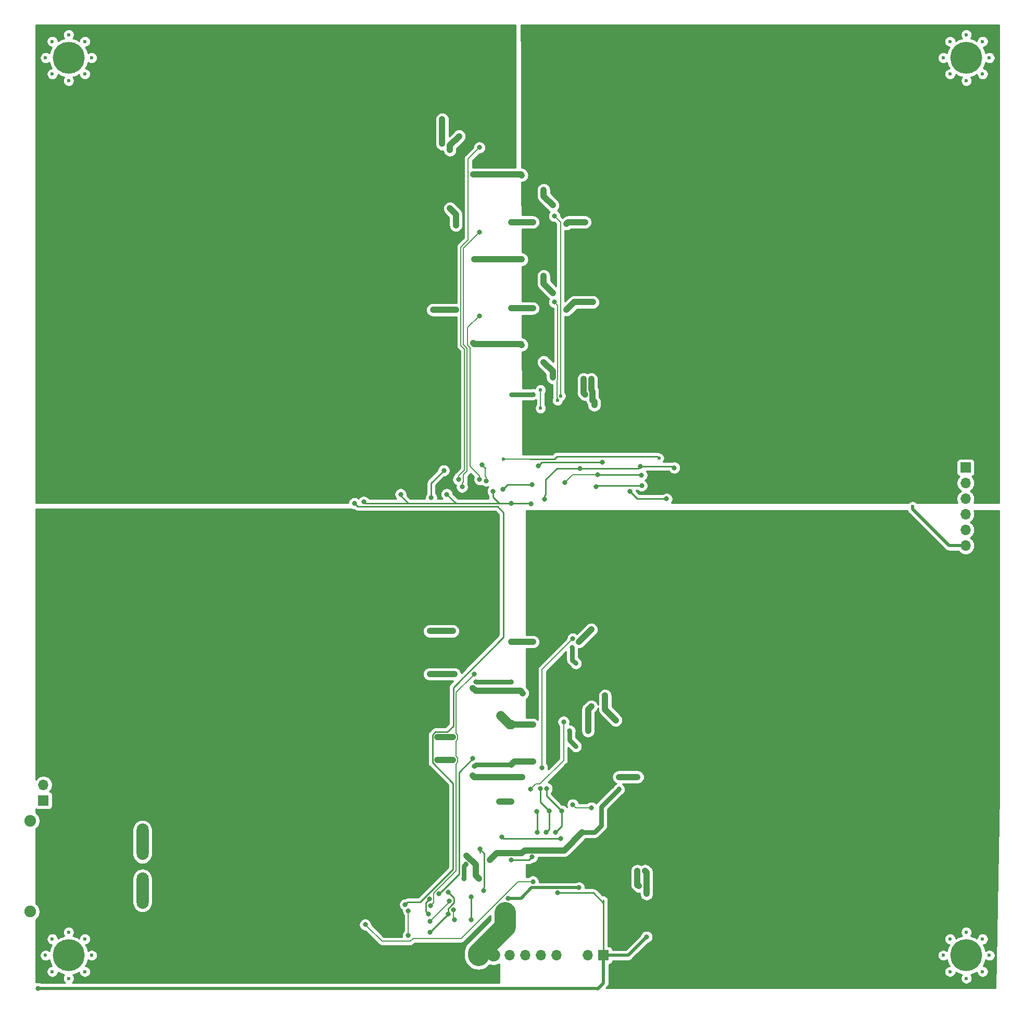
<source format=gbr>
G04 #@! TF.GenerationSoftware,KiCad,Pcbnew,5.1.5-52549c5~84~ubuntu18.04.1*
G04 #@! TF.CreationDate,2020-02-23T09:36:08-07:00*
G04 #@! TF.ProjectId,cob_2x2,636f625f-3278-4322-9e6b-696361645f70,rev?*
G04 #@! TF.SameCoordinates,Original*
G04 #@! TF.FileFunction,Copper,L2,Bot*
G04 #@! TF.FilePolarity,Positive*
%FSLAX46Y46*%
G04 Gerber Fmt 4.6, Leading zero omitted, Abs format (unit mm)*
G04 Created by KiCad (PCBNEW 5.1.5-52549c5~84~ubuntu18.04.1) date 2020-02-23 09:36:08*
%MOMM*%
%LPD*%
G04 APERTURE LIST*
%ADD10C,0.600000*%
%ADD11C,5.200000*%
%ADD12O,1.700000X1.700000*%
%ADD13R,1.700000X1.700000*%
%ADD14C,1.900000*%
%ADD15O,1.970000X5.930000*%
%ADD16C,0.800000*%
%ADD17C,1.000000*%
%ADD18C,0.250000*%
%ADD19C,0.750000*%
%ADD20C,1.500000*%
%ADD21C,0.200000*%
%ADD22C,0.500000*%
%ADD23C,2.000000*%
%ADD24C,3.500000*%
%ADD25C,0.254000*%
G04 APERTURE END LIST*
D10*
X109650000Y-255650000D03*
X104350000Y-255650000D03*
X109650000Y-250350000D03*
X104350000Y-250350000D03*
X103250000Y-253000000D03*
X110750000Y-253000000D03*
X107000000Y-256750000D03*
X107000000Y-249250000D03*
D11*
X107000000Y-253000000D03*
D10*
X255650000Y-255650000D03*
X250350000Y-255650000D03*
X255650000Y-250350000D03*
X250350000Y-250350000D03*
X249250000Y-253000000D03*
X256750000Y-253000000D03*
X253000000Y-256750000D03*
X253000000Y-249250000D03*
D11*
X253000000Y-253000000D03*
D10*
X255650000Y-109650000D03*
X250350000Y-109650000D03*
X255650000Y-104350000D03*
X250350000Y-104350000D03*
X249250000Y-107000000D03*
X256750000Y-107000000D03*
X253000000Y-110750000D03*
X253000000Y-103250000D03*
D11*
X253000000Y-107000000D03*
D10*
X109650000Y-109650000D03*
X104350000Y-109650000D03*
X109650000Y-104350000D03*
X104350000Y-104350000D03*
X103250000Y-107000000D03*
X110750000Y-107000000D03*
X107000000Y-110750000D03*
X107000000Y-103250000D03*
D11*
X107000000Y-107000000D03*
D12*
X191460000Y-253000000D03*
D13*
X194000000Y-253000000D03*
D12*
X252890000Y-186350000D03*
X252890000Y-183810000D03*
X252890000Y-181270000D03*
X252890000Y-178730000D03*
X252890000Y-176190000D03*
D13*
X252890000Y-173650000D03*
D12*
X186350000Y-253000000D03*
X183810000Y-253000000D03*
X181270000Y-253000000D03*
X178730000Y-253000000D03*
X176190000Y-253000000D03*
D13*
X173650000Y-253000000D03*
D14*
X100760000Y-231110000D03*
X100760000Y-245890000D03*
D15*
X119000000Y-234550000D03*
X119000000Y-242450000D03*
D12*
X102900000Y-225260000D03*
D13*
X102900000Y-227800000D03*
D16*
X182360569Y-237009756D03*
X179000000Y-215500000D03*
X182500000Y-215500000D03*
X179000000Y-202000000D03*
X182500000Y-202000000D03*
X182500000Y-221500000D03*
X179000000Y-222000000D03*
X172500000Y-243500000D03*
X172500000Y-247250000D03*
X179000000Y-237500010D03*
X173750000Y-240500000D03*
X171728242Y-236756923D03*
X177000000Y-228000000D03*
X179000000Y-228000000D03*
X173000000Y-222250000D03*
X177250000Y-214000000D03*
X173228242Y-208506923D03*
X179000000Y-208500000D03*
X162250000Y-245750000D03*
X162215118Y-249784882D03*
X179000000Y-179500000D03*
X176000000Y-177500000D03*
X168500000Y-178000000D03*
X161000000Y-178000000D03*
X182500000Y-147750000D03*
X179000000Y-147750000D03*
X182200000Y-179600000D03*
X184400000Y-178800000D03*
X190200000Y-173800000D03*
X199966055Y-173474980D03*
X182500000Y-161750000D03*
D10*
X179000000Y-161750000D03*
D16*
X182500000Y-133750000D03*
X179000000Y-133750000D03*
X205503087Y-173696913D03*
X155000000Y-179250000D03*
X102000000Y-258375000D03*
X201000000Y-250000000D03*
X186500000Y-242850010D03*
D10*
X244250000Y-180000000D03*
D16*
X180700000Y-236400000D03*
X190500000Y-233000000D03*
X193639473Y-231860527D03*
X196500000Y-226000000D03*
X191500000Y-216500000D03*
X192000000Y-212500000D03*
X190000000Y-202000000D03*
X192000000Y-200000000D03*
X175500000Y-237500000D03*
X177000000Y-224000000D03*
X180750000Y-224000000D03*
X172750000Y-223750000D03*
X177000000Y-210000000D03*
X180850030Y-210350030D03*
X172750000Y-209500000D03*
X177000000Y-139750000D03*
X180700010Y-139799990D03*
X173000000Y-139750000D03*
X177000000Y-153600000D03*
X180700010Y-153699990D03*
X172800000Y-153400000D03*
X177200000Y-126000000D03*
X180700010Y-126099990D03*
X172800000Y-126000000D03*
X187000000Y-234000000D03*
X190000000Y-242000000D03*
X168750000Y-242750000D03*
X165750000Y-249250000D03*
X177500000Y-233750000D03*
X178500000Y-243700010D03*
X177600000Y-177200000D03*
X182400000Y-176400000D03*
X183400000Y-173400000D03*
X193800000Y-172800000D03*
X198250000Y-177500000D03*
X204250000Y-178750000D03*
X168716202Y-246267893D03*
X188500000Y-216500000D03*
X189500000Y-219000000D03*
X189500000Y-205500000D03*
X188922175Y-202922175D03*
X194250000Y-210750000D03*
X196000000Y-214750000D03*
X200750000Y-239250000D03*
X201000000Y-243000000D03*
X196500000Y-224000000D03*
X199500000Y-224000000D03*
X199500000Y-239250000D03*
X199750000Y-241750000D03*
D10*
X218000000Y-221000000D03*
X218000000Y-220000000D03*
X218000000Y-219000000D03*
X222000000Y-219000000D03*
X222000000Y-220000000D03*
X222000000Y-221000000D03*
X221000000Y-222000000D03*
X221000000Y-221000000D03*
X221000000Y-220000000D03*
X221000000Y-219000000D03*
X221000000Y-218000000D03*
X219000000Y-218000000D03*
X219000000Y-219000000D03*
X219000000Y-220000000D03*
X219000000Y-222000000D03*
X219000000Y-221000000D03*
X220000000Y-222000000D03*
X220000000Y-221000000D03*
X220000000Y-220000000D03*
X220000000Y-219000000D03*
X220000000Y-218000000D03*
X220000000Y-216000000D03*
X221000000Y-216000000D03*
X222000000Y-216000000D03*
X223000000Y-216000000D03*
X222000000Y-217000000D03*
X223000000Y-217000000D03*
X223000000Y-218000000D03*
X224000000Y-218000000D03*
X224000000Y-217000000D03*
X224000000Y-216000000D03*
X224000000Y-219000000D03*
X224000000Y-220000000D03*
X224000000Y-221000000D03*
X224000000Y-222000000D03*
X223000000Y-222000000D03*
X223000000Y-223000000D03*
X224000000Y-223000000D03*
X222000000Y-223000000D03*
X224000000Y-224000000D03*
X223000000Y-224000000D03*
X222000000Y-224000000D03*
X221000000Y-224000000D03*
X220000000Y-224000000D03*
X219000000Y-224000000D03*
X218000000Y-224000000D03*
X218000000Y-223000000D03*
X217000000Y-223000000D03*
X217000000Y-224000000D03*
X216000000Y-224000000D03*
X216000000Y-223000000D03*
X216000000Y-222000000D03*
X217000000Y-222000000D03*
X216000000Y-221000000D03*
X216000000Y-220000000D03*
X216000000Y-219000000D03*
X216000000Y-218000000D03*
X217000000Y-218000000D03*
X218000000Y-217000000D03*
X218000000Y-217000000D03*
X217000000Y-217000000D03*
X216000000Y-217000000D03*
X216000000Y-216000000D03*
X217000000Y-216000000D03*
X217000000Y-216000000D03*
X218000000Y-216000000D03*
X219000000Y-216000000D03*
D16*
X169500000Y-217500000D03*
X167000000Y-217500000D03*
X169500000Y-200250000D03*
X165750000Y-200250000D03*
X169750000Y-207250000D03*
X165750000Y-207250000D03*
X169500000Y-221250000D03*
X167000000Y-221250000D03*
D10*
X141000000Y-222000000D03*
X140000000Y-222000000D03*
X139000000Y-222000000D03*
X138000000Y-221000000D03*
X139000000Y-221000000D03*
X140000000Y-221000000D03*
X141000000Y-221000000D03*
X142000000Y-221000000D03*
X142000000Y-220000000D03*
X141000000Y-220000000D03*
X140000000Y-220000000D03*
X139000000Y-220000000D03*
X138000000Y-220000000D03*
X138000000Y-219000000D03*
X139000000Y-219000000D03*
X140000000Y-219000000D03*
X141000000Y-219000000D03*
X142000000Y-219000000D03*
X141000000Y-218000000D03*
X140000000Y-218000000D03*
X139000000Y-218000000D03*
X140000000Y-216000000D03*
X141000000Y-216000000D03*
X142000000Y-216000000D03*
X139000000Y-216000000D03*
X138000000Y-216000000D03*
X138000000Y-217000000D03*
X137000000Y-217000000D03*
X137000000Y-216000000D03*
X136000000Y-216000000D03*
X136000000Y-217000000D03*
X136000000Y-218000000D03*
X137000000Y-218000000D03*
X136000000Y-219000000D03*
X136000000Y-220000000D03*
X136000000Y-221000000D03*
X136000000Y-222000000D03*
X137000000Y-222000000D03*
X137000000Y-223000000D03*
X136000000Y-223000000D03*
X138000000Y-223000000D03*
X142000000Y-223000000D03*
X143000000Y-223000000D03*
X143000000Y-222000000D03*
X144000000Y-222000000D03*
X144000000Y-223000000D03*
X144000000Y-221000000D03*
X144000000Y-220000000D03*
X144000000Y-219000000D03*
X144000000Y-218000000D03*
X143000000Y-218000000D03*
X143000000Y-217000000D03*
X144000000Y-217000000D03*
X142000000Y-217000000D03*
X144000000Y-216000000D03*
X143000000Y-216000000D03*
X136000000Y-224000000D03*
X137000000Y-224000000D03*
X138000000Y-224000000D03*
X140000000Y-224000000D03*
X139000000Y-224000000D03*
X141000000Y-224000000D03*
X142000000Y-224000000D03*
X143000000Y-224000000D03*
X144000000Y-224000000D03*
X107500000Y-237500000D03*
D16*
X171250000Y-240500000D03*
X171582834Y-238167166D03*
X170000000Y-148000000D03*
X166250000Y-148000000D03*
X167750000Y-121000000D03*
X167750000Y-117000000D03*
X170000000Y-134250000D03*
X169000000Y-131500000D03*
X169000000Y-122000000D03*
X170500000Y-119750000D03*
D10*
X141000000Y-138000000D03*
X141000000Y-139000000D03*
X142000000Y-139000000D03*
X142000000Y-140000000D03*
X142000000Y-141000000D03*
X141000000Y-141000000D03*
X141000000Y-142000000D03*
X140000000Y-142000000D03*
X140000000Y-141000000D03*
X139000000Y-142000000D03*
X139000000Y-141000000D03*
X138000000Y-141000000D03*
X138000000Y-140000000D03*
X138000000Y-139000000D03*
X139000000Y-138000000D03*
X140000000Y-138000000D03*
X141000000Y-140000000D03*
X139000000Y-140000000D03*
X139000000Y-139000000D03*
X140000000Y-139000000D03*
X140000000Y-139000000D03*
X140000000Y-140000000D03*
X140000000Y-136000000D03*
X139000000Y-136000000D03*
X138000000Y-136000000D03*
X138000000Y-137000000D03*
X137000000Y-137000000D03*
X137000000Y-136000000D03*
X136000000Y-136000000D03*
X136000000Y-137000000D03*
X136000000Y-138000000D03*
X137000000Y-138000000D03*
X136000000Y-139000000D03*
X136000000Y-140000000D03*
X136000000Y-141000000D03*
X136000000Y-142000000D03*
X137000000Y-142000000D03*
X137000000Y-143000000D03*
X136000000Y-143000000D03*
X138000000Y-143000000D03*
X136000000Y-144000000D03*
X137000000Y-144000000D03*
X138000000Y-144000000D03*
X139000000Y-144000000D03*
X140000000Y-144000000D03*
X141000000Y-144000000D03*
X142000000Y-144000000D03*
X142000000Y-143000000D03*
X143000000Y-143000000D03*
X143000000Y-144000000D03*
X144000000Y-144000000D03*
X144000000Y-143000000D03*
X144000000Y-142000000D03*
X143000000Y-142000000D03*
X144000000Y-141000000D03*
X144000000Y-140000000D03*
X144000000Y-139000000D03*
X144000000Y-138000000D03*
X143000000Y-138000000D03*
X143000000Y-137000000D03*
X144000000Y-137000000D03*
X144000000Y-136000000D03*
X143000000Y-136000000D03*
X142000000Y-136000000D03*
X142000000Y-137000000D03*
X141000000Y-136000000D03*
D16*
X184250000Y-128500000D03*
X185750000Y-131000000D03*
X192250000Y-146750000D03*
X188000000Y-148000000D03*
X191000000Y-133750000D03*
X188000000Y-134000000D03*
X192000000Y-159250000D03*
X192500000Y-163500000D03*
X190750000Y-159250000D03*
X191000000Y-161750000D03*
D10*
X219000000Y-136000000D03*
X218000000Y-136000000D03*
X217000000Y-136000000D03*
X216000000Y-136000000D03*
X219000000Y-136000000D03*
X220000000Y-136000000D03*
X221000000Y-136000000D03*
X222000000Y-136000000D03*
X223000000Y-136000000D03*
X224000000Y-136000000D03*
X224000000Y-137000000D03*
X223000000Y-137000000D03*
X222000000Y-137000000D03*
X223000000Y-138000000D03*
X224000000Y-138000000D03*
X224000000Y-139000000D03*
X224000000Y-140000000D03*
X224000000Y-141000000D03*
X223000000Y-142000000D03*
X224000000Y-142000000D03*
X224000000Y-143000000D03*
X223000000Y-143000000D03*
X224000000Y-144000000D03*
X223000000Y-144000000D03*
X222000000Y-143000000D03*
X222000000Y-144000000D03*
X221000000Y-144000000D03*
X220000000Y-144000000D03*
X219000000Y-144000000D03*
X218000000Y-144000000D03*
X218000000Y-143000000D03*
X217000000Y-143000000D03*
X217000000Y-144000000D03*
X216000000Y-144000000D03*
X216000000Y-143000000D03*
X216000000Y-142000000D03*
X217000000Y-142000000D03*
X216000000Y-141000000D03*
X216000000Y-140000000D03*
X216000000Y-139000000D03*
X216000000Y-138000000D03*
X217000000Y-138000000D03*
X217000000Y-137000000D03*
X216000000Y-137000000D03*
X218000000Y-137000000D03*
X219000000Y-141000000D03*
X220000000Y-141000000D03*
X221000000Y-141000000D03*
X221000000Y-140000000D03*
X221000000Y-139000000D03*
X220000000Y-139000000D03*
X219000000Y-139000000D03*
X219000000Y-140000000D03*
X218000000Y-140000000D03*
X218000000Y-141000000D03*
X219000000Y-142000000D03*
X220000000Y-142000000D03*
X221000000Y-142000000D03*
X222000000Y-141000000D03*
X222000000Y-140000000D03*
X222000000Y-139000000D03*
X221000000Y-138000000D03*
X220000000Y-138000000D03*
X219000000Y-138000000D03*
X218000000Y-139000000D03*
X220000000Y-140000000D03*
D16*
X184250000Y-142500000D03*
X185755330Y-145247820D03*
X184250000Y-156500000D03*
X185734675Y-159015325D03*
X178000000Y-246000000D03*
X183200000Y-233000000D03*
X183125000Y-229600000D03*
X184700000Y-233000000D03*
X185200000Y-229500000D03*
X183754359Y-225899989D03*
X186200000Y-233000000D03*
X187200000Y-229500000D03*
X184753614Y-225861098D03*
X182500000Y-241000000D03*
X155250000Y-248000000D03*
X165500000Y-246250000D03*
X165695183Y-243830137D03*
X165750000Y-247500000D03*
X168934640Y-244140054D03*
X169750000Y-247250012D03*
X169600000Y-245600000D03*
X161750000Y-244750000D03*
X153500000Y-179500000D03*
X174250000Y-173250000D03*
X174900000Y-175800000D03*
X165983676Y-178561269D03*
X168025020Y-174140079D03*
D10*
X177750000Y-172250000D03*
X203000000Y-172125010D03*
D16*
X193000000Y-174800000D03*
X200176246Y-174899607D03*
X187700000Y-176100000D03*
X200200000Y-176600000D03*
X192809530Y-176758232D03*
X189000000Y-228500000D03*
X192000000Y-229000000D03*
X187500000Y-215000000D03*
X182100000Y-226000000D03*
X184000000Y-222500000D03*
X189000000Y-201500000D03*
X165888986Y-244904019D03*
X173000000Y-207250000D03*
X167250000Y-243000000D03*
X172750000Y-221000000D03*
X173874990Y-235725943D03*
X174522071Y-242488532D03*
X173800000Y-149000000D03*
X173850000Y-175590000D03*
X171000000Y-176800000D03*
X173800000Y-135400000D03*
X170400000Y-175600000D03*
X173800000Y-121600000D03*
D10*
X187000000Y-162000000D03*
D16*
X186000000Y-132750000D03*
D10*
X186500000Y-162750000D03*
D16*
X186000000Y-146750000D03*
D10*
X183750000Y-164000000D03*
X183750000Y-161000000D03*
D17*
X179000000Y-215500000D02*
X182500000Y-215500000D01*
X179000000Y-202000000D02*
X182500000Y-202000000D01*
X182500000Y-221500000D02*
X179500000Y-221500000D01*
X179500000Y-221500000D02*
X179000000Y-222000000D01*
D18*
X172500000Y-243500000D02*
X172500000Y-247250000D01*
X179565685Y-237500010D02*
X179000000Y-237500010D01*
X182360569Y-237009756D02*
X181870315Y-237500010D01*
X181870315Y-237500010D02*
X179565685Y-237500010D01*
D17*
X173750000Y-240500000D02*
X173250000Y-240000000D01*
X173250000Y-238278681D02*
X171728242Y-236756923D01*
X173250000Y-240000000D02*
X173250000Y-238278681D01*
X177000000Y-228000000D02*
X179000000Y-228000000D01*
D19*
X179000000Y-222000000D02*
X173250000Y-222000000D01*
X173250000Y-222000000D02*
X173000000Y-222250000D01*
D20*
X178750000Y-215500000D02*
X177250000Y-214000000D01*
X179000000Y-215500000D02*
X178750000Y-215500000D01*
D19*
X173228242Y-208506923D02*
X173243077Y-208506923D01*
X173250000Y-208500000D02*
X179000000Y-208500000D01*
X173243077Y-208506923D02*
X173250000Y-208500000D01*
D21*
X162250000Y-249750000D02*
X162215118Y-249784882D01*
X162250000Y-245750000D02*
X162250000Y-249750000D01*
D18*
X179000000Y-179500000D02*
X177000000Y-179500000D01*
X177000000Y-179500000D02*
X176000000Y-178500000D01*
X176000000Y-178500000D02*
X176000000Y-177500000D01*
X177000000Y-179500000D02*
X170000000Y-179500000D01*
X170000000Y-179500000D02*
X168500000Y-178000000D01*
X162250000Y-179500000D02*
X161000000Y-178250000D01*
X161000000Y-178250000D02*
X161000000Y-178000000D01*
D17*
X182500000Y-147750000D02*
X179000000Y-147750000D01*
D18*
X179000000Y-179500000D02*
X182100000Y-179500000D01*
X182100000Y-179500000D02*
X182200000Y-179600000D01*
X184400000Y-178234315D02*
X184600000Y-178034315D01*
X184400000Y-178800000D02*
X184400000Y-178234315D01*
X184600000Y-178034315D02*
X184600000Y-175600000D01*
X184600000Y-175600000D02*
X186400000Y-173800000D01*
X186400000Y-173800000D02*
X190200000Y-173800000D01*
X200091075Y-173600000D02*
X199966055Y-173474980D01*
X190200000Y-173800000D02*
X199641035Y-173800000D01*
X199641035Y-173800000D02*
X199966055Y-173474980D01*
D19*
X182500000Y-161750000D02*
X179000000Y-161750000D01*
D17*
X182500000Y-133750000D02*
X179000000Y-133750000D01*
D18*
X199966055Y-173474980D02*
X205281154Y-173474980D01*
X205281154Y-173474980D02*
X205503087Y-173696913D01*
X155250000Y-179500000D02*
X155000000Y-179250000D01*
X162500000Y-179500000D02*
X155250000Y-179500000D01*
X170000000Y-179500000D02*
X162500000Y-179500000D01*
X162500000Y-179500000D02*
X162250000Y-179500000D01*
D22*
X193000000Y-258500000D02*
X194000000Y-257500000D01*
X102000000Y-258375000D02*
X192875000Y-258375000D01*
D18*
X192875000Y-258375000D02*
X193000000Y-258500000D01*
D22*
X194000000Y-257500000D02*
X194000000Y-253000000D01*
X194000000Y-253000000D02*
X198000000Y-253000000D01*
X198000000Y-253000000D02*
X201000000Y-250000000D01*
D18*
X194000000Y-253000000D02*
X194000000Y-251900000D01*
X194000000Y-251900000D02*
X194000000Y-244500000D01*
X194000000Y-244500000D02*
X194000000Y-244000000D01*
X187065685Y-242850010D02*
X186500000Y-242850010D01*
X194000000Y-244500000D02*
X192350010Y-242850010D01*
X192350010Y-242850010D02*
X187065685Y-242850010D01*
D22*
X244250000Y-180424264D02*
X250175736Y-186350000D01*
X244250000Y-180000000D02*
X244250000Y-180424264D01*
X250175736Y-186350000D02*
X251687919Y-186350000D01*
X251687919Y-186350000D02*
X252890000Y-186350000D01*
D19*
X190500000Y-233000000D02*
X192500000Y-233000000D01*
X192500000Y-233000000D02*
X193639473Y-231860527D01*
X193639473Y-231860527D02*
X193639473Y-228860527D01*
X193639473Y-228860527D02*
X196500000Y-226000000D01*
D17*
X180700000Y-236400000D02*
X181190245Y-235909755D01*
X187590245Y-235909755D02*
X190500000Y-233000000D01*
X181190245Y-235909755D02*
X187590245Y-235909755D01*
X191500000Y-216500000D02*
X191500000Y-213000000D01*
X191500000Y-213000000D02*
X192000000Y-212500000D01*
X190000000Y-202000000D02*
X192000000Y-200000000D01*
X176600000Y-236400000D02*
X180700000Y-236400000D01*
X175500000Y-237500000D02*
X176600000Y-236400000D01*
X177000000Y-224000000D02*
X180750000Y-224000000D01*
X177000000Y-224000000D02*
X173000000Y-224000000D01*
X173000000Y-224000000D02*
X172750000Y-223750000D01*
X177000000Y-210000000D02*
X180500000Y-210000000D01*
X180500000Y-210000000D02*
X180850030Y-210350030D01*
X177000000Y-210000000D02*
X173250000Y-210000000D01*
X173250000Y-210000000D02*
X172750000Y-209500000D01*
X177000000Y-139750000D02*
X180650020Y-139750000D01*
X180650020Y-139750000D02*
X180700010Y-139799990D01*
X177000000Y-139750000D02*
X173000000Y-139750000D01*
X177000000Y-153600000D02*
X180600020Y-153600000D01*
X180600020Y-153600000D02*
X180700010Y-153699990D01*
X177000000Y-153600000D02*
X173000000Y-153600000D01*
X173000000Y-153600000D02*
X172800000Y-153400000D01*
X177200000Y-126000000D02*
X180600020Y-126000000D01*
X180600020Y-126000000D02*
X180700010Y-126099990D01*
X177200000Y-126000000D02*
X172800000Y-126000000D01*
D18*
X177750000Y-234000000D02*
X177500000Y-233750000D01*
X187000000Y-234000000D02*
X177750000Y-234000000D01*
D22*
X179065685Y-243700010D02*
X178500000Y-243700010D01*
X182277832Y-242000000D02*
X180577822Y-243700010D01*
X180577822Y-243700010D02*
X179065685Y-243700010D01*
X190000000Y-242000000D02*
X182277832Y-242000000D01*
D18*
X177600000Y-177200000D02*
X178400000Y-176400000D01*
X178400000Y-176400000D02*
X182400000Y-176400000D01*
X183400000Y-173400000D02*
X184000000Y-172800000D01*
X184000000Y-172800000D02*
X193800000Y-172800000D01*
X198250000Y-177500000D02*
X199500000Y-178750000D01*
X199500000Y-178750000D02*
X204250000Y-178750000D01*
X168716202Y-246283798D02*
X168716202Y-246267893D01*
X165750000Y-249250000D02*
X168716202Y-246283798D01*
X169675003Y-243675003D02*
X168750000Y-242750000D01*
X169675003Y-244424997D02*
X169675003Y-243675003D01*
X168716202Y-246267893D02*
X168716202Y-245410796D01*
X169251999Y-244848001D02*
X169675003Y-244424997D01*
X169251999Y-244874999D02*
X168716202Y-245410796D01*
X169251999Y-244848001D02*
X169251999Y-244874999D01*
D19*
X188500000Y-216500000D02*
X188500000Y-218000000D01*
X188500000Y-218000000D02*
X189500000Y-219000000D01*
X188922175Y-204922175D02*
X188922175Y-202922175D01*
X189500000Y-205500000D02*
X188922175Y-204922175D01*
D17*
X194250000Y-210750000D02*
X194250000Y-213000000D01*
X194250000Y-213000000D02*
X196000000Y-214750000D01*
X200750000Y-239250000D02*
X201000000Y-239500000D01*
X201000000Y-239500000D02*
X201000000Y-243000000D01*
X199500000Y-224000000D02*
X196500000Y-224000000D01*
X199500000Y-239250000D02*
X199500000Y-241500000D01*
X199500000Y-241500000D02*
X199750000Y-241750000D01*
X169500000Y-217500000D02*
X167000000Y-217500000D01*
X169500000Y-200250000D02*
X165750000Y-200250000D01*
X169750000Y-207250000D02*
X165750000Y-207250000D01*
X169500000Y-221250000D02*
X167000000Y-221250000D01*
D19*
X171250000Y-238500000D02*
X171582834Y-238167166D01*
X171250000Y-240500000D02*
X171250000Y-238500000D01*
D17*
X170000000Y-148000000D02*
X168250000Y-148000000D01*
X168250000Y-148000000D02*
X166250000Y-148000000D01*
X167750000Y-121000000D02*
X167750000Y-117000000D01*
X170000000Y-134250000D02*
X170000000Y-132500000D01*
X170000000Y-132500000D02*
X169000000Y-131500000D01*
X169000000Y-122000000D02*
X169000000Y-121500000D01*
X169000000Y-121500000D02*
X169000000Y-121250000D01*
X169000000Y-121250000D02*
X170500000Y-119750000D01*
X184250000Y-128500000D02*
X184250000Y-129500000D01*
X184250000Y-129500000D02*
X185750000Y-131000000D01*
X192250000Y-146750000D02*
X189250000Y-146750000D01*
X189250000Y-146750000D02*
X188000000Y-148000000D01*
X191000000Y-133750000D02*
X188250000Y-133750000D01*
X188250000Y-133750000D02*
X188000000Y-134000000D01*
X192000000Y-159250000D02*
X192000000Y-161000000D01*
X192200009Y-162700009D02*
X192250000Y-162750000D01*
X192200009Y-161252939D02*
X192200009Y-162700009D01*
X192000000Y-161000000D02*
X192000000Y-161052930D01*
X192000000Y-161052930D02*
X192200009Y-161252939D01*
X192250000Y-162750000D02*
X192500000Y-163000000D01*
X192500000Y-163000000D02*
X192500000Y-163500000D01*
X190750000Y-159250000D02*
X190750000Y-161500000D01*
X190750000Y-161500000D02*
X191000000Y-161750000D01*
X184250000Y-142500000D02*
X184250000Y-143742490D01*
X184250000Y-143742490D02*
X185755330Y-145247820D01*
X184250000Y-156500000D02*
X185734675Y-157984675D01*
X185734675Y-157984675D02*
X185734675Y-159015325D01*
D23*
X176190000Y-253000000D02*
X176000000Y-253000000D01*
D24*
X173650000Y-253000000D02*
X173650000Y-252650000D01*
X173650000Y-252650000D02*
X178000000Y-248300000D01*
X178000000Y-248300000D02*
X178000000Y-246000000D01*
D18*
X183200000Y-233000000D02*
X183200000Y-229675000D01*
X183200000Y-229675000D02*
X183125000Y-229600000D01*
X184700000Y-233000000D02*
X185200000Y-232500000D01*
X185200000Y-232500000D02*
X185200000Y-229500000D01*
X183754359Y-228054359D02*
X183754359Y-225899989D01*
X185200000Y-229500000D02*
X183754359Y-228054359D01*
X187200000Y-232000000D02*
X187200000Y-229500000D01*
X186200000Y-233000000D02*
X187200000Y-232000000D01*
X184753614Y-227053614D02*
X184753614Y-225861098D01*
X187200000Y-229500000D02*
X184753614Y-227053614D01*
D21*
X157950002Y-250700002D02*
X155649999Y-248399999D01*
X180100849Y-241000000D02*
X170850849Y-250250000D01*
X162586002Y-250700002D02*
X157950002Y-250700002D01*
X163036004Y-250250000D02*
X162586002Y-250700002D01*
X155649999Y-248399999D02*
X155250000Y-248000000D01*
X182500000Y-241000000D02*
X180100849Y-241000000D01*
X170850849Y-250250000D02*
X163036004Y-250250000D01*
D18*
X165100001Y-244425319D02*
X165295184Y-244230136D01*
X165295184Y-244230136D02*
X165695183Y-243830137D01*
X165500000Y-246250000D02*
X165100001Y-245850001D01*
X165100001Y-245850001D02*
X165100001Y-244425319D01*
D21*
X165750000Y-247500000D02*
X168934640Y-244315360D01*
X168934640Y-244315360D02*
X168934640Y-244140054D01*
X169600000Y-247100012D02*
X169750000Y-247250012D01*
X169600000Y-245600000D02*
X169600000Y-247100012D01*
D18*
X161750000Y-244750000D02*
X162149999Y-244350001D01*
X162149999Y-244350001D02*
X164149999Y-244350001D01*
X164149999Y-244350001D02*
X169500000Y-239000000D01*
X169500000Y-239000000D02*
X169500000Y-225000000D01*
X169500000Y-225000000D02*
X166174990Y-221674990D01*
X166174990Y-217158270D02*
X166250000Y-217083260D01*
X166174990Y-221674990D02*
X166174990Y-217158270D01*
X168575010Y-216674990D02*
X169574990Y-215675010D01*
X166250000Y-217083260D02*
X166658270Y-216674990D01*
X166658270Y-216674990D02*
X168575010Y-216674990D01*
X169574990Y-215675010D02*
X169574990Y-209425010D01*
X169574990Y-209425010D02*
X177750000Y-201250000D01*
X177750000Y-201250000D02*
X177750000Y-181000000D01*
X177750000Y-181000000D02*
X176750000Y-180000000D01*
X176750000Y-180000000D02*
X154000000Y-180000000D01*
X154000000Y-180000000D02*
X153500000Y-179500000D01*
X174250000Y-173250000D02*
X174782870Y-173782870D01*
D21*
X174782870Y-175117185D02*
X174782870Y-173782870D01*
X174900000Y-175800000D02*
X174900000Y-175234315D01*
X174900000Y-175234315D02*
X174782870Y-175117185D01*
D18*
X165983676Y-176181423D02*
X168025020Y-174140079D01*
X165983676Y-178561269D02*
X165983676Y-176181423D01*
D21*
X177750000Y-172250000D02*
X182000000Y-172250000D01*
D18*
X202700001Y-171825011D02*
X203000000Y-172125010D01*
X186424989Y-171825011D02*
X202700001Y-171825011D01*
X186000000Y-172250000D02*
X186424989Y-171825011D01*
X182000000Y-172250000D02*
X186000000Y-172250000D01*
X193000000Y-174800000D02*
X200076639Y-174800000D01*
X200076639Y-174800000D02*
X200176246Y-174899607D01*
D21*
X189000000Y-174800000D02*
X193000000Y-174800000D01*
X187700000Y-176100000D02*
X189000000Y-174800000D01*
D18*
X200180296Y-176619704D02*
X200200000Y-176600000D01*
X200200000Y-176600000D02*
X192967762Y-176600000D01*
X192967762Y-176600000D02*
X192809530Y-176758232D01*
D21*
X189000000Y-228500000D02*
X189500000Y-229000000D01*
X189500000Y-229000000D02*
X192000000Y-229000000D01*
X187500000Y-215000000D02*
X187500000Y-221281119D01*
X183631131Y-225149988D02*
X187500000Y-221281119D01*
X182100000Y-226000000D02*
X182950012Y-225149988D01*
X182950012Y-225149988D02*
X183631131Y-225149988D01*
X184000000Y-222500000D02*
X184000000Y-206500000D01*
X184000000Y-206500000D02*
X189000000Y-201500000D01*
X170300010Y-217831374D02*
X170300010Y-217168626D01*
X170000000Y-210250000D02*
X172600001Y-207649999D01*
X170000000Y-216868616D02*
X170000000Y-210250000D01*
X170300010Y-217168626D02*
X170000000Y-216868616D01*
X172600001Y-207649999D02*
X173000000Y-207250000D01*
X170000000Y-218131384D02*
X170300010Y-217831374D01*
X170000000Y-220618616D02*
X170000000Y-218131384D01*
X166395185Y-244397820D02*
X166395185Y-242854815D01*
X170300010Y-220918626D02*
X170000000Y-220618616D01*
X170300010Y-221581374D02*
X170300010Y-220918626D01*
X170000000Y-221881384D02*
X170300010Y-221581374D01*
X166395185Y-242854815D02*
X170000000Y-239250000D01*
X170000000Y-239250000D02*
X170000000Y-221881384D01*
X165888986Y-244904019D02*
X166395185Y-244397820D01*
D18*
X167250000Y-243000000D02*
X167649999Y-242600001D01*
X167649999Y-242600001D02*
X170500000Y-239750000D01*
X170500000Y-239750000D02*
X170500000Y-223250000D01*
X170500000Y-223250000D02*
X172750000Y-221000000D01*
X173874990Y-236291628D02*
X173874990Y-235725943D01*
X174522071Y-241922847D02*
X174522071Y-242488532D01*
X173874990Y-235725943D02*
X174579251Y-236430204D01*
X174579251Y-236430204D02*
X174579251Y-241865667D01*
X174579251Y-241865667D02*
X174522071Y-241922847D01*
D21*
X171900001Y-153768601D02*
X172300000Y-154168600D01*
X173800000Y-149000000D02*
X171900001Y-150899999D01*
X171900001Y-150899999D02*
X171900001Y-153768601D01*
X172300000Y-173474315D02*
X172300000Y-154168600D01*
X173850000Y-175590000D02*
X173850000Y-175024315D01*
X173850000Y-175024315D02*
X172300000Y-173474315D01*
X171800011Y-174200004D02*
X171800011Y-154234309D01*
X171200021Y-153634319D02*
X171200021Y-137999979D01*
X173400001Y-135799999D02*
X173800000Y-135400000D01*
X171000000Y-176234315D02*
X171200000Y-176034315D01*
X171200000Y-176034315D02*
X171200000Y-174800015D01*
X171200021Y-137999979D02*
X173400001Y-135799999D01*
X171000000Y-176800000D02*
X171000000Y-176234315D01*
X171800011Y-154234309D02*
X171200021Y-153634319D01*
X171200000Y-174800015D02*
X171800011Y-174200004D01*
X170400000Y-175034315D02*
X171400000Y-174034315D01*
X170800010Y-137799990D02*
X171999990Y-136600010D01*
X171999990Y-136600010D02*
X171999990Y-123400010D01*
X171400000Y-154399998D02*
X170800010Y-153800008D01*
X173400001Y-121999999D02*
X173800000Y-121600000D01*
X171999990Y-123400010D02*
X173400001Y-121999999D01*
X170800010Y-153800008D02*
X170800010Y-137799990D01*
X171400000Y-174034315D02*
X171400000Y-154399998D01*
X170400000Y-175600000D02*
X170400000Y-175034315D01*
X187000000Y-162000000D02*
X187000000Y-133750000D01*
X187000000Y-133750000D02*
X186000000Y-132750000D01*
X186550010Y-147300010D02*
X186000000Y-146750000D01*
X186550010Y-159331374D02*
X186550010Y-147300010D01*
X186500000Y-162750000D02*
X186500000Y-162388002D01*
X186399999Y-159481385D02*
X186550010Y-159331374D01*
X186399999Y-162288001D02*
X186399999Y-159481385D01*
X186500000Y-162388002D02*
X186399999Y-162288001D01*
X183750000Y-164000000D02*
X183750000Y-161000000D01*
D25*
G36*
X182098061Y-180635000D02*
G01*
X182301939Y-180635000D01*
X182342158Y-180627000D01*
X243386677Y-180627000D01*
X243428411Y-180764577D01*
X243510589Y-180918323D01*
X243621184Y-181053081D01*
X243654952Y-181080794D01*
X249519206Y-186945049D01*
X249546919Y-186978817D01*
X249580687Y-187006530D01*
X249580689Y-187006532D01*
X249637811Y-187053411D01*
X249681677Y-187089411D01*
X249835423Y-187171589D01*
X250002246Y-187222195D01*
X250132259Y-187235000D01*
X250132269Y-187235000D01*
X250175735Y-187239281D01*
X250219201Y-187235000D01*
X251695344Y-187235000D01*
X251736525Y-187296632D01*
X251943368Y-187503475D01*
X252186589Y-187665990D01*
X252456842Y-187777932D01*
X252743740Y-187835000D01*
X253036260Y-187835000D01*
X253323158Y-187777932D01*
X253593411Y-187665990D01*
X253836632Y-187503475D01*
X254043475Y-187296632D01*
X254205990Y-187053411D01*
X254317932Y-186783158D01*
X254375000Y-186496260D01*
X254375000Y-186203740D01*
X254317932Y-185916842D01*
X254205990Y-185646589D01*
X254043475Y-185403368D01*
X253836632Y-185196525D01*
X253662240Y-185080000D01*
X253836632Y-184963475D01*
X254043475Y-184756632D01*
X254205990Y-184513411D01*
X254317932Y-184243158D01*
X254375000Y-183956260D01*
X254375000Y-183663740D01*
X254317932Y-183376842D01*
X254205990Y-183106589D01*
X254043475Y-182863368D01*
X253836632Y-182656525D01*
X253662240Y-182540000D01*
X253836632Y-182423475D01*
X254043475Y-182216632D01*
X254205990Y-181973411D01*
X254317932Y-181703158D01*
X254375000Y-181416260D01*
X254375000Y-181123740D01*
X254317932Y-180836842D01*
X254231013Y-180627000D01*
X258340000Y-180627000D01*
X258340000Y-226958511D01*
X257740354Y-258340000D01*
X194411579Y-258340000D01*
X194595050Y-258156529D01*
X194628817Y-258128817D01*
X194666621Y-258082754D01*
X194739411Y-257994059D01*
X194821589Y-257840314D01*
X194872195Y-257673490D01*
X194872195Y-257673489D01*
X194885000Y-257543477D01*
X194885000Y-257543469D01*
X194889281Y-257500000D01*
X194885000Y-257456531D01*
X194885000Y-254484625D01*
X194974482Y-254475812D01*
X195094180Y-254439502D01*
X195204494Y-254380537D01*
X195301185Y-254301185D01*
X195380537Y-254204494D01*
X195439502Y-254094180D01*
X195475812Y-253974482D01*
X195484625Y-253885000D01*
X197956531Y-253885000D01*
X198000000Y-253889281D01*
X198043469Y-253885000D01*
X198043477Y-253885000D01*
X198173490Y-253872195D01*
X198340313Y-253821589D01*
X198494059Y-253739411D01*
X198628817Y-253628817D01*
X198656534Y-253595044D01*
X199343667Y-252907911D01*
X248315000Y-252907911D01*
X248315000Y-253092089D01*
X248350932Y-253272729D01*
X248421414Y-253442889D01*
X248523738Y-253596028D01*
X248653972Y-253726262D01*
X248807111Y-253828586D01*
X248977271Y-253899068D01*
X249157911Y-253935000D01*
X249342089Y-253935000D01*
X249522729Y-253899068D01*
X249692889Y-253828586D01*
X249846028Y-253726262D01*
X249846075Y-253726215D01*
X249889319Y-253943615D01*
X250133180Y-254532347D01*
X250255540Y-254715472D01*
X250077271Y-254750932D01*
X249907111Y-254821414D01*
X249753972Y-254923738D01*
X249623738Y-255053972D01*
X249521414Y-255207111D01*
X249450932Y-255377271D01*
X249415000Y-255557911D01*
X249415000Y-255742089D01*
X249450932Y-255922729D01*
X249521414Y-256092889D01*
X249623738Y-256246028D01*
X249753972Y-256376262D01*
X249907111Y-256478586D01*
X250077271Y-256549068D01*
X250257911Y-256585000D01*
X250442089Y-256585000D01*
X250622729Y-256549068D01*
X250792889Y-256478586D01*
X250946028Y-256376262D01*
X251076262Y-256246028D01*
X251178586Y-256092889D01*
X251249068Y-255922729D01*
X251284528Y-255744460D01*
X251467653Y-255866820D01*
X252056385Y-256110681D01*
X252273785Y-256153925D01*
X252273738Y-256153972D01*
X252171414Y-256307111D01*
X252100932Y-256477271D01*
X252065000Y-256657911D01*
X252065000Y-256842089D01*
X252100932Y-257022729D01*
X252171414Y-257192889D01*
X252273738Y-257346028D01*
X252403972Y-257476262D01*
X252557111Y-257578586D01*
X252727271Y-257649068D01*
X252907911Y-257685000D01*
X253092089Y-257685000D01*
X253272729Y-257649068D01*
X253442889Y-257578586D01*
X253596028Y-257476262D01*
X253726262Y-257346028D01*
X253828586Y-257192889D01*
X253899068Y-257022729D01*
X253935000Y-256842089D01*
X253935000Y-256657911D01*
X253899068Y-256477271D01*
X253828586Y-256307111D01*
X253726262Y-256153972D01*
X253726215Y-256153925D01*
X253943615Y-256110681D01*
X254532347Y-255866820D01*
X254715472Y-255744460D01*
X254750932Y-255922729D01*
X254821414Y-256092889D01*
X254923738Y-256246028D01*
X255053972Y-256376262D01*
X255207111Y-256478586D01*
X255377271Y-256549068D01*
X255557911Y-256585000D01*
X255742089Y-256585000D01*
X255922729Y-256549068D01*
X256092889Y-256478586D01*
X256246028Y-256376262D01*
X256376262Y-256246028D01*
X256478586Y-256092889D01*
X256549068Y-255922729D01*
X256585000Y-255742089D01*
X256585000Y-255557911D01*
X256549068Y-255377271D01*
X256478586Y-255207111D01*
X256376262Y-255053972D01*
X256246028Y-254923738D01*
X256092889Y-254821414D01*
X255922729Y-254750932D01*
X255744460Y-254715472D01*
X255866820Y-254532347D01*
X256110681Y-253943615D01*
X256153925Y-253726215D01*
X256153972Y-253726262D01*
X256307111Y-253828586D01*
X256477271Y-253899068D01*
X256657911Y-253935000D01*
X256842089Y-253935000D01*
X257022729Y-253899068D01*
X257192889Y-253828586D01*
X257346028Y-253726262D01*
X257476262Y-253596028D01*
X257578586Y-253442889D01*
X257649068Y-253272729D01*
X257685000Y-253092089D01*
X257685000Y-252907911D01*
X257649068Y-252727271D01*
X257578586Y-252557111D01*
X257476262Y-252403972D01*
X257346028Y-252273738D01*
X257192889Y-252171414D01*
X257022729Y-252100932D01*
X256842089Y-252065000D01*
X256657911Y-252065000D01*
X256477271Y-252100932D01*
X256307111Y-252171414D01*
X256153972Y-252273738D01*
X256153925Y-252273785D01*
X256110681Y-252056385D01*
X255866820Y-251467653D01*
X255744460Y-251284528D01*
X255922729Y-251249068D01*
X256092889Y-251178586D01*
X256246028Y-251076262D01*
X256376262Y-250946028D01*
X256478586Y-250792889D01*
X256549068Y-250622729D01*
X256585000Y-250442089D01*
X256585000Y-250257911D01*
X256549068Y-250077271D01*
X256478586Y-249907111D01*
X256376262Y-249753972D01*
X256246028Y-249623738D01*
X256092889Y-249521414D01*
X255922729Y-249450932D01*
X255742089Y-249415000D01*
X255557911Y-249415000D01*
X255377271Y-249450932D01*
X255207111Y-249521414D01*
X255053972Y-249623738D01*
X254923738Y-249753972D01*
X254821414Y-249907111D01*
X254750932Y-250077271D01*
X254715472Y-250255540D01*
X254532347Y-250133180D01*
X253943615Y-249889319D01*
X253726215Y-249846075D01*
X253726262Y-249846028D01*
X253828586Y-249692889D01*
X253899068Y-249522729D01*
X253935000Y-249342089D01*
X253935000Y-249157911D01*
X253899068Y-248977271D01*
X253828586Y-248807111D01*
X253726262Y-248653972D01*
X253596028Y-248523738D01*
X253442889Y-248421414D01*
X253272729Y-248350932D01*
X253092089Y-248315000D01*
X252907911Y-248315000D01*
X252727271Y-248350932D01*
X252557111Y-248421414D01*
X252403972Y-248523738D01*
X252273738Y-248653972D01*
X252171414Y-248807111D01*
X252100932Y-248977271D01*
X252065000Y-249157911D01*
X252065000Y-249342089D01*
X252100932Y-249522729D01*
X252171414Y-249692889D01*
X252273738Y-249846028D01*
X252273785Y-249846075D01*
X252056385Y-249889319D01*
X251467653Y-250133180D01*
X251284528Y-250255540D01*
X251249068Y-250077271D01*
X251178586Y-249907111D01*
X251076262Y-249753972D01*
X250946028Y-249623738D01*
X250792889Y-249521414D01*
X250622729Y-249450932D01*
X250442089Y-249415000D01*
X250257911Y-249415000D01*
X250077271Y-249450932D01*
X249907111Y-249521414D01*
X249753972Y-249623738D01*
X249623738Y-249753972D01*
X249521414Y-249907111D01*
X249450932Y-250077271D01*
X249415000Y-250257911D01*
X249415000Y-250442089D01*
X249450932Y-250622729D01*
X249521414Y-250792889D01*
X249623738Y-250946028D01*
X249753972Y-251076262D01*
X249907111Y-251178586D01*
X250077271Y-251249068D01*
X250255540Y-251284528D01*
X250133180Y-251467653D01*
X249889319Y-252056385D01*
X249846075Y-252273785D01*
X249846028Y-252273738D01*
X249692889Y-252171414D01*
X249522729Y-252100932D01*
X249342089Y-252065000D01*
X249157911Y-252065000D01*
X248977271Y-252100932D01*
X248807111Y-252171414D01*
X248653972Y-252273738D01*
X248523738Y-252403972D01*
X248421414Y-252557111D01*
X248350932Y-252727271D01*
X248315000Y-252907911D01*
X199343667Y-252907911D01*
X201245044Y-251006535D01*
X201301898Y-250995226D01*
X201490256Y-250917205D01*
X201659774Y-250803937D01*
X201803937Y-250659774D01*
X201917205Y-250490256D01*
X201995226Y-250301898D01*
X202035000Y-250101939D01*
X202035000Y-249898061D01*
X201995226Y-249698102D01*
X201917205Y-249509744D01*
X201803937Y-249340226D01*
X201659774Y-249196063D01*
X201490256Y-249082795D01*
X201301898Y-249004774D01*
X201101939Y-248965000D01*
X200898061Y-248965000D01*
X200698102Y-249004774D01*
X200509744Y-249082795D01*
X200340226Y-249196063D01*
X200196063Y-249340226D01*
X200082795Y-249509744D01*
X200004774Y-249698102D01*
X199993465Y-249754956D01*
X197633422Y-252115000D01*
X195484625Y-252115000D01*
X195475812Y-252025518D01*
X195439502Y-251905820D01*
X195380537Y-251795506D01*
X195301185Y-251698815D01*
X195204494Y-251619463D01*
X195094180Y-251560498D01*
X194974482Y-251524188D01*
X194850000Y-251511928D01*
X194760000Y-251511928D01*
X194760000Y-244537322D01*
X194763676Y-244499999D01*
X194760000Y-244462676D01*
X194760000Y-243962667D01*
X194749003Y-243851014D01*
X194705546Y-243707753D01*
X194634974Y-243575724D01*
X194540001Y-243459999D01*
X194424276Y-243365026D01*
X194292247Y-243294454D01*
X194148986Y-243250997D01*
X194000000Y-243236323D01*
X193851015Y-243250997D01*
X193831667Y-243256866D01*
X192913814Y-242339013D01*
X192890011Y-242310009D01*
X192774286Y-242215036D01*
X192642257Y-242144464D01*
X192498996Y-242101007D01*
X192387343Y-242090010D01*
X192387332Y-242090010D01*
X192350010Y-242086334D01*
X192312688Y-242090010D01*
X191035000Y-242090010D01*
X191035000Y-241898061D01*
X190995226Y-241698102D01*
X190917205Y-241509744D01*
X190910695Y-241500000D01*
X198359509Y-241500000D01*
X198381423Y-241722498D01*
X198446324Y-241936446D01*
X198480295Y-242000001D01*
X198551717Y-242133623D01*
X198693552Y-242306449D01*
X198736860Y-242341991D01*
X198986857Y-242591988D01*
X199116377Y-242698283D01*
X199313553Y-242803675D01*
X199527500Y-242868576D01*
X199749999Y-242890490D01*
X199865001Y-242879163D01*
X199865001Y-243055752D01*
X199881424Y-243222499D01*
X199946325Y-243436447D01*
X200051717Y-243633623D01*
X200193552Y-243806449D01*
X200366378Y-243948284D01*
X200563554Y-244053676D01*
X200777502Y-244118577D01*
X201000000Y-244140491D01*
X201222499Y-244118577D01*
X201436447Y-244053676D01*
X201633623Y-243948284D01*
X201806449Y-243806449D01*
X201948284Y-243633623D01*
X202053676Y-243436447D01*
X202118577Y-243222499D01*
X202135000Y-243055752D01*
X202135000Y-239555741D01*
X202140490Y-239499999D01*
X202135000Y-239444257D01*
X202135000Y-239444248D01*
X202118577Y-239277501D01*
X202053676Y-239063553D01*
X201948284Y-238866377D01*
X201806449Y-238693551D01*
X201763135Y-238658004D01*
X201513143Y-238408012D01*
X201383622Y-238301717D01*
X201186446Y-238196324D01*
X200972498Y-238131423D01*
X200750000Y-238109509D01*
X200527502Y-238131423D01*
X200313554Y-238196324D01*
X200125001Y-238297108D01*
X199936446Y-238196324D01*
X199722498Y-238131423D01*
X199500000Y-238109509D01*
X199277501Y-238131423D01*
X199063553Y-238196324D01*
X198866377Y-238301716D01*
X198693551Y-238443551D01*
X198551716Y-238616377D01*
X198446324Y-238813554D01*
X198381423Y-239027502D01*
X198365000Y-239194249D01*
X198365001Y-241444239D01*
X198359509Y-241500000D01*
X190910695Y-241500000D01*
X190803937Y-241340226D01*
X190659774Y-241196063D01*
X190490256Y-241082795D01*
X190301898Y-241004774D01*
X190101939Y-240965000D01*
X189898061Y-240965000D01*
X189698102Y-241004774D01*
X189509744Y-241082795D01*
X189461546Y-241115000D01*
X183532402Y-241115000D01*
X183535000Y-241101939D01*
X183535000Y-240898061D01*
X183495226Y-240698102D01*
X183417205Y-240509744D01*
X183303937Y-240340226D01*
X183159774Y-240196063D01*
X182990256Y-240082795D01*
X182801898Y-240004774D01*
X182601939Y-239965000D01*
X182398061Y-239965000D01*
X182198102Y-240004774D01*
X182009744Y-240082795D01*
X181840226Y-240196063D01*
X181771289Y-240265000D01*
X181481766Y-240265000D01*
X181481766Y-238260010D01*
X181832993Y-238260010D01*
X181870315Y-238263686D01*
X181907637Y-238260010D01*
X181907648Y-238260010D01*
X182019301Y-238249013D01*
X182162562Y-238205556D01*
X182294591Y-238134984D01*
X182404534Y-238044756D01*
X182462508Y-238044756D01*
X182662467Y-238004982D01*
X182850825Y-237926961D01*
X183020343Y-237813693D01*
X183164506Y-237669530D01*
X183277774Y-237500012D01*
X183355795Y-237311654D01*
X183395569Y-237111695D01*
X183395569Y-237044755D01*
X187534494Y-237044755D01*
X187590245Y-237050246D01*
X187645996Y-237044755D01*
X187645997Y-237044755D01*
X187812744Y-237028332D01*
X188026692Y-236963431D01*
X188223868Y-236858039D01*
X188396694Y-236716204D01*
X188432241Y-236672890D01*
X191095132Y-234010000D01*
X192450392Y-234010000D01*
X192500000Y-234014886D01*
X192697994Y-233995385D01*
X192698518Y-233995226D01*
X192888380Y-233937632D01*
X193063840Y-233843847D01*
X193217633Y-233717633D01*
X193249261Y-233679094D01*
X194192696Y-232735659D01*
X194299247Y-232664464D01*
X194443410Y-232520301D01*
X194556678Y-232350783D01*
X194634699Y-232162425D01*
X194674473Y-231962466D01*
X194674473Y-231758588D01*
X194649473Y-231632904D01*
X194649473Y-229278882D01*
X197053223Y-226875132D01*
X197159774Y-226803937D01*
X197303937Y-226659774D01*
X197417205Y-226490256D01*
X197495226Y-226301898D01*
X197535000Y-226101939D01*
X197535000Y-225898061D01*
X197495226Y-225698102D01*
X197417205Y-225509744D01*
X197303937Y-225340226D01*
X197159774Y-225196063D01*
X197068387Y-225135000D01*
X199555752Y-225135000D01*
X199722499Y-225118577D01*
X199936447Y-225053676D01*
X200133623Y-224948284D01*
X200306449Y-224806449D01*
X200448284Y-224633623D01*
X200553676Y-224436447D01*
X200618577Y-224222499D01*
X200640491Y-224000000D01*
X200618577Y-223777501D01*
X200553676Y-223563553D01*
X200448284Y-223366377D01*
X200306449Y-223193551D01*
X200133623Y-223051716D01*
X199936447Y-222946324D01*
X199722499Y-222881423D01*
X199555752Y-222865000D01*
X196444248Y-222865000D01*
X196277501Y-222881423D01*
X196063553Y-222946324D01*
X195866377Y-223051716D01*
X195693551Y-223193551D01*
X195551716Y-223366377D01*
X195446324Y-223563553D01*
X195381423Y-223777501D01*
X195359509Y-224000000D01*
X195381423Y-224222499D01*
X195446324Y-224436447D01*
X195551716Y-224633623D01*
X195693551Y-224806449D01*
X195866377Y-224948284D01*
X196063553Y-225053676D01*
X196073072Y-225056564D01*
X196009744Y-225082795D01*
X195840226Y-225196063D01*
X195696063Y-225340226D01*
X195624868Y-225446777D01*
X192960374Y-228111271D01*
X192921841Y-228142894D01*
X192890218Y-228181427D01*
X192890217Y-228181428D01*
X192795627Y-228296687D01*
X192783356Y-228319645D01*
X192659774Y-228196063D01*
X192490256Y-228082795D01*
X192301898Y-228004774D01*
X192101939Y-227965000D01*
X191898061Y-227965000D01*
X191698102Y-228004774D01*
X191509744Y-228082795D01*
X191340226Y-228196063D01*
X191271289Y-228265000D01*
X190008533Y-228265000D01*
X189995226Y-228198102D01*
X189917205Y-228009744D01*
X189803937Y-227840226D01*
X189659774Y-227696063D01*
X189490256Y-227582795D01*
X189301898Y-227504774D01*
X189101939Y-227465000D01*
X188898061Y-227465000D01*
X188698102Y-227504774D01*
X188509744Y-227582795D01*
X188340226Y-227696063D01*
X188196063Y-227840226D01*
X188082795Y-228009744D01*
X188004774Y-228198102D01*
X187965000Y-228398061D01*
X187965000Y-228601939D01*
X188004774Y-228801898D01*
X188047910Y-228906036D01*
X188003937Y-228840226D01*
X187859774Y-228696063D01*
X187690256Y-228582795D01*
X187501898Y-228504774D01*
X187301939Y-228465000D01*
X187239802Y-228465000D01*
X185513614Y-226738813D01*
X185513614Y-226564809D01*
X185557551Y-226520872D01*
X185670819Y-226351354D01*
X185748840Y-226162996D01*
X185788614Y-225963037D01*
X185788614Y-225759159D01*
X185748840Y-225559200D01*
X185670819Y-225370842D01*
X185557551Y-225201324D01*
X185413388Y-225057161D01*
X185243870Y-224943893D01*
X185055512Y-224865872D01*
X184971420Y-224849145D01*
X187994193Y-221826373D01*
X188022238Y-221803357D01*
X188114087Y-221691439D01*
X188182337Y-221563752D01*
X188224365Y-221425204D01*
X188235000Y-221317224D01*
X188238556Y-221281120D01*
X188235000Y-221245015D01*
X188235000Y-219163355D01*
X188624870Y-219553226D01*
X188696063Y-219659774D01*
X188840226Y-219803937D01*
X189009744Y-219917205D01*
X189198102Y-219995226D01*
X189398061Y-220035000D01*
X189601939Y-220035000D01*
X189801898Y-219995226D01*
X189990256Y-219917205D01*
X190159774Y-219803937D01*
X190303937Y-219659774D01*
X190417205Y-219490256D01*
X190495226Y-219301898D01*
X190535000Y-219101939D01*
X190535000Y-218898061D01*
X190495226Y-218698102D01*
X190417205Y-218509744D01*
X190303937Y-218340226D01*
X190159774Y-218196063D01*
X190053226Y-218124870D01*
X189510000Y-217581645D01*
X189510000Y-216727623D01*
X189535000Y-216601939D01*
X189535000Y-216398061D01*
X189495226Y-216198102D01*
X189417205Y-216009744D01*
X189303937Y-215840226D01*
X189159774Y-215696063D01*
X188990256Y-215582795D01*
X188801898Y-215504774D01*
X188601939Y-215465000D01*
X188427666Y-215465000D01*
X188495226Y-215301898D01*
X188535000Y-215101939D01*
X188535000Y-214898061D01*
X188495226Y-214698102D01*
X188417205Y-214509744D01*
X188303937Y-214340226D01*
X188159774Y-214196063D01*
X187990256Y-214082795D01*
X187801898Y-214004774D01*
X187601939Y-213965000D01*
X187398061Y-213965000D01*
X187198102Y-214004774D01*
X187009744Y-214082795D01*
X186840226Y-214196063D01*
X186696063Y-214340226D01*
X186582795Y-214509744D01*
X186504774Y-214698102D01*
X186465000Y-214898061D01*
X186465000Y-215101939D01*
X186504774Y-215301898D01*
X186582795Y-215490256D01*
X186696063Y-215659774D01*
X186765000Y-215728711D01*
X186765001Y-220976671D01*
X185008995Y-222732678D01*
X185035000Y-222601939D01*
X185035000Y-222398061D01*
X184995226Y-222198102D01*
X184917205Y-222009744D01*
X184803937Y-221840226D01*
X184735000Y-221771289D01*
X184735000Y-213000000D01*
X190359509Y-213000000D01*
X190365001Y-213055761D01*
X190365000Y-216555751D01*
X190381423Y-216722498D01*
X190446324Y-216936446D01*
X190551716Y-217133623D01*
X190693551Y-217306449D01*
X190866377Y-217448284D01*
X191063553Y-217553676D01*
X191277501Y-217618577D01*
X191500000Y-217640491D01*
X191722498Y-217618577D01*
X191936446Y-217553676D01*
X192133623Y-217448284D01*
X192306449Y-217306449D01*
X192448284Y-217133623D01*
X192553676Y-216936447D01*
X192618577Y-216722499D01*
X192635000Y-216555752D01*
X192635000Y-213470131D01*
X192841988Y-213263143D01*
X192948284Y-213133622D01*
X193053676Y-212936447D01*
X193115001Y-212734288D01*
X193115001Y-212944239D01*
X193109509Y-213000000D01*
X193131423Y-213222498D01*
X193196324Y-213436446D01*
X193196325Y-213436447D01*
X193301717Y-213633623D01*
X193443552Y-213806449D01*
X193486860Y-213841991D01*
X195236856Y-215591989D01*
X195366377Y-215698284D01*
X195563553Y-215803676D01*
X195777501Y-215868577D01*
X196000000Y-215890491D01*
X196222499Y-215868577D01*
X196436446Y-215803676D01*
X196633623Y-215698284D01*
X196806449Y-215556449D01*
X196948284Y-215383623D01*
X197053676Y-215186446D01*
X197118577Y-214972499D01*
X197140491Y-214750000D01*
X197118577Y-214527501D01*
X197053676Y-214313553D01*
X196948284Y-214116377D01*
X196841989Y-213986856D01*
X195385000Y-212529869D01*
X195385000Y-210694248D01*
X195368577Y-210527501D01*
X195303676Y-210313553D01*
X195198284Y-210116377D01*
X195056449Y-209943551D01*
X194883623Y-209801716D01*
X194686446Y-209696324D01*
X194472498Y-209631423D01*
X194250000Y-209609509D01*
X194027501Y-209631423D01*
X193813553Y-209696324D01*
X193616377Y-209801716D01*
X193443551Y-209943551D01*
X193301716Y-210116377D01*
X193196324Y-210313554D01*
X193131423Y-210527502D01*
X193115000Y-210694249D01*
X193115001Y-212265712D01*
X193053676Y-212063554D01*
X192948284Y-211866378D01*
X192806449Y-211693551D01*
X192633622Y-211551716D01*
X192436446Y-211446324D01*
X192222499Y-211381423D01*
X192000000Y-211359509D01*
X191777501Y-211381423D01*
X191563553Y-211446324D01*
X191366378Y-211551716D01*
X191236857Y-211658012D01*
X190736860Y-212158009D01*
X190693552Y-212193551D01*
X190551717Y-212366377D01*
X190534782Y-212398061D01*
X190446324Y-212563554D01*
X190381423Y-212777502D01*
X190359509Y-213000000D01*
X184735000Y-213000000D01*
X184735000Y-206804446D01*
X187912176Y-203627271D01*
X187912175Y-204872567D01*
X187907289Y-204922175D01*
X187912175Y-204971782D01*
X187926790Y-205120168D01*
X187984543Y-205310554D01*
X188078328Y-205486015D01*
X188204542Y-205639808D01*
X188243081Y-205671436D01*
X188624868Y-206053223D01*
X188696063Y-206159774D01*
X188840226Y-206303937D01*
X189009744Y-206417205D01*
X189198102Y-206495226D01*
X189398061Y-206535000D01*
X189601939Y-206535000D01*
X189801898Y-206495226D01*
X189990256Y-206417205D01*
X190159774Y-206303937D01*
X190303937Y-206159774D01*
X190417205Y-205990256D01*
X190495226Y-205801898D01*
X190535000Y-205601939D01*
X190535000Y-205398061D01*
X190495226Y-205198102D01*
X190417205Y-205009744D01*
X190303937Y-204840226D01*
X190159774Y-204696063D01*
X190053223Y-204624868D01*
X189932175Y-204503820D01*
X189932175Y-203149798D01*
X189935294Y-203134118D01*
X190000000Y-203140491D01*
X190222498Y-203118577D01*
X190436446Y-203053676D01*
X190633622Y-202948283D01*
X190763143Y-202841988D01*
X192841988Y-200763144D01*
X192948283Y-200633623D01*
X193053675Y-200436447D01*
X193118577Y-200222500D01*
X193140491Y-200000001D01*
X193118577Y-199777502D01*
X193053675Y-199563554D01*
X192948283Y-199366378D01*
X192806448Y-199193552D01*
X192633622Y-199051717D01*
X192436446Y-198946325D01*
X192222498Y-198881423D01*
X191999999Y-198859509D01*
X191777500Y-198881423D01*
X191563553Y-198946325D01*
X191366377Y-199051717D01*
X191236856Y-199158012D01*
X189679290Y-200715579D01*
X189659774Y-200696063D01*
X189490256Y-200582795D01*
X189301898Y-200504774D01*
X189101939Y-200465000D01*
X188898061Y-200465000D01*
X188698102Y-200504774D01*
X188509744Y-200582795D01*
X188340226Y-200696063D01*
X188196063Y-200840226D01*
X188082795Y-201009744D01*
X188004774Y-201198102D01*
X187965000Y-201398061D01*
X187965000Y-201495553D01*
X183505808Y-205954746D01*
X183477763Y-205977762D01*
X183385914Y-206089680D01*
X183348448Y-206159774D01*
X183317664Y-206217367D01*
X183275635Y-206355915D01*
X183261444Y-206500000D01*
X183265001Y-206536115D01*
X183265000Y-214659535D01*
X183133623Y-214551716D01*
X182936447Y-214446324D01*
X182722499Y-214381423D01*
X182555752Y-214365000D01*
X181481766Y-214365000D01*
X181481766Y-211299321D01*
X181483652Y-211298313D01*
X181656478Y-211156478D01*
X181798313Y-210983652D01*
X181903705Y-210786476D01*
X181968607Y-210572528D01*
X181990520Y-210350029D01*
X181968607Y-210127530D01*
X181903705Y-209913584D01*
X181798313Y-209716408D01*
X181692018Y-209586887D01*
X181481766Y-209376635D01*
X181481766Y-203135000D01*
X182555752Y-203135000D01*
X182722499Y-203118577D01*
X182936447Y-203053676D01*
X183133623Y-202948284D01*
X183306449Y-202806449D01*
X183448284Y-202633623D01*
X183553676Y-202436447D01*
X183618577Y-202222499D01*
X183640491Y-202000000D01*
X183618577Y-201777501D01*
X183553676Y-201563553D01*
X183448284Y-201366377D01*
X183306449Y-201193551D01*
X183133623Y-201051716D01*
X182936447Y-200946324D01*
X182722499Y-200881423D01*
X182555752Y-200865000D01*
X181481766Y-200865000D01*
X181481766Y-180627000D01*
X182057842Y-180627000D01*
X182098061Y-180635000D01*
G37*
X182098061Y-180635000D02*
X182301939Y-180635000D01*
X182342158Y-180627000D01*
X243386677Y-180627000D01*
X243428411Y-180764577D01*
X243510589Y-180918323D01*
X243621184Y-181053081D01*
X243654952Y-181080794D01*
X249519206Y-186945049D01*
X249546919Y-186978817D01*
X249580687Y-187006530D01*
X249580689Y-187006532D01*
X249637811Y-187053411D01*
X249681677Y-187089411D01*
X249835423Y-187171589D01*
X250002246Y-187222195D01*
X250132259Y-187235000D01*
X250132269Y-187235000D01*
X250175735Y-187239281D01*
X250219201Y-187235000D01*
X251695344Y-187235000D01*
X251736525Y-187296632D01*
X251943368Y-187503475D01*
X252186589Y-187665990D01*
X252456842Y-187777932D01*
X252743740Y-187835000D01*
X253036260Y-187835000D01*
X253323158Y-187777932D01*
X253593411Y-187665990D01*
X253836632Y-187503475D01*
X254043475Y-187296632D01*
X254205990Y-187053411D01*
X254317932Y-186783158D01*
X254375000Y-186496260D01*
X254375000Y-186203740D01*
X254317932Y-185916842D01*
X254205990Y-185646589D01*
X254043475Y-185403368D01*
X253836632Y-185196525D01*
X253662240Y-185080000D01*
X253836632Y-184963475D01*
X254043475Y-184756632D01*
X254205990Y-184513411D01*
X254317932Y-184243158D01*
X254375000Y-183956260D01*
X254375000Y-183663740D01*
X254317932Y-183376842D01*
X254205990Y-183106589D01*
X254043475Y-182863368D01*
X253836632Y-182656525D01*
X253662240Y-182540000D01*
X253836632Y-182423475D01*
X254043475Y-182216632D01*
X254205990Y-181973411D01*
X254317932Y-181703158D01*
X254375000Y-181416260D01*
X254375000Y-181123740D01*
X254317932Y-180836842D01*
X254231013Y-180627000D01*
X258340000Y-180627000D01*
X258340000Y-226958511D01*
X257740354Y-258340000D01*
X194411579Y-258340000D01*
X194595050Y-258156529D01*
X194628817Y-258128817D01*
X194666621Y-258082754D01*
X194739411Y-257994059D01*
X194821589Y-257840314D01*
X194872195Y-257673490D01*
X194872195Y-257673489D01*
X194885000Y-257543477D01*
X194885000Y-257543469D01*
X194889281Y-257500000D01*
X194885000Y-257456531D01*
X194885000Y-254484625D01*
X194974482Y-254475812D01*
X195094180Y-254439502D01*
X195204494Y-254380537D01*
X195301185Y-254301185D01*
X195380537Y-254204494D01*
X195439502Y-254094180D01*
X195475812Y-253974482D01*
X195484625Y-253885000D01*
X197956531Y-253885000D01*
X198000000Y-253889281D01*
X198043469Y-253885000D01*
X198043477Y-253885000D01*
X198173490Y-253872195D01*
X198340313Y-253821589D01*
X198494059Y-253739411D01*
X198628817Y-253628817D01*
X198656534Y-253595044D01*
X199343667Y-252907911D01*
X248315000Y-252907911D01*
X248315000Y-253092089D01*
X248350932Y-253272729D01*
X248421414Y-253442889D01*
X248523738Y-253596028D01*
X248653972Y-253726262D01*
X248807111Y-253828586D01*
X248977271Y-253899068D01*
X249157911Y-253935000D01*
X249342089Y-253935000D01*
X249522729Y-253899068D01*
X249692889Y-253828586D01*
X249846028Y-253726262D01*
X249846075Y-253726215D01*
X249889319Y-253943615D01*
X250133180Y-254532347D01*
X250255540Y-254715472D01*
X250077271Y-254750932D01*
X249907111Y-254821414D01*
X249753972Y-254923738D01*
X249623738Y-255053972D01*
X249521414Y-255207111D01*
X249450932Y-255377271D01*
X249415000Y-255557911D01*
X249415000Y-255742089D01*
X249450932Y-255922729D01*
X249521414Y-256092889D01*
X249623738Y-256246028D01*
X249753972Y-256376262D01*
X249907111Y-256478586D01*
X250077271Y-256549068D01*
X250257911Y-256585000D01*
X250442089Y-256585000D01*
X250622729Y-256549068D01*
X250792889Y-256478586D01*
X250946028Y-256376262D01*
X251076262Y-256246028D01*
X251178586Y-256092889D01*
X251249068Y-255922729D01*
X251284528Y-255744460D01*
X251467653Y-255866820D01*
X252056385Y-256110681D01*
X252273785Y-256153925D01*
X252273738Y-256153972D01*
X252171414Y-256307111D01*
X252100932Y-256477271D01*
X252065000Y-256657911D01*
X252065000Y-256842089D01*
X252100932Y-257022729D01*
X252171414Y-257192889D01*
X252273738Y-257346028D01*
X252403972Y-257476262D01*
X252557111Y-257578586D01*
X252727271Y-257649068D01*
X252907911Y-257685000D01*
X253092089Y-257685000D01*
X253272729Y-257649068D01*
X253442889Y-257578586D01*
X253596028Y-257476262D01*
X253726262Y-257346028D01*
X253828586Y-257192889D01*
X253899068Y-257022729D01*
X253935000Y-256842089D01*
X253935000Y-256657911D01*
X253899068Y-256477271D01*
X253828586Y-256307111D01*
X253726262Y-256153972D01*
X253726215Y-256153925D01*
X253943615Y-256110681D01*
X254532347Y-255866820D01*
X254715472Y-255744460D01*
X254750932Y-255922729D01*
X254821414Y-256092889D01*
X254923738Y-256246028D01*
X255053972Y-256376262D01*
X255207111Y-256478586D01*
X255377271Y-256549068D01*
X255557911Y-256585000D01*
X255742089Y-256585000D01*
X255922729Y-256549068D01*
X256092889Y-256478586D01*
X256246028Y-256376262D01*
X256376262Y-256246028D01*
X256478586Y-256092889D01*
X256549068Y-255922729D01*
X256585000Y-255742089D01*
X256585000Y-255557911D01*
X256549068Y-255377271D01*
X256478586Y-255207111D01*
X256376262Y-255053972D01*
X256246028Y-254923738D01*
X256092889Y-254821414D01*
X255922729Y-254750932D01*
X255744460Y-254715472D01*
X255866820Y-254532347D01*
X256110681Y-253943615D01*
X256153925Y-253726215D01*
X256153972Y-253726262D01*
X256307111Y-253828586D01*
X256477271Y-253899068D01*
X256657911Y-253935000D01*
X256842089Y-253935000D01*
X257022729Y-253899068D01*
X257192889Y-253828586D01*
X257346028Y-253726262D01*
X257476262Y-253596028D01*
X257578586Y-253442889D01*
X257649068Y-253272729D01*
X257685000Y-253092089D01*
X257685000Y-252907911D01*
X257649068Y-252727271D01*
X257578586Y-252557111D01*
X257476262Y-252403972D01*
X257346028Y-252273738D01*
X257192889Y-252171414D01*
X257022729Y-252100932D01*
X256842089Y-252065000D01*
X256657911Y-252065000D01*
X256477271Y-252100932D01*
X256307111Y-252171414D01*
X256153972Y-252273738D01*
X256153925Y-252273785D01*
X256110681Y-252056385D01*
X255866820Y-251467653D01*
X255744460Y-251284528D01*
X255922729Y-251249068D01*
X256092889Y-251178586D01*
X256246028Y-251076262D01*
X256376262Y-250946028D01*
X256478586Y-250792889D01*
X256549068Y-250622729D01*
X256585000Y-250442089D01*
X256585000Y-250257911D01*
X256549068Y-250077271D01*
X256478586Y-249907111D01*
X256376262Y-249753972D01*
X256246028Y-249623738D01*
X256092889Y-249521414D01*
X255922729Y-249450932D01*
X255742089Y-249415000D01*
X255557911Y-249415000D01*
X255377271Y-249450932D01*
X255207111Y-249521414D01*
X255053972Y-249623738D01*
X254923738Y-249753972D01*
X254821414Y-249907111D01*
X254750932Y-250077271D01*
X254715472Y-250255540D01*
X254532347Y-250133180D01*
X253943615Y-249889319D01*
X253726215Y-249846075D01*
X253726262Y-249846028D01*
X253828586Y-249692889D01*
X253899068Y-249522729D01*
X253935000Y-249342089D01*
X253935000Y-249157911D01*
X253899068Y-248977271D01*
X253828586Y-248807111D01*
X253726262Y-248653972D01*
X253596028Y-248523738D01*
X253442889Y-248421414D01*
X253272729Y-248350932D01*
X253092089Y-248315000D01*
X252907911Y-248315000D01*
X252727271Y-248350932D01*
X252557111Y-248421414D01*
X252403972Y-248523738D01*
X252273738Y-248653972D01*
X252171414Y-248807111D01*
X252100932Y-248977271D01*
X252065000Y-249157911D01*
X252065000Y-249342089D01*
X252100932Y-249522729D01*
X252171414Y-249692889D01*
X252273738Y-249846028D01*
X252273785Y-249846075D01*
X252056385Y-249889319D01*
X251467653Y-250133180D01*
X251284528Y-250255540D01*
X251249068Y-250077271D01*
X251178586Y-249907111D01*
X251076262Y-249753972D01*
X250946028Y-249623738D01*
X250792889Y-249521414D01*
X250622729Y-249450932D01*
X250442089Y-249415000D01*
X250257911Y-249415000D01*
X250077271Y-249450932D01*
X249907111Y-249521414D01*
X249753972Y-249623738D01*
X249623738Y-249753972D01*
X249521414Y-249907111D01*
X249450932Y-250077271D01*
X249415000Y-250257911D01*
X249415000Y-250442089D01*
X249450932Y-250622729D01*
X249521414Y-250792889D01*
X249623738Y-250946028D01*
X249753972Y-251076262D01*
X249907111Y-251178586D01*
X250077271Y-251249068D01*
X250255540Y-251284528D01*
X250133180Y-251467653D01*
X249889319Y-252056385D01*
X249846075Y-252273785D01*
X249846028Y-252273738D01*
X249692889Y-252171414D01*
X249522729Y-252100932D01*
X249342089Y-252065000D01*
X249157911Y-252065000D01*
X248977271Y-252100932D01*
X248807111Y-252171414D01*
X248653972Y-252273738D01*
X248523738Y-252403972D01*
X248421414Y-252557111D01*
X248350932Y-252727271D01*
X248315000Y-252907911D01*
X199343667Y-252907911D01*
X201245044Y-251006535D01*
X201301898Y-250995226D01*
X201490256Y-250917205D01*
X201659774Y-250803937D01*
X201803937Y-250659774D01*
X201917205Y-250490256D01*
X201995226Y-250301898D01*
X202035000Y-250101939D01*
X202035000Y-249898061D01*
X201995226Y-249698102D01*
X201917205Y-249509744D01*
X201803937Y-249340226D01*
X201659774Y-249196063D01*
X201490256Y-249082795D01*
X201301898Y-249004774D01*
X201101939Y-248965000D01*
X200898061Y-248965000D01*
X200698102Y-249004774D01*
X200509744Y-249082795D01*
X200340226Y-249196063D01*
X200196063Y-249340226D01*
X200082795Y-249509744D01*
X200004774Y-249698102D01*
X199993465Y-249754956D01*
X197633422Y-252115000D01*
X195484625Y-252115000D01*
X195475812Y-252025518D01*
X195439502Y-251905820D01*
X195380537Y-251795506D01*
X195301185Y-251698815D01*
X195204494Y-251619463D01*
X195094180Y-251560498D01*
X194974482Y-251524188D01*
X194850000Y-251511928D01*
X194760000Y-251511928D01*
X194760000Y-244537322D01*
X194763676Y-244499999D01*
X194760000Y-244462676D01*
X194760000Y-243962667D01*
X194749003Y-243851014D01*
X194705546Y-243707753D01*
X194634974Y-243575724D01*
X194540001Y-243459999D01*
X194424276Y-243365026D01*
X194292247Y-243294454D01*
X194148986Y-243250997D01*
X194000000Y-243236323D01*
X193851015Y-243250997D01*
X193831667Y-243256866D01*
X192913814Y-242339013D01*
X192890011Y-242310009D01*
X192774286Y-242215036D01*
X192642257Y-242144464D01*
X192498996Y-242101007D01*
X192387343Y-242090010D01*
X192387332Y-242090010D01*
X192350010Y-242086334D01*
X192312688Y-242090010D01*
X191035000Y-242090010D01*
X191035000Y-241898061D01*
X190995226Y-241698102D01*
X190917205Y-241509744D01*
X190910695Y-241500000D01*
X198359509Y-241500000D01*
X198381423Y-241722498D01*
X198446324Y-241936446D01*
X198480295Y-242000001D01*
X198551717Y-242133623D01*
X198693552Y-242306449D01*
X198736860Y-242341991D01*
X198986857Y-242591988D01*
X199116377Y-242698283D01*
X199313553Y-242803675D01*
X199527500Y-242868576D01*
X199749999Y-242890490D01*
X199865001Y-242879163D01*
X199865001Y-243055752D01*
X199881424Y-243222499D01*
X199946325Y-243436447D01*
X200051717Y-243633623D01*
X200193552Y-243806449D01*
X200366378Y-243948284D01*
X200563554Y-244053676D01*
X200777502Y-244118577D01*
X201000000Y-244140491D01*
X201222499Y-244118577D01*
X201436447Y-244053676D01*
X201633623Y-243948284D01*
X201806449Y-243806449D01*
X201948284Y-243633623D01*
X202053676Y-243436447D01*
X202118577Y-243222499D01*
X202135000Y-243055752D01*
X202135000Y-239555741D01*
X202140490Y-239499999D01*
X202135000Y-239444257D01*
X202135000Y-239444248D01*
X202118577Y-239277501D01*
X202053676Y-239063553D01*
X201948284Y-238866377D01*
X201806449Y-238693551D01*
X201763135Y-238658004D01*
X201513143Y-238408012D01*
X201383622Y-238301717D01*
X201186446Y-238196324D01*
X200972498Y-238131423D01*
X200750000Y-238109509D01*
X200527502Y-238131423D01*
X200313554Y-238196324D01*
X200125001Y-238297108D01*
X199936446Y-238196324D01*
X199722498Y-238131423D01*
X199500000Y-238109509D01*
X199277501Y-238131423D01*
X199063553Y-238196324D01*
X198866377Y-238301716D01*
X198693551Y-238443551D01*
X198551716Y-238616377D01*
X198446324Y-238813554D01*
X198381423Y-239027502D01*
X198365000Y-239194249D01*
X198365001Y-241444239D01*
X198359509Y-241500000D01*
X190910695Y-241500000D01*
X190803937Y-241340226D01*
X190659774Y-241196063D01*
X190490256Y-241082795D01*
X190301898Y-241004774D01*
X190101939Y-240965000D01*
X189898061Y-240965000D01*
X189698102Y-241004774D01*
X189509744Y-241082795D01*
X189461546Y-241115000D01*
X183532402Y-241115000D01*
X183535000Y-241101939D01*
X183535000Y-240898061D01*
X183495226Y-240698102D01*
X183417205Y-240509744D01*
X183303937Y-240340226D01*
X183159774Y-240196063D01*
X182990256Y-240082795D01*
X182801898Y-240004774D01*
X182601939Y-239965000D01*
X182398061Y-239965000D01*
X182198102Y-240004774D01*
X182009744Y-240082795D01*
X181840226Y-240196063D01*
X181771289Y-240265000D01*
X181481766Y-240265000D01*
X181481766Y-238260010D01*
X181832993Y-238260010D01*
X181870315Y-238263686D01*
X181907637Y-238260010D01*
X181907648Y-238260010D01*
X182019301Y-238249013D01*
X182162562Y-238205556D01*
X182294591Y-238134984D01*
X182404534Y-238044756D01*
X182462508Y-238044756D01*
X182662467Y-238004982D01*
X182850825Y-237926961D01*
X183020343Y-237813693D01*
X183164506Y-237669530D01*
X183277774Y-237500012D01*
X183355795Y-237311654D01*
X183395569Y-237111695D01*
X183395569Y-237044755D01*
X187534494Y-237044755D01*
X187590245Y-237050246D01*
X187645996Y-237044755D01*
X187645997Y-237044755D01*
X187812744Y-237028332D01*
X188026692Y-236963431D01*
X188223868Y-236858039D01*
X188396694Y-236716204D01*
X188432241Y-236672890D01*
X191095132Y-234010000D01*
X192450392Y-234010000D01*
X192500000Y-234014886D01*
X192697994Y-233995385D01*
X192698518Y-233995226D01*
X192888380Y-233937632D01*
X193063840Y-233843847D01*
X193217633Y-233717633D01*
X193249261Y-233679094D01*
X194192696Y-232735659D01*
X194299247Y-232664464D01*
X194443410Y-232520301D01*
X194556678Y-232350783D01*
X194634699Y-232162425D01*
X194674473Y-231962466D01*
X194674473Y-231758588D01*
X194649473Y-231632904D01*
X194649473Y-229278882D01*
X197053223Y-226875132D01*
X197159774Y-226803937D01*
X197303937Y-226659774D01*
X197417205Y-226490256D01*
X197495226Y-226301898D01*
X197535000Y-226101939D01*
X197535000Y-225898061D01*
X197495226Y-225698102D01*
X197417205Y-225509744D01*
X197303937Y-225340226D01*
X197159774Y-225196063D01*
X197068387Y-225135000D01*
X199555752Y-225135000D01*
X199722499Y-225118577D01*
X199936447Y-225053676D01*
X200133623Y-224948284D01*
X200306449Y-224806449D01*
X200448284Y-224633623D01*
X200553676Y-224436447D01*
X200618577Y-224222499D01*
X200640491Y-224000000D01*
X200618577Y-223777501D01*
X200553676Y-223563553D01*
X200448284Y-223366377D01*
X200306449Y-223193551D01*
X200133623Y-223051716D01*
X199936447Y-222946324D01*
X199722499Y-222881423D01*
X199555752Y-222865000D01*
X196444248Y-222865000D01*
X196277501Y-222881423D01*
X196063553Y-222946324D01*
X195866377Y-223051716D01*
X195693551Y-223193551D01*
X195551716Y-223366377D01*
X195446324Y-223563553D01*
X195381423Y-223777501D01*
X195359509Y-224000000D01*
X195381423Y-224222499D01*
X195446324Y-224436447D01*
X195551716Y-224633623D01*
X195693551Y-224806449D01*
X195866377Y-224948284D01*
X196063553Y-225053676D01*
X196073072Y-225056564D01*
X196009744Y-225082795D01*
X195840226Y-225196063D01*
X195696063Y-225340226D01*
X195624868Y-225446777D01*
X192960374Y-228111271D01*
X192921841Y-228142894D01*
X192890218Y-228181427D01*
X192890217Y-228181428D01*
X192795627Y-228296687D01*
X192783356Y-228319645D01*
X192659774Y-228196063D01*
X192490256Y-228082795D01*
X192301898Y-228004774D01*
X192101939Y-227965000D01*
X191898061Y-227965000D01*
X191698102Y-228004774D01*
X191509744Y-228082795D01*
X191340226Y-228196063D01*
X191271289Y-228265000D01*
X190008533Y-228265000D01*
X189995226Y-228198102D01*
X189917205Y-228009744D01*
X189803937Y-227840226D01*
X189659774Y-227696063D01*
X189490256Y-227582795D01*
X189301898Y-227504774D01*
X189101939Y-227465000D01*
X188898061Y-227465000D01*
X188698102Y-227504774D01*
X188509744Y-227582795D01*
X188340226Y-227696063D01*
X188196063Y-227840226D01*
X188082795Y-228009744D01*
X188004774Y-228198102D01*
X187965000Y-228398061D01*
X187965000Y-228601939D01*
X188004774Y-228801898D01*
X188047910Y-228906036D01*
X188003937Y-228840226D01*
X187859774Y-228696063D01*
X187690256Y-228582795D01*
X187501898Y-228504774D01*
X187301939Y-228465000D01*
X187239802Y-228465000D01*
X185513614Y-226738813D01*
X185513614Y-226564809D01*
X185557551Y-226520872D01*
X185670819Y-226351354D01*
X185748840Y-226162996D01*
X185788614Y-225963037D01*
X185788614Y-225759159D01*
X185748840Y-225559200D01*
X185670819Y-225370842D01*
X185557551Y-225201324D01*
X185413388Y-225057161D01*
X185243870Y-224943893D01*
X185055512Y-224865872D01*
X184971420Y-224849145D01*
X187994193Y-221826373D01*
X188022238Y-221803357D01*
X188114087Y-221691439D01*
X188182337Y-221563752D01*
X188224365Y-221425204D01*
X188235000Y-221317224D01*
X188238556Y-221281120D01*
X188235000Y-221245015D01*
X188235000Y-219163355D01*
X188624870Y-219553226D01*
X188696063Y-219659774D01*
X188840226Y-219803937D01*
X189009744Y-219917205D01*
X189198102Y-219995226D01*
X189398061Y-220035000D01*
X189601939Y-220035000D01*
X189801898Y-219995226D01*
X189990256Y-219917205D01*
X190159774Y-219803937D01*
X190303937Y-219659774D01*
X190417205Y-219490256D01*
X190495226Y-219301898D01*
X190535000Y-219101939D01*
X190535000Y-218898061D01*
X190495226Y-218698102D01*
X190417205Y-218509744D01*
X190303937Y-218340226D01*
X190159774Y-218196063D01*
X190053226Y-218124870D01*
X189510000Y-217581645D01*
X189510000Y-216727623D01*
X189535000Y-216601939D01*
X189535000Y-216398061D01*
X189495226Y-216198102D01*
X189417205Y-216009744D01*
X189303937Y-215840226D01*
X189159774Y-215696063D01*
X188990256Y-215582795D01*
X188801898Y-215504774D01*
X188601939Y-215465000D01*
X188427666Y-215465000D01*
X188495226Y-215301898D01*
X188535000Y-215101939D01*
X188535000Y-214898061D01*
X188495226Y-214698102D01*
X188417205Y-214509744D01*
X188303937Y-214340226D01*
X188159774Y-214196063D01*
X187990256Y-214082795D01*
X187801898Y-214004774D01*
X187601939Y-213965000D01*
X187398061Y-213965000D01*
X187198102Y-214004774D01*
X187009744Y-214082795D01*
X186840226Y-214196063D01*
X186696063Y-214340226D01*
X186582795Y-214509744D01*
X186504774Y-214698102D01*
X186465000Y-214898061D01*
X186465000Y-215101939D01*
X186504774Y-215301898D01*
X186582795Y-215490256D01*
X186696063Y-215659774D01*
X186765000Y-215728711D01*
X186765001Y-220976671D01*
X185008995Y-222732678D01*
X185035000Y-222601939D01*
X185035000Y-222398061D01*
X184995226Y-222198102D01*
X184917205Y-222009744D01*
X184803937Y-221840226D01*
X184735000Y-221771289D01*
X184735000Y-213000000D01*
X190359509Y-213000000D01*
X190365001Y-213055761D01*
X190365000Y-216555751D01*
X190381423Y-216722498D01*
X190446324Y-216936446D01*
X190551716Y-217133623D01*
X190693551Y-217306449D01*
X190866377Y-217448284D01*
X191063553Y-217553676D01*
X191277501Y-217618577D01*
X191500000Y-217640491D01*
X191722498Y-217618577D01*
X191936446Y-217553676D01*
X192133623Y-217448284D01*
X192306449Y-217306449D01*
X192448284Y-217133623D01*
X192553676Y-216936447D01*
X192618577Y-216722499D01*
X192635000Y-216555752D01*
X192635000Y-213470131D01*
X192841988Y-213263143D01*
X192948284Y-213133622D01*
X193053676Y-212936447D01*
X193115001Y-212734288D01*
X193115001Y-212944239D01*
X193109509Y-213000000D01*
X193131423Y-213222498D01*
X193196324Y-213436446D01*
X193196325Y-213436447D01*
X193301717Y-213633623D01*
X193443552Y-213806449D01*
X193486860Y-213841991D01*
X195236856Y-215591989D01*
X195366377Y-215698284D01*
X195563553Y-215803676D01*
X195777501Y-215868577D01*
X196000000Y-215890491D01*
X196222499Y-215868577D01*
X196436446Y-215803676D01*
X196633623Y-215698284D01*
X196806449Y-215556449D01*
X196948284Y-215383623D01*
X197053676Y-215186446D01*
X197118577Y-214972499D01*
X197140491Y-214750000D01*
X197118577Y-214527501D01*
X197053676Y-214313553D01*
X196948284Y-214116377D01*
X196841989Y-213986856D01*
X195385000Y-212529869D01*
X195385000Y-210694248D01*
X195368577Y-210527501D01*
X195303676Y-210313553D01*
X195198284Y-210116377D01*
X195056449Y-209943551D01*
X194883623Y-209801716D01*
X194686446Y-209696324D01*
X194472498Y-209631423D01*
X194250000Y-209609509D01*
X194027501Y-209631423D01*
X193813553Y-209696324D01*
X193616377Y-209801716D01*
X193443551Y-209943551D01*
X193301716Y-210116377D01*
X193196324Y-210313554D01*
X193131423Y-210527502D01*
X193115000Y-210694249D01*
X193115001Y-212265712D01*
X193053676Y-212063554D01*
X192948284Y-211866378D01*
X192806449Y-211693551D01*
X192633622Y-211551716D01*
X192436446Y-211446324D01*
X192222499Y-211381423D01*
X192000000Y-211359509D01*
X191777501Y-211381423D01*
X191563553Y-211446324D01*
X191366378Y-211551716D01*
X191236857Y-211658012D01*
X190736860Y-212158009D01*
X190693552Y-212193551D01*
X190551717Y-212366377D01*
X190534782Y-212398061D01*
X190446324Y-212563554D01*
X190381423Y-212777502D01*
X190359509Y-213000000D01*
X184735000Y-213000000D01*
X184735000Y-206804446D01*
X187912176Y-203627271D01*
X187912175Y-204872567D01*
X187907289Y-204922175D01*
X187912175Y-204971782D01*
X187926790Y-205120168D01*
X187984543Y-205310554D01*
X188078328Y-205486015D01*
X188204542Y-205639808D01*
X188243081Y-205671436D01*
X188624868Y-206053223D01*
X188696063Y-206159774D01*
X188840226Y-206303937D01*
X189009744Y-206417205D01*
X189198102Y-206495226D01*
X189398061Y-206535000D01*
X189601939Y-206535000D01*
X189801898Y-206495226D01*
X189990256Y-206417205D01*
X190159774Y-206303937D01*
X190303937Y-206159774D01*
X190417205Y-205990256D01*
X190495226Y-205801898D01*
X190535000Y-205601939D01*
X190535000Y-205398061D01*
X190495226Y-205198102D01*
X190417205Y-205009744D01*
X190303937Y-204840226D01*
X190159774Y-204696063D01*
X190053223Y-204624868D01*
X189932175Y-204503820D01*
X189932175Y-203149798D01*
X189935294Y-203134118D01*
X190000000Y-203140491D01*
X190222498Y-203118577D01*
X190436446Y-203053676D01*
X190633622Y-202948283D01*
X190763143Y-202841988D01*
X192841988Y-200763144D01*
X192948283Y-200633623D01*
X193053675Y-200436447D01*
X193118577Y-200222500D01*
X193140491Y-200000001D01*
X193118577Y-199777502D01*
X193053675Y-199563554D01*
X192948283Y-199366378D01*
X192806448Y-199193552D01*
X192633622Y-199051717D01*
X192436446Y-198946325D01*
X192222498Y-198881423D01*
X191999999Y-198859509D01*
X191777500Y-198881423D01*
X191563553Y-198946325D01*
X191366377Y-199051717D01*
X191236856Y-199158012D01*
X189679290Y-200715579D01*
X189659774Y-200696063D01*
X189490256Y-200582795D01*
X189301898Y-200504774D01*
X189101939Y-200465000D01*
X188898061Y-200465000D01*
X188698102Y-200504774D01*
X188509744Y-200582795D01*
X188340226Y-200696063D01*
X188196063Y-200840226D01*
X188082795Y-201009744D01*
X188004774Y-201198102D01*
X187965000Y-201398061D01*
X187965000Y-201495553D01*
X183505808Y-205954746D01*
X183477763Y-205977762D01*
X183385914Y-206089680D01*
X183348448Y-206159774D01*
X183317664Y-206217367D01*
X183275635Y-206355915D01*
X183261444Y-206500000D01*
X183265001Y-206536115D01*
X183265000Y-214659535D01*
X183133623Y-214551716D01*
X182936447Y-214446324D01*
X182722499Y-214381423D01*
X182555752Y-214365000D01*
X181481766Y-214365000D01*
X181481766Y-211299321D01*
X181483652Y-211298313D01*
X181656478Y-211156478D01*
X181798313Y-210983652D01*
X181903705Y-210786476D01*
X181968607Y-210572528D01*
X181990520Y-210350029D01*
X181968607Y-210127530D01*
X181903705Y-209913584D01*
X181798313Y-209716408D01*
X181692018Y-209586887D01*
X181481766Y-209376635D01*
X181481766Y-203135000D01*
X182555752Y-203135000D01*
X182722499Y-203118577D01*
X182936447Y-203053676D01*
X183133623Y-202948284D01*
X183306449Y-202806449D01*
X183448284Y-202633623D01*
X183553676Y-202436447D01*
X183618577Y-202222499D01*
X183640491Y-202000000D01*
X183618577Y-201777501D01*
X183553676Y-201563553D01*
X183448284Y-201366377D01*
X183306449Y-201193551D01*
X183133623Y-201051716D01*
X182936447Y-200946324D01*
X182722499Y-200881423D01*
X182555752Y-200865000D01*
X181481766Y-200865000D01*
X181481766Y-180627000D01*
X182057842Y-180627000D01*
X182098061Y-180635000D01*
G36*
X153009744Y-180417205D02*
G01*
X153198102Y-180495226D01*
X153398061Y-180535000D01*
X153455895Y-180535000D01*
X153459999Y-180540001D01*
X153575724Y-180634974D01*
X153707753Y-180705546D01*
X153851014Y-180749003D01*
X153962667Y-180760000D01*
X153962675Y-180760000D01*
X154000000Y-180763676D01*
X154037325Y-180760000D01*
X176435199Y-180760000D01*
X176990001Y-181314803D01*
X176990000Y-200935198D01*
X170871188Y-207054011D01*
X170868577Y-207027501D01*
X170803676Y-206813553D01*
X170698284Y-206616377D01*
X170556449Y-206443551D01*
X170383623Y-206301716D01*
X170186447Y-206196324D01*
X169972499Y-206131423D01*
X169805752Y-206115000D01*
X165694248Y-206115000D01*
X165527501Y-206131423D01*
X165313553Y-206196324D01*
X165116377Y-206301716D01*
X164943551Y-206443551D01*
X164801716Y-206616377D01*
X164696324Y-206813553D01*
X164631423Y-207027501D01*
X164609509Y-207250000D01*
X164631423Y-207472499D01*
X164696324Y-207686447D01*
X164801716Y-207883623D01*
X164943551Y-208056449D01*
X165116377Y-208198284D01*
X165313553Y-208303676D01*
X165527501Y-208368577D01*
X165694248Y-208385000D01*
X169540199Y-208385000D01*
X169063988Y-208861211D01*
X169034990Y-208885009D01*
X169011192Y-208914007D01*
X169011191Y-208914008D01*
X168940016Y-209000734D01*
X168869444Y-209132764D01*
X168859151Y-209166697D01*
X168825988Y-209276024D01*
X168822557Y-209310860D01*
X168811314Y-209425010D01*
X168814991Y-209462342D01*
X168814990Y-215360208D01*
X168260209Y-215914990D01*
X166695593Y-215914990D01*
X166658270Y-215911314D01*
X166620947Y-215914990D01*
X166620937Y-215914990D01*
X166509284Y-215925987D01*
X166366023Y-215969444D01*
X166233994Y-216040016D01*
X166118269Y-216134989D01*
X166094466Y-216163993D01*
X165663988Y-216594471D01*
X165634990Y-216618269D01*
X165611192Y-216647267D01*
X165611191Y-216647268D01*
X165540016Y-216733994D01*
X165469444Y-216866024D01*
X165457706Y-216904721D01*
X165425988Y-217009284D01*
X165424485Y-217024540D01*
X165411314Y-217158270D01*
X165414991Y-217195602D01*
X165414990Y-221637667D01*
X165411314Y-221674990D01*
X165414990Y-221712312D01*
X165414990Y-221712322D01*
X165425987Y-221823975D01*
X165454268Y-221917205D01*
X165469444Y-221967236D01*
X165540016Y-222099266D01*
X165543583Y-222103612D01*
X165634989Y-222214991D01*
X165663993Y-222238794D01*
X168740001Y-225314803D01*
X168740000Y-238685198D01*
X163835198Y-243590001D01*
X162187321Y-243590001D01*
X162149998Y-243586325D01*
X162112676Y-243590001D01*
X162112666Y-243590001D01*
X162001013Y-243600998D01*
X161857752Y-243644455D01*
X161725774Y-243715000D01*
X161648061Y-243715000D01*
X161448102Y-243754774D01*
X161259744Y-243832795D01*
X161090226Y-243946063D01*
X160946063Y-244090226D01*
X160832795Y-244259744D01*
X160754774Y-244448102D01*
X160715000Y-244648061D01*
X160715000Y-244851939D01*
X160754774Y-245051898D01*
X160832795Y-245240256D01*
X160946063Y-245409774D01*
X161090226Y-245553937D01*
X161216888Y-245638570D01*
X161215000Y-245648061D01*
X161215000Y-245851939D01*
X161254774Y-246051898D01*
X161332795Y-246240256D01*
X161446063Y-246409774D01*
X161515000Y-246478711D01*
X161515001Y-249021288D01*
X161411181Y-249125108D01*
X161297913Y-249294626D01*
X161219892Y-249482984D01*
X161180118Y-249682943D01*
X161180118Y-249886821D01*
X161195669Y-249965002D01*
X158254449Y-249965002D01*
X156285000Y-247995554D01*
X156285000Y-247898061D01*
X156245226Y-247698102D01*
X156167205Y-247509744D01*
X156053937Y-247340226D01*
X155909774Y-247196063D01*
X155740256Y-247082795D01*
X155551898Y-247004774D01*
X155351939Y-246965000D01*
X155148061Y-246965000D01*
X154948102Y-247004774D01*
X154759744Y-247082795D01*
X154590226Y-247196063D01*
X154446063Y-247340226D01*
X154332795Y-247509744D01*
X154254774Y-247698102D01*
X154215000Y-247898061D01*
X154215000Y-248101939D01*
X154254774Y-248301898D01*
X154332795Y-248490256D01*
X154446063Y-248659774D01*
X154590226Y-248803937D01*
X154759744Y-248917205D01*
X154948102Y-248995226D01*
X155148061Y-249035000D01*
X155245554Y-249035000D01*
X157404748Y-251194195D01*
X157427764Y-251222240D01*
X157539682Y-251314089D01*
X157667369Y-251382339D01*
X157805917Y-251424367D01*
X157913897Y-251435002D01*
X157913906Y-251435002D01*
X157950001Y-251438557D01*
X157986096Y-251435002D01*
X162549897Y-251435002D01*
X162586002Y-251438558D01*
X162622107Y-251435002D01*
X162730087Y-251424367D01*
X162868635Y-251382339D01*
X162996322Y-251314089D01*
X163108240Y-251222240D01*
X163131261Y-251194189D01*
X163340450Y-250985000D01*
X170814744Y-250985000D01*
X170850849Y-250988556D01*
X170886954Y-250985000D01*
X170994934Y-250974365D01*
X171133482Y-250932337D01*
X171261169Y-250864087D01*
X171373087Y-250772238D01*
X171396108Y-250744187D01*
X175615000Y-246525295D01*
X175615000Y-247312100D01*
X172046390Y-250880711D01*
X171955392Y-250955391D01*
X171657351Y-251318554D01*
X171435887Y-251732884D01*
X171338669Y-252053368D01*
X171299510Y-252182459D01*
X171253461Y-252650000D01*
X171265000Y-252767157D01*
X171265000Y-253117156D01*
X171299510Y-253467541D01*
X171435887Y-253917115D01*
X171657351Y-254331445D01*
X171955391Y-254694609D01*
X172318554Y-254992649D01*
X172732884Y-255214113D01*
X173182458Y-255350490D01*
X173650000Y-255396539D01*
X174117541Y-255350490D01*
X174567115Y-255214113D01*
X174981445Y-254992649D01*
X175344609Y-254694609D01*
X175466072Y-254546605D01*
X175679484Y-254611343D01*
X175919678Y-254635000D01*
X176270322Y-254635000D01*
X176510516Y-254611343D01*
X176818715Y-254517852D01*
X177015300Y-254412775D01*
X177000458Y-257490000D01*
X107575468Y-257490000D01*
X107596028Y-257476262D01*
X107726262Y-257346028D01*
X107828586Y-257192889D01*
X107899068Y-257022729D01*
X107935000Y-256842089D01*
X107935000Y-256657911D01*
X107899068Y-256477271D01*
X107828586Y-256307111D01*
X107726262Y-256153972D01*
X107726215Y-256153925D01*
X107943615Y-256110681D01*
X108532347Y-255866820D01*
X108715472Y-255744460D01*
X108750932Y-255922729D01*
X108821414Y-256092889D01*
X108923738Y-256246028D01*
X109053972Y-256376262D01*
X109207111Y-256478586D01*
X109377271Y-256549068D01*
X109557911Y-256585000D01*
X109742089Y-256585000D01*
X109922729Y-256549068D01*
X110092889Y-256478586D01*
X110246028Y-256376262D01*
X110376262Y-256246028D01*
X110478586Y-256092889D01*
X110549068Y-255922729D01*
X110585000Y-255742089D01*
X110585000Y-255557911D01*
X110549068Y-255377271D01*
X110478586Y-255207111D01*
X110376262Y-255053972D01*
X110246028Y-254923738D01*
X110092889Y-254821414D01*
X109922729Y-254750932D01*
X109744460Y-254715472D01*
X109866820Y-254532347D01*
X110110681Y-253943615D01*
X110153925Y-253726215D01*
X110153972Y-253726262D01*
X110307111Y-253828586D01*
X110477271Y-253899068D01*
X110657911Y-253935000D01*
X110842089Y-253935000D01*
X111022729Y-253899068D01*
X111192889Y-253828586D01*
X111346028Y-253726262D01*
X111476262Y-253596028D01*
X111578586Y-253442889D01*
X111649068Y-253272729D01*
X111685000Y-253092089D01*
X111685000Y-252907911D01*
X111649068Y-252727271D01*
X111578586Y-252557111D01*
X111476262Y-252403972D01*
X111346028Y-252273738D01*
X111192889Y-252171414D01*
X111022729Y-252100932D01*
X110842089Y-252065000D01*
X110657911Y-252065000D01*
X110477271Y-252100932D01*
X110307111Y-252171414D01*
X110153972Y-252273738D01*
X110153925Y-252273785D01*
X110110681Y-252056385D01*
X109866820Y-251467653D01*
X109744460Y-251284528D01*
X109922729Y-251249068D01*
X110092889Y-251178586D01*
X110246028Y-251076262D01*
X110376262Y-250946028D01*
X110478586Y-250792889D01*
X110549068Y-250622729D01*
X110585000Y-250442089D01*
X110585000Y-250257911D01*
X110549068Y-250077271D01*
X110478586Y-249907111D01*
X110376262Y-249753972D01*
X110246028Y-249623738D01*
X110092889Y-249521414D01*
X109922729Y-249450932D01*
X109742089Y-249415000D01*
X109557911Y-249415000D01*
X109377271Y-249450932D01*
X109207111Y-249521414D01*
X109053972Y-249623738D01*
X108923738Y-249753972D01*
X108821414Y-249907111D01*
X108750932Y-250077271D01*
X108715472Y-250255540D01*
X108532347Y-250133180D01*
X107943615Y-249889319D01*
X107726215Y-249846075D01*
X107726262Y-249846028D01*
X107828586Y-249692889D01*
X107899068Y-249522729D01*
X107935000Y-249342089D01*
X107935000Y-249157911D01*
X107899068Y-248977271D01*
X107828586Y-248807111D01*
X107726262Y-248653972D01*
X107596028Y-248523738D01*
X107442889Y-248421414D01*
X107272729Y-248350932D01*
X107092089Y-248315000D01*
X106907911Y-248315000D01*
X106727271Y-248350932D01*
X106557111Y-248421414D01*
X106403972Y-248523738D01*
X106273738Y-248653972D01*
X106171414Y-248807111D01*
X106100932Y-248977271D01*
X106065000Y-249157911D01*
X106065000Y-249342089D01*
X106100932Y-249522729D01*
X106171414Y-249692889D01*
X106273738Y-249846028D01*
X106273785Y-249846075D01*
X106056385Y-249889319D01*
X105467653Y-250133180D01*
X105284528Y-250255540D01*
X105249068Y-250077271D01*
X105178586Y-249907111D01*
X105076262Y-249753972D01*
X104946028Y-249623738D01*
X104792889Y-249521414D01*
X104622729Y-249450932D01*
X104442089Y-249415000D01*
X104257911Y-249415000D01*
X104077271Y-249450932D01*
X103907111Y-249521414D01*
X103753972Y-249623738D01*
X103623738Y-249753972D01*
X103521414Y-249907111D01*
X103450932Y-250077271D01*
X103415000Y-250257911D01*
X103415000Y-250442089D01*
X103450932Y-250622729D01*
X103521414Y-250792889D01*
X103623738Y-250946028D01*
X103753972Y-251076262D01*
X103907111Y-251178586D01*
X104077271Y-251249068D01*
X104255540Y-251284528D01*
X104133180Y-251467653D01*
X103889319Y-252056385D01*
X103846075Y-252273785D01*
X103846028Y-252273738D01*
X103692889Y-252171414D01*
X103522729Y-252100932D01*
X103342089Y-252065000D01*
X103157911Y-252065000D01*
X102977271Y-252100932D01*
X102807111Y-252171414D01*
X102653972Y-252273738D01*
X102523738Y-252403972D01*
X102421414Y-252557111D01*
X102350932Y-252727271D01*
X102315000Y-252907911D01*
X102315000Y-253092089D01*
X102350932Y-253272729D01*
X102421414Y-253442889D01*
X102523738Y-253596028D01*
X102653972Y-253726262D01*
X102807111Y-253828586D01*
X102977271Y-253899068D01*
X103157911Y-253935000D01*
X103342089Y-253935000D01*
X103522729Y-253899068D01*
X103692889Y-253828586D01*
X103846028Y-253726262D01*
X103846075Y-253726215D01*
X103889319Y-253943615D01*
X104133180Y-254532347D01*
X104255540Y-254715472D01*
X104077271Y-254750932D01*
X103907111Y-254821414D01*
X103753972Y-254923738D01*
X103623738Y-255053972D01*
X103521414Y-255207111D01*
X103450932Y-255377271D01*
X103415000Y-255557911D01*
X103415000Y-255742089D01*
X103450932Y-255922729D01*
X103521414Y-256092889D01*
X103623738Y-256246028D01*
X103753972Y-256376262D01*
X103907111Y-256478586D01*
X104077271Y-256549068D01*
X104257911Y-256585000D01*
X104442089Y-256585000D01*
X104622729Y-256549068D01*
X104792889Y-256478586D01*
X104946028Y-256376262D01*
X105076262Y-256246028D01*
X105178586Y-256092889D01*
X105249068Y-255922729D01*
X105284528Y-255744460D01*
X105467653Y-255866820D01*
X106056385Y-256110681D01*
X106273785Y-256153925D01*
X106273738Y-256153972D01*
X106171414Y-256307111D01*
X106100932Y-256477271D01*
X106065000Y-256657911D01*
X106065000Y-256842089D01*
X106100932Y-257022729D01*
X106171414Y-257192889D01*
X106273738Y-257346028D01*
X106403972Y-257476262D01*
X106424532Y-257490000D01*
X102538454Y-257490000D01*
X102490256Y-257457795D01*
X102301898Y-257379774D01*
X102101939Y-257340000D01*
X101898061Y-257340000D01*
X101698102Y-257379774D01*
X101660000Y-257395556D01*
X101660000Y-247194903D01*
X101770379Y-247121150D01*
X101991150Y-246900379D01*
X102164609Y-246640779D01*
X102284089Y-246352327D01*
X102345000Y-246046109D01*
X102345000Y-245733891D01*
X102284089Y-245427673D01*
X102164609Y-245139221D01*
X101991150Y-244879621D01*
X101770379Y-244658850D01*
X101660000Y-244585097D01*
X101660000Y-240390419D01*
X117380000Y-240390419D01*
X117380001Y-244509582D01*
X117403441Y-244747575D01*
X117496075Y-245052947D01*
X117646503Y-245334378D01*
X117848946Y-245581055D01*
X118095623Y-245783498D01*
X118377054Y-245933926D01*
X118682426Y-246026560D01*
X119000000Y-246057838D01*
X119317575Y-246026560D01*
X119622947Y-245933926D01*
X119904378Y-245783498D01*
X120151055Y-245581055D01*
X120353498Y-245334378D01*
X120503926Y-245052947D01*
X120596560Y-244747575D01*
X120620000Y-244509582D01*
X120620000Y-240390418D01*
X120596560Y-240152425D01*
X120503926Y-239847053D01*
X120353498Y-239565622D01*
X120151055Y-239318945D01*
X119904377Y-239116502D01*
X119622946Y-238966074D01*
X119317574Y-238873440D01*
X119000000Y-238842162D01*
X118682425Y-238873440D01*
X118377053Y-238966074D01*
X118095622Y-239116502D01*
X117848945Y-239318945D01*
X117646502Y-239565623D01*
X117496074Y-239847054D01*
X117403440Y-240152426D01*
X117380000Y-240390419D01*
X101660000Y-240390419D01*
X101660000Y-232490419D01*
X117380000Y-232490419D01*
X117380001Y-236609582D01*
X117403441Y-236847575D01*
X117496075Y-237152947D01*
X117646503Y-237434378D01*
X117848946Y-237681055D01*
X118095623Y-237883498D01*
X118377054Y-238033926D01*
X118682426Y-238126560D01*
X119000000Y-238157838D01*
X119317575Y-238126560D01*
X119622947Y-238033926D01*
X119904378Y-237883498D01*
X120151055Y-237681055D01*
X120353498Y-237434378D01*
X120503926Y-237152947D01*
X120596560Y-236847575D01*
X120620000Y-236609582D01*
X120620000Y-232490418D01*
X120596560Y-232252425D01*
X120503926Y-231947053D01*
X120353498Y-231665622D01*
X120151055Y-231418945D01*
X119904377Y-231216502D01*
X119622946Y-231066074D01*
X119317574Y-230973440D01*
X119000000Y-230942162D01*
X118682425Y-230973440D01*
X118377053Y-231066074D01*
X118095622Y-231216502D01*
X117848945Y-231418945D01*
X117646502Y-231665623D01*
X117496074Y-231947054D01*
X117403440Y-232252426D01*
X117380000Y-232490419D01*
X101660000Y-232490419D01*
X101660000Y-232414903D01*
X101770379Y-232341150D01*
X101991150Y-232120379D01*
X102164609Y-231860779D01*
X102284089Y-231572327D01*
X102345000Y-231266109D01*
X102345000Y-230953891D01*
X102284089Y-230647673D01*
X102164609Y-230359221D01*
X101991150Y-230099621D01*
X101770379Y-229878850D01*
X101660000Y-229805097D01*
X101660000Y-229151398D01*
X101695506Y-229180537D01*
X101805820Y-229239502D01*
X101925518Y-229275812D01*
X102050000Y-229288072D01*
X103750000Y-229288072D01*
X103874482Y-229275812D01*
X103994180Y-229239502D01*
X104104494Y-229180537D01*
X104201185Y-229101185D01*
X104280537Y-229004494D01*
X104339502Y-228894180D01*
X104375812Y-228774482D01*
X104388072Y-228650000D01*
X104388072Y-226950000D01*
X104375812Y-226825518D01*
X104339502Y-226705820D01*
X104280537Y-226595506D01*
X104201185Y-226498815D01*
X104104494Y-226419463D01*
X103994180Y-226360498D01*
X103921620Y-226338487D01*
X104053475Y-226206632D01*
X104215990Y-225963411D01*
X104327932Y-225693158D01*
X104385000Y-225406260D01*
X104385000Y-225113740D01*
X104327932Y-224826842D01*
X104215990Y-224556589D01*
X104053475Y-224313368D01*
X103846632Y-224106525D01*
X103603411Y-223944010D01*
X103333158Y-223832068D01*
X103046260Y-223775000D01*
X102753740Y-223775000D01*
X102466842Y-223832068D01*
X102196589Y-223944010D01*
X101953368Y-224106525D01*
X101746525Y-224313368D01*
X101660000Y-224442862D01*
X101660000Y-200250000D01*
X164609509Y-200250000D01*
X164631423Y-200472499D01*
X164696324Y-200686447D01*
X164801716Y-200883623D01*
X164943551Y-201056449D01*
X165116377Y-201198284D01*
X165313553Y-201303676D01*
X165527501Y-201368577D01*
X165694248Y-201385000D01*
X169555752Y-201385000D01*
X169722499Y-201368577D01*
X169936447Y-201303676D01*
X170133623Y-201198284D01*
X170306449Y-201056449D01*
X170448284Y-200883623D01*
X170553676Y-200686447D01*
X170618577Y-200472499D01*
X170640491Y-200250000D01*
X170618577Y-200027501D01*
X170553676Y-199813553D01*
X170448284Y-199616377D01*
X170306449Y-199443551D01*
X170133623Y-199301716D01*
X169936447Y-199196324D01*
X169722499Y-199131423D01*
X169555752Y-199115000D01*
X165694248Y-199115000D01*
X165527501Y-199131423D01*
X165313553Y-199196324D01*
X165116377Y-199301716D01*
X164943551Y-199443551D01*
X164801716Y-199616377D01*
X164696324Y-199813553D01*
X164631423Y-200027501D01*
X164609509Y-200250000D01*
X101660000Y-200250000D01*
X101660000Y-180377000D01*
X152949573Y-180377000D01*
X153009744Y-180417205D01*
G37*
X153009744Y-180417205D02*
X153198102Y-180495226D01*
X153398061Y-180535000D01*
X153455895Y-180535000D01*
X153459999Y-180540001D01*
X153575724Y-180634974D01*
X153707753Y-180705546D01*
X153851014Y-180749003D01*
X153962667Y-180760000D01*
X153962675Y-180760000D01*
X154000000Y-180763676D01*
X154037325Y-180760000D01*
X176435199Y-180760000D01*
X176990001Y-181314803D01*
X176990000Y-200935198D01*
X170871188Y-207054011D01*
X170868577Y-207027501D01*
X170803676Y-206813553D01*
X170698284Y-206616377D01*
X170556449Y-206443551D01*
X170383623Y-206301716D01*
X170186447Y-206196324D01*
X169972499Y-206131423D01*
X169805752Y-206115000D01*
X165694248Y-206115000D01*
X165527501Y-206131423D01*
X165313553Y-206196324D01*
X165116377Y-206301716D01*
X164943551Y-206443551D01*
X164801716Y-206616377D01*
X164696324Y-206813553D01*
X164631423Y-207027501D01*
X164609509Y-207250000D01*
X164631423Y-207472499D01*
X164696324Y-207686447D01*
X164801716Y-207883623D01*
X164943551Y-208056449D01*
X165116377Y-208198284D01*
X165313553Y-208303676D01*
X165527501Y-208368577D01*
X165694248Y-208385000D01*
X169540199Y-208385000D01*
X169063988Y-208861211D01*
X169034990Y-208885009D01*
X169011192Y-208914007D01*
X169011191Y-208914008D01*
X168940016Y-209000734D01*
X168869444Y-209132764D01*
X168859151Y-209166697D01*
X168825988Y-209276024D01*
X168822557Y-209310860D01*
X168811314Y-209425010D01*
X168814991Y-209462342D01*
X168814990Y-215360208D01*
X168260209Y-215914990D01*
X166695593Y-215914990D01*
X166658270Y-215911314D01*
X166620947Y-215914990D01*
X166620937Y-215914990D01*
X166509284Y-215925987D01*
X166366023Y-215969444D01*
X166233994Y-216040016D01*
X166118269Y-216134989D01*
X166094466Y-216163993D01*
X165663988Y-216594471D01*
X165634990Y-216618269D01*
X165611192Y-216647267D01*
X165611191Y-216647268D01*
X165540016Y-216733994D01*
X165469444Y-216866024D01*
X165457706Y-216904721D01*
X165425988Y-217009284D01*
X165424485Y-217024540D01*
X165411314Y-217158270D01*
X165414991Y-217195602D01*
X165414990Y-221637667D01*
X165411314Y-221674990D01*
X165414990Y-221712312D01*
X165414990Y-221712322D01*
X165425987Y-221823975D01*
X165454268Y-221917205D01*
X165469444Y-221967236D01*
X165540016Y-222099266D01*
X165543583Y-222103612D01*
X165634989Y-222214991D01*
X165663993Y-222238794D01*
X168740001Y-225314803D01*
X168740000Y-238685198D01*
X163835198Y-243590001D01*
X162187321Y-243590001D01*
X162149998Y-243586325D01*
X162112676Y-243590001D01*
X162112666Y-243590001D01*
X162001013Y-243600998D01*
X161857752Y-243644455D01*
X161725774Y-243715000D01*
X161648061Y-243715000D01*
X161448102Y-243754774D01*
X161259744Y-243832795D01*
X161090226Y-243946063D01*
X160946063Y-244090226D01*
X160832795Y-244259744D01*
X160754774Y-244448102D01*
X160715000Y-244648061D01*
X160715000Y-244851939D01*
X160754774Y-245051898D01*
X160832795Y-245240256D01*
X160946063Y-245409774D01*
X161090226Y-245553937D01*
X161216888Y-245638570D01*
X161215000Y-245648061D01*
X161215000Y-245851939D01*
X161254774Y-246051898D01*
X161332795Y-246240256D01*
X161446063Y-246409774D01*
X161515000Y-246478711D01*
X161515001Y-249021288D01*
X161411181Y-249125108D01*
X161297913Y-249294626D01*
X161219892Y-249482984D01*
X161180118Y-249682943D01*
X161180118Y-249886821D01*
X161195669Y-249965002D01*
X158254449Y-249965002D01*
X156285000Y-247995554D01*
X156285000Y-247898061D01*
X156245226Y-247698102D01*
X156167205Y-247509744D01*
X156053937Y-247340226D01*
X155909774Y-247196063D01*
X155740256Y-247082795D01*
X155551898Y-247004774D01*
X155351939Y-246965000D01*
X155148061Y-246965000D01*
X154948102Y-247004774D01*
X154759744Y-247082795D01*
X154590226Y-247196063D01*
X154446063Y-247340226D01*
X154332795Y-247509744D01*
X154254774Y-247698102D01*
X154215000Y-247898061D01*
X154215000Y-248101939D01*
X154254774Y-248301898D01*
X154332795Y-248490256D01*
X154446063Y-248659774D01*
X154590226Y-248803937D01*
X154759744Y-248917205D01*
X154948102Y-248995226D01*
X155148061Y-249035000D01*
X155245554Y-249035000D01*
X157404748Y-251194195D01*
X157427764Y-251222240D01*
X157539682Y-251314089D01*
X157667369Y-251382339D01*
X157805917Y-251424367D01*
X157913897Y-251435002D01*
X157913906Y-251435002D01*
X157950001Y-251438557D01*
X157986096Y-251435002D01*
X162549897Y-251435002D01*
X162586002Y-251438558D01*
X162622107Y-251435002D01*
X162730087Y-251424367D01*
X162868635Y-251382339D01*
X162996322Y-251314089D01*
X163108240Y-251222240D01*
X163131261Y-251194189D01*
X163340450Y-250985000D01*
X170814744Y-250985000D01*
X170850849Y-250988556D01*
X170886954Y-250985000D01*
X170994934Y-250974365D01*
X171133482Y-250932337D01*
X171261169Y-250864087D01*
X171373087Y-250772238D01*
X171396108Y-250744187D01*
X175615000Y-246525295D01*
X175615000Y-247312100D01*
X172046390Y-250880711D01*
X171955392Y-250955391D01*
X171657351Y-251318554D01*
X171435887Y-251732884D01*
X171338669Y-252053368D01*
X171299510Y-252182459D01*
X171253461Y-252650000D01*
X171265000Y-252767157D01*
X171265000Y-253117156D01*
X171299510Y-253467541D01*
X171435887Y-253917115D01*
X171657351Y-254331445D01*
X171955391Y-254694609D01*
X172318554Y-254992649D01*
X172732884Y-255214113D01*
X173182458Y-255350490D01*
X173650000Y-255396539D01*
X174117541Y-255350490D01*
X174567115Y-255214113D01*
X174981445Y-254992649D01*
X175344609Y-254694609D01*
X175466072Y-254546605D01*
X175679484Y-254611343D01*
X175919678Y-254635000D01*
X176270322Y-254635000D01*
X176510516Y-254611343D01*
X176818715Y-254517852D01*
X177015300Y-254412775D01*
X177000458Y-257490000D01*
X107575468Y-257490000D01*
X107596028Y-257476262D01*
X107726262Y-257346028D01*
X107828586Y-257192889D01*
X107899068Y-257022729D01*
X107935000Y-256842089D01*
X107935000Y-256657911D01*
X107899068Y-256477271D01*
X107828586Y-256307111D01*
X107726262Y-256153972D01*
X107726215Y-256153925D01*
X107943615Y-256110681D01*
X108532347Y-255866820D01*
X108715472Y-255744460D01*
X108750932Y-255922729D01*
X108821414Y-256092889D01*
X108923738Y-256246028D01*
X109053972Y-256376262D01*
X109207111Y-256478586D01*
X109377271Y-256549068D01*
X109557911Y-256585000D01*
X109742089Y-256585000D01*
X109922729Y-256549068D01*
X110092889Y-256478586D01*
X110246028Y-256376262D01*
X110376262Y-256246028D01*
X110478586Y-256092889D01*
X110549068Y-255922729D01*
X110585000Y-255742089D01*
X110585000Y-255557911D01*
X110549068Y-255377271D01*
X110478586Y-255207111D01*
X110376262Y-255053972D01*
X110246028Y-254923738D01*
X110092889Y-254821414D01*
X109922729Y-254750932D01*
X109744460Y-254715472D01*
X109866820Y-254532347D01*
X110110681Y-253943615D01*
X110153925Y-253726215D01*
X110153972Y-253726262D01*
X110307111Y-253828586D01*
X110477271Y-253899068D01*
X110657911Y-253935000D01*
X110842089Y-253935000D01*
X111022729Y-253899068D01*
X111192889Y-253828586D01*
X111346028Y-253726262D01*
X111476262Y-253596028D01*
X111578586Y-253442889D01*
X111649068Y-253272729D01*
X111685000Y-253092089D01*
X111685000Y-252907911D01*
X111649068Y-252727271D01*
X111578586Y-252557111D01*
X111476262Y-252403972D01*
X111346028Y-252273738D01*
X111192889Y-252171414D01*
X111022729Y-252100932D01*
X110842089Y-252065000D01*
X110657911Y-252065000D01*
X110477271Y-252100932D01*
X110307111Y-252171414D01*
X110153972Y-252273738D01*
X110153925Y-252273785D01*
X110110681Y-252056385D01*
X109866820Y-251467653D01*
X109744460Y-251284528D01*
X109922729Y-251249068D01*
X110092889Y-251178586D01*
X110246028Y-251076262D01*
X110376262Y-250946028D01*
X110478586Y-250792889D01*
X110549068Y-250622729D01*
X110585000Y-250442089D01*
X110585000Y-250257911D01*
X110549068Y-250077271D01*
X110478586Y-249907111D01*
X110376262Y-249753972D01*
X110246028Y-249623738D01*
X110092889Y-249521414D01*
X109922729Y-249450932D01*
X109742089Y-249415000D01*
X109557911Y-249415000D01*
X109377271Y-249450932D01*
X109207111Y-249521414D01*
X109053972Y-249623738D01*
X108923738Y-249753972D01*
X108821414Y-249907111D01*
X108750932Y-250077271D01*
X108715472Y-250255540D01*
X108532347Y-250133180D01*
X107943615Y-249889319D01*
X107726215Y-249846075D01*
X107726262Y-249846028D01*
X107828586Y-249692889D01*
X107899068Y-249522729D01*
X107935000Y-249342089D01*
X107935000Y-249157911D01*
X107899068Y-248977271D01*
X107828586Y-248807111D01*
X107726262Y-248653972D01*
X107596028Y-248523738D01*
X107442889Y-248421414D01*
X107272729Y-248350932D01*
X107092089Y-248315000D01*
X106907911Y-248315000D01*
X106727271Y-248350932D01*
X106557111Y-248421414D01*
X106403972Y-248523738D01*
X106273738Y-248653972D01*
X106171414Y-248807111D01*
X106100932Y-248977271D01*
X106065000Y-249157911D01*
X106065000Y-249342089D01*
X106100932Y-249522729D01*
X106171414Y-249692889D01*
X106273738Y-249846028D01*
X106273785Y-249846075D01*
X106056385Y-249889319D01*
X105467653Y-250133180D01*
X105284528Y-250255540D01*
X105249068Y-250077271D01*
X105178586Y-249907111D01*
X105076262Y-249753972D01*
X104946028Y-249623738D01*
X104792889Y-249521414D01*
X104622729Y-249450932D01*
X104442089Y-249415000D01*
X104257911Y-249415000D01*
X104077271Y-249450932D01*
X103907111Y-249521414D01*
X103753972Y-249623738D01*
X103623738Y-249753972D01*
X103521414Y-249907111D01*
X103450932Y-250077271D01*
X103415000Y-250257911D01*
X103415000Y-250442089D01*
X103450932Y-250622729D01*
X103521414Y-250792889D01*
X103623738Y-250946028D01*
X103753972Y-251076262D01*
X103907111Y-251178586D01*
X104077271Y-251249068D01*
X104255540Y-251284528D01*
X104133180Y-251467653D01*
X103889319Y-252056385D01*
X103846075Y-252273785D01*
X103846028Y-252273738D01*
X103692889Y-252171414D01*
X103522729Y-252100932D01*
X103342089Y-252065000D01*
X103157911Y-252065000D01*
X102977271Y-252100932D01*
X102807111Y-252171414D01*
X102653972Y-252273738D01*
X102523738Y-252403972D01*
X102421414Y-252557111D01*
X102350932Y-252727271D01*
X102315000Y-252907911D01*
X102315000Y-253092089D01*
X102350932Y-253272729D01*
X102421414Y-253442889D01*
X102523738Y-253596028D01*
X102653972Y-253726262D01*
X102807111Y-253828586D01*
X102977271Y-253899068D01*
X103157911Y-253935000D01*
X103342089Y-253935000D01*
X103522729Y-253899068D01*
X103692889Y-253828586D01*
X103846028Y-253726262D01*
X103846075Y-253726215D01*
X103889319Y-253943615D01*
X104133180Y-254532347D01*
X104255540Y-254715472D01*
X104077271Y-254750932D01*
X103907111Y-254821414D01*
X103753972Y-254923738D01*
X103623738Y-255053972D01*
X103521414Y-255207111D01*
X103450932Y-255377271D01*
X103415000Y-255557911D01*
X103415000Y-255742089D01*
X103450932Y-255922729D01*
X103521414Y-256092889D01*
X103623738Y-256246028D01*
X103753972Y-256376262D01*
X103907111Y-256478586D01*
X104077271Y-256549068D01*
X104257911Y-256585000D01*
X104442089Y-256585000D01*
X104622729Y-256549068D01*
X104792889Y-256478586D01*
X104946028Y-256376262D01*
X105076262Y-256246028D01*
X105178586Y-256092889D01*
X105249068Y-255922729D01*
X105284528Y-255744460D01*
X105467653Y-255866820D01*
X106056385Y-256110681D01*
X106273785Y-256153925D01*
X106273738Y-256153972D01*
X106171414Y-256307111D01*
X106100932Y-256477271D01*
X106065000Y-256657911D01*
X106065000Y-256842089D01*
X106100932Y-257022729D01*
X106171414Y-257192889D01*
X106273738Y-257346028D01*
X106403972Y-257476262D01*
X106424532Y-257490000D01*
X102538454Y-257490000D01*
X102490256Y-257457795D01*
X102301898Y-257379774D01*
X102101939Y-257340000D01*
X101898061Y-257340000D01*
X101698102Y-257379774D01*
X101660000Y-257395556D01*
X101660000Y-247194903D01*
X101770379Y-247121150D01*
X101991150Y-246900379D01*
X102164609Y-246640779D01*
X102284089Y-246352327D01*
X102345000Y-246046109D01*
X102345000Y-245733891D01*
X102284089Y-245427673D01*
X102164609Y-245139221D01*
X101991150Y-244879621D01*
X101770379Y-244658850D01*
X101660000Y-244585097D01*
X101660000Y-240390419D01*
X117380000Y-240390419D01*
X117380001Y-244509582D01*
X117403441Y-244747575D01*
X117496075Y-245052947D01*
X117646503Y-245334378D01*
X117848946Y-245581055D01*
X118095623Y-245783498D01*
X118377054Y-245933926D01*
X118682426Y-246026560D01*
X119000000Y-246057838D01*
X119317575Y-246026560D01*
X119622947Y-245933926D01*
X119904378Y-245783498D01*
X120151055Y-245581055D01*
X120353498Y-245334378D01*
X120503926Y-245052947D01*
X120596560Y-244747575D01*
X120620000Y-244509582D01*
X120620000Y-240390418D01*
X120596560Y-240152425D01*
X120503926Y-239847053D01*
X120353498Y-239565622D01*
X120151055Y-239318945D01*
X119904377Y-239116502D01*
X119622946Y-238966074D01*
X119317574Y-238873440D01*
X119000000Y-238842162D01*
X118682425Y-238873440D01*
X118377053Y-238966074D01*
X118095622Y-239116502D01*
X117848945Y-239318945D01*
X117646502Y-239565623D01*
X117496074Y-239847054D01*
X117403440Y-240152426D01*
X117380000Y-240390419D01*
X101660000Y-240390419D01*
X101660000Y-232490419D01*
X117380000Y-232490419D01*
X117380001Y-236609582D01*
X117403441Y-236847575D01*
X117496075Y-237152947D01*
X117646503Y-237434378D01*
X117848946Y-237681055D01*
X118095623Y-237883498D01*
X118377054Y-238033926D01*
X118682426Y-238126560D01*
X119000000Y-238157838D01*
X119317575Y-238126560D01*
X119622947Y-238033926D01*
X119904378Y-237883498D01*
X120151055Y-237681055D01*
X120353498Y-237434378D01*
X120503926Y-237152947D01*
X120596560Y-236847575D01*
X120620000Y-236609582D01*
X120620000Y-232490418D01*
X120596560Y-232252425D01*
X120503926Y-231947053D01*
X120353498Y-231665622D01*
X120151055Y-231418945D01*
X119904377Y-231216502D01*
X119622946Y-231066074D01*
X119317574Y-230973440D01*
X119000000Y-230942162D01*
X118682425Y-230973440D01*
X118377053Y-231066074D01*
X118095622Y-231216502D01*
X117848945Y-231418945D01*
X117646502Y-231665623D01*
X117496074Y-231947054D01*
X117403440Y-232252426D01*
X117380000Y-232490419D01*
X101660000Y-232490419D01*
X101660000Y-232414903D01*
X101770379Y-232341150D01*
X101991150Y-232120379D01*
X102164609Y-231860779D01*
X102284089Y-231572327D01*
X102345000Y-231266109D01*
X102345000Y-230953891D01*
X102284089Y-230647673D01*
X102164609Y-230359221D01*
X101991150Y-230099621D01*
X101770379Y-229878850D01*
X101660000Y-229805097D01*
X101660000Y-229151398D01*
X101695506Y-229180537D01*
X101805820Y-229239502D01*
X101925518Y-229275812D01*
X102050000Y-229288072D01*
X103750000Y-229288072D01*
X103874482Y-229275812D01*
X103994180Y-229239502D01*
X104104494Y-229180537D01*
X104201185Y-229101185D01*
X104280537Y-229004494D01*
X104339502Y-228894180D01*
X104375812Y-228774482D01*
X104388072Y-228650000D01*
X104388072Y-226950000D01*
X104375812Y-226825518D01*
X104339502Y-226705820D01*
X104280537Y-226595506D01*
X104201185Y-226498815D01*
X104104494Y-226419463D01*
X103994180Y-226360498D01*
X103921620Y-226338487D01*
X104053475Y-226206632D01*
X104215990Y-225963411D01*
X104327932Y-225693158D01*
X104385000Y-225406260D01*
X104385000Y-225113740D01*
X104327932Y-224826842D01*
X104215990Y-224556589D01*
X104053475Y-224313368D01*
X103846632Y-224106525D01*
X103603411Y-223944010D01*
X103333158Y-223832068D01*
X103046260Y-223775000D01*
X102753740Y-223775000D01*
X102466842Y-223832068D01*
X102196589Y-223944010D01*
X101953368Y-224106525D01*
X101746525Y-224313368D01*
X101660000Y-224442862D01*
X101660000Y-200250000D01*
X164609509Y-200250000D01*
X164631423Y-200472499D01*
X164696324Y-200686447D01*
X164801716Y-200883623D01*
X164943551Y-201056449D01*
X165116377Y-201198284D01*
X165313553Y-201303676D01*
X165527501Y-201368577D01*
X165694248Y-201385000D01*
X169555752Y-201385000D01*
X169722499Y-201368577D01*
X169936447Y-201303676D01*
X170133623Y-201198284D01*
X170306449Y-201056449D01*
X170448284Y-200883623D01*
X170553676Y-200686447D01*
X170618577Y-200472499D01*
X170640491Y-200250000D01*
X170618577Y-200027501D01*
X170553676Y-199813553D01*
X170448284Y-199616377D01*
X170306449Y-199443551D01*
X170133623Y-199301716D01*
X169936447Y-199196324D01*
X169722499Y-199131423D01*
X169555752Y-199115000D01*
X165694248Y-199115000D01*
X165527501Y-199131423D01*
X165313553Y-199196324D01*
X165116377Y-199301716D01*
X164943551Y-199443551D01*
X164801716Y-199616377D01*
X164696324Y-199813553D01*
X164631423Y-200027501D01*
X164609509Y-200250000D01*
X101660000Y-200250000D01*
X101660000Y-180377000D01*
X152949573Y-180377000D01*
X153009744Y-180417205D01*
G36*
X179623000Y-124865000D02*
G01*
X172744248Y-124865000D01*
X172734990Y-124865912D01*
X172734990Y-123704456D01*
X173804447Y-122635000D01*
X173901939Y-122635000D01*
X174101898Y-122595226D01*
X174290256Y-122517205D01*
X174459774Y-122403937D01*
X174603937Y-122259774D01*
X174717205Y-122090256D01*
X174795226Y-121901898D01*
X174835000Y-121701939D01*
X174835000Y-121498061D01*
X174795226Y-121298102D01*
X174717205Y-121109744D01*
X174603937Y-120940226D01*
X174459774Y-120796063D01*
X174290256Y-120682795D01*
X174101898Y-120604774D01*
X173901939Y-120565000D01*
X173698061Y-120565000D01*
X173498102Y-120604774D01*
X173309744Y-120682795D01*
X173140226Y-120796063D01*
X172996063Y-120940226D01*
X172882795Y-121109744D01*
X172804774Y-121298102D01*
X172765000Y-121498061D01*
X172765000Y-121595553D01*
X171505798Y-122854756D01*
X171477753Y-122877772D01*
X171385904Y-122989690D01*
X171351703Y-123053676D01*
X171317654Y-123117377D01*
X171275625Y-123255925D01*
X171261434Y-123400010D01*
X171264991Y-123436125D01*
X171264990Y-136295563D01*
X170305818Y-137254736D01*
X170277773Y-137277752D01*
X170185924Y-137389670D01*
X170138849Y-137477741D01*
X170117674Y-137517357D01*
X170075645Y-137655905D01*
X170061454Y-137799990D01*
X170065011Y-137836105D01*
X170065010Y-146865912D01*
X170055752Y-146865000D01*
X166194248Y-146865000D01*
X166027501Y-146881423D01*
X165813553Y-146946324D01*
X165616377Y-147051716D01*
X165443551Y-147193551D01*
X165301716Y-147366377D01*
X165196324Y-147563553D01*
X165131423Y-147777501D01*
X165109509Y-148000000D01*
X165131423Y-148222499D01*
X165196324Y-148436447D01*
X165301716Y-148633623D01*
X165443551Y-148806449D01*
X165616377Y-148948284D01*
X165813553Y-149053676D01*
X166027501Y-149118577D01*
X166194248Y-149135000D01*
X170055752Y-149135000D01*
X170065010Y-149134088D01*
X170065010Y-153763903D01*
X170061454Y-153800008D01*
X170075645Y-153944093D01*
X170088394Y-153986121D01*
X170117673Y-154082640D01*
X170185923Y-154210327D01*
X170277772Y-154322245D01*
X170305818Y-154345262D01*
X170665001Y-154704446D01*
X170665000Y-173729868D01*
X169905808Y-174489061D01*
X169877763Y-174512077D01*
X169785914Y-174623995D01*
X169717663Y-174751682D01*
X169688513Y-174847776D01*
X169596063Y-174940226D01*
X169482795Y-175109744D01*
X169404774Y-175298102D01*
X169365000Y-175498061D01*
X169365000Y-175701939D01*
X169404774Y-175901898D01*
X169482795Y-176090256D01*
X169596063Y-176259774D01*
X169740226Y-176403937D01*
X169909744Y-176517205D01*
X169994030Y-176552118D01*
X169965000Y-176698061D01*
X169965000Y-176901939D01*
X170004774Y-177101898D01*
X170082795Y-177290256D01*
X170196063Y-177459774D01*
X170340226Y-177603937D01*
X170509744Y-177717205D01*
X170698102Y-177795226D01*
X170898061Y-177835000D01*
X171101939Y-177835000D01*
X171301898Y-177795226D01*
X171490256Y-177717205D01*
X171659774Y-177603937D01*
X171803937Y-177459774D01*
X171917205Y-177290256D01*
X171995226Y-177101898D01*
X172035000Y-176901939D01*
X172035000Y-176698061D01*
X171995226Y-176498102D01*
X171917205Y-176309744D01*
X171894727Y-176276103D01*
X171924365Y-176178400D01*
X171935000Y-176070420D01*
X171935000Y-176070419D01*
X171938556Y-176034315D01*
X171935000Y-175998210D01*
X171935000Y-175104461D01*
X172294208Y-174745254D01*
X172322248Y-174722242D01*
X172345261Y-174694201D01*
X172345264Y-174694198D01*
X172406194Y-174619955D01*
X172919084Y-175132846D01*
X172854774Y-175288102D01*
X172815000Y-175488061D01*
X172815000Y-175691939D01*
X172854774Y-175891898D01*
X172932795Y-176080256D01*
X173046063Y-176249774D01*
X173190226Y-176393937D01*
X173359744Y-176507205D01*
X173548102Y-176585226D01*
X173748061Y-176625000D01*
X173951939Y-176625000D01*
X174151898Y-176585226D01*
X174201125Y-176564836D01*
X174240226Y-176603937D01*
X174409744Y-176717205D01*
X174598102Y-176795226D01*
X174798061Y-176835000D01*
X175001939Y-176835000D01*
X175201898Y-176795226D01*
X175268757Y-176767532D01*
X175196063Y-176840226D01*
X175082795Y-177009744D01*
X175004774Y-177198102D01*
X174965000Y-177398061D01*
X174965000Y-177601939D01*
X175004774Y-177801898D01*
X175082795Y-177990256D01*
X175196063Y-178159774D01*
X175240000Y-178203711D01*
X175240000Y-178462677D01*
X175236324Y-178500000D01*
X175240000Y-178537322D01*
X175240000Y-178537332D01*
X175250997Y-178648985D01*
X175278606Y-178740000D01*
X170314802Y-178740000D01*
X169535000Y-177960199D01*
X169535000Y-177898061D01*
X169495226Y-177698102D01*
X169417205Y-177509744D01*
X169303937Y-177340226D01*
X169159774Y-177196063D01*
X168990256Y-177082795D01*
X168801898Y-177004774D01*
X168601939Y-176965000D01*
X168398061Y-176965000D01*
X168198102Y-177004774D01*
X168009744Y-177082795D01*
X167840226Y-177196063D01*
X167696063Y-177340226D01*
X167582795Y-177509744D01*
X167504774Y-177698102D01*
X167465000Y-177898061D01*
X167465000Y-178101939D01*
X167504774Y-178301898D01*
X167582795Y-178490256D01*
X167696063Y-178659774D01*
X167776289Y-178740000D01*
X167003401Y-178740000D01*
X167018676Y-178663208D01*
X167018676Y-178459330D01*
X166978902Y-178259371D01*
X166900881Y-178071013D01*
X166787613Y-177901495D01*
X166743676Y-177857558D01*
X166743676Y-176496224D01*
X168064822Y-175175079D01*
X168126959Y-175175079D01*
X168326918Y-175135305D01*
X168515276Y-175057284D01*
X168684794Y-174944016D01*
X168828957Y-174799853D01*
X168942225Y-174630335D01*
X169020246Y-174441977D01*
X169060020Y-174242018D01*
X169060020Y-174038140D01*
X169020246Y-173838181D01*
X168942225Y-173649823D01*
X168828957Y-173480305D01*
X168684794Y-173336142D01*
X168515276Y-173222874D01*
X168326918Y-173144853D01*
X168126959Y-173105079D01*
X167923081Y-173105079D01*
X167723122Y-173144853D01*
X167534764Y-173222874D01*
X167365246Y-173336142D01*
X167221083Y-173480305D01*
X167107815Y-173649823D01*
X167029794Y-173838181D01*
X166990020Y-174038140D01*
X166990020Y-174100277D01*
X165472674Y-175617624D01*
X165443676Y-175641422D01*
X165419878Y-175670420D01*
X165419877Y-175670421D01*
X165348702Y-175757147D01*
X165278130Y-175889177D01*
X165234674Y-176032438D01*
X165220000Y-176181423D01*
X165223677Y-176218755D01*
X165223676Y-177857558D01*
X165179739Y-177901495D01*
X165066471Y-178071013D01*
X164988450Y-178259371D01*
X164948676Y-178459330D01*
X164948676Y-178663208D01*
X164963951Y-178740000D01*
X162564802Y-178740000D01*
X162017039Y-178192237D01*
X162035000Y-178101939D01*
X162035000Y-177898061D01*
X161995226Y-177698102D01*
X161917205Y-177509744D01*
X161803937Y-177340226D01*
X161659774Y-177196063D01*
X161490256Y-177082795D01*
X161301898Y-177004774D01*
X161101939Y-176965000D01*
X160898061Y-176965000D01*
X160698102Y-177004774D01*
X160509744Y-177082795D01*
X160340226Y-177196063D01*
X160196063Y-177340226D01*
X160082795Y-177509744D01*
X160004774Y-177698102D01*
X159965000Y-177898061D01*
X159965000Y-178101939D01*
X160004774Y-178301898D01*
X160082795Y-178490256D01*
X160196063Y-178659774D01*
X160276289Y-178740000D01*
X155904013Y-178740000D01*
X155803937Y-178590226D01*
X155659774Y-178446063D01*
X155490256Y-178332795D01*
X155301898Y-178254774D01*
X155101939Y-178215000D01*
X154898061Y-178215000D01*
X154698102Y-178254774D01*
X154509744Y-178332795D01*
X154340226Y-178446063D01*
X154196063Y-178590226D01*
X154135972Y-178680159D01*
X153990256Y-178582795D01*
X153801898Y-178504774D01*
X153601939Y-178465000D01*
X153398061Y-178465000D01*
X153198102Y-178504774D01*
X153009744Y-178582795D01*
X152840226Y-178696063D01*
X152696063Y-178840226D01*
X152582795Y-179009744D01*
X152504774Y-179198102D01*
X152469985Y-179373000D01*
X101660000Y-179373000D01*
X101660000Y-131500000D01*
X167859509Y-131500000D01*
X167881423Y-131722498D01*
X167946324Y-131936446D01*
X168051717Y-132133622D01*
X168158012Y-132263143D01*
X168865000Y-132970132D01*
X168865000Y-134305751D01*
X168881423Y-134472498D01*
X168946324Y-134686446D01*
X169051716Y-134883623D01*
X169193551Y-135056449D01*
X169366377Y-135198284D01*
X169563553Y-135303676D01*
X169777501Y-135368577D01*
X170000000Y-135390491D01*
X170222498Y-135368577D01*
X170436446Y-135303676D01*
X170633623Y-135198284D01*
X170806449Y-135056449D01*
X170948284Y-134883623D01*
X171053676Y-134686447D01*
X171118577Y-134472499D01*
X171135000Y-134305752D01*
X171135000Y-132555752D01*
X171140491Y-132500000D01*
X171132337Y-132417205D01*
X171118577Y-132277501D01*
X171053676Y-132063553D01*
X170948284Y-131866377D01*
X170841989Y-131736856D01*
X170841987Y-131736854D01*
X170806449Y-131693551D01*
X170763145Y-131658013D01*
X169763143Y-130658012D01*
X169633622Y-130551717D01*
X169436446Y-130446324D01*
X169222498Y-130381423D01*
X169000000Y-130359509D01*
X168777502Y-130381423D01*
X168563554Y-130446324D01*
X168366378Y-130551717D01*
X168193552Y-130693552D01*
X168051717Y-130866378D01*
X167946324Y-131063554D01*
X167881423Y-131277502D01*
X167859509Y-131500000D01*
X101660000Y-131500000D01*
X101660000Y-121055751D01*
X166615000Y-121055751D01*
X166631423Y-121222498D01*
X166696324Y-121436446D01*
X166801716Y-121633623D01*
X166943551Y-121806449D01*
X167116377Y-121948284D01*
X167313553Y-122053676D01*
X167527501Y-122118577D01*
X167750000Y-122140491D01*
X167872161Y-122128459D01*
X167881423Y-122222498D01*
X167946324Y-122436446D01*
X168051716Y-122633623D01*
X168193551Y-122806449D01*
X168366377Y-122948284D01*
X168563553Y-123053676D01*
X168777501Y-123118577D01*
X169000000Y-123140491D01*
X169222498Y-123118577D01*
X169436446Y-123053676D01*
X169633623Y-122948284D01*
X169806449Y-122806449D01*
X169948284Y-122633623D01*
X170053676Y-122436447D01*
X170118577Y-122222499D01*
X170135000Y-122055752D01*
X170135000Y-121720131D01*
X171341988Y-120513144D01*
X171448283Y-120383624D01*
X171553675Y-120186448D01*
X171618576Y-119972500D01*
X171640490Y-119750001D01*
X171618576Y-119527502D01*
X171553675Y-119313554D01*
X171448283Y-119116378D01*
X171306448Y-118943552D01*
X171133622Y-118801717D01*
X170936446Y-118696325D01*
X170722498Y-118631424D01*
X170499999Y-118609510D01*
X170277500Y-118631424D01*
X170063552Y-118696325D01*
X169866376Y-118801717D01*
X169736856Y-118908012D01*
X168885000Y-119759869D01*
X168885000Y-116944248D01*
X168868577Y-116777501D01*
X168803676Y-116563553D01*
X168698284Y-116366377D01*
X168556449Y-116193551D01*
X168383623Y-116051716D01*
X168186447Y-115946324D01*
X167972499Y-115881423D01*
X167750000Y-115859509D01*
X167527502Y-115881423D01*
X167313554Y-115946324D01*
X167116378Y-116051716D01*
X166943552Y-116193551D01*
X166801717Y-116366377D01*
X166696325Y-116563553D01*
X166631424Y-116777501D01*
X166615001Y-116944248D01*
X166615000Y-121055751D01*
X101660000Y-121055751D01*
X101660000Y-106907911D01*
X102315000Y-106907911D01*
X102315000Y-107092089D01*
X102350932Y-107272729D01*
X102421414Y-107442889D01*
X102523738Y-107596028D01*
X102653972Y-107726262D01*
X102807111Y-107828586D01*
X102977271Y-107899068D01*
X103157911Y-107935000D01*
X103342089Y-107935000D01*
X103522729Y-107899068D01*
X103692889Y-107828586D01*
X103846028Y-107726262D01*
X103846075Y-107726215D01*
X103889319Y-107943615D01*
X104133180Y-108532347D01*
X104255540Y-108715472D01*
X104077271Y-108750932D01*
X103907111Y-108821414D01*
X103753972Y-108923738D01*
X103623738Y-109053972D01*
X103521414Y-109207111D01*
X103450932Y-109377271D01*
X103415000Y-109557911D01*
X103415000Y-109742089D01*
X103450932Y-109922729D01*
X103521414Y-110092889D01*
X103623738Y-110246028D01*
X103753972Y-110376262D01*
X103907111Y-110478586D01*
X104077271Y-110549068D01*
X104257911Y-110585000D01*
X104442089Y-110585000D01*
X104622729Y-110549068D01*
X104792889Y-110478586D01*
X104946028Y-110376262D01*
X105076262Y-110246028D01*
X105178586Y-110092889D01*
X105249068Y-109922729D01*
X105284528Y-109744460D01*
X105467653Y-109866820D01*
X106056385Y-110110681D01*
X106273785Y-110153925D01*
X106273738Y-110153972D01*
X106171414Y-110307111D01*
X106100932Y-110477271D01*
X106065000Y-110657911D01*
X106065000Y-110842089D01*
X106100932Y-111022729D01*
X106171414Y-111192889D01*
X106273738Y-111346028D01*
X106403972Y-111476262D01*
X106557111Y-111578586D01*
X106727271Y-111649068D01*
X106907911Y-111685000D01*
X107092089Y-111685000D01*
X107272729Y-111649068D01*
X107442889Y-111578586D01*
X107596028Y-111476262D01*
X107726262Y-111346028D01*
X107828586Y-111192889D01*
X107899068Y-111022729D01*
X107935000Y-110842089D01*
X107935000Y-110657911D01*
X107899068Y-110477271D01*
X107828586Y-110307111D01*
X107726262Y-110153972D01*
X107726215Y-110153925D01*
X107943615Y-110110681D01*
X108532347Y-109866820D01*
X108715472Y-109744460D01*
X108750932Y-109922729D01*
X108821414Y-110092889D01*
X108923738Y-110246028D01*
X109053972Y-110376262D01*
X109207111Y-110478586D01*
X109377271Y-110549068D01*
X109557911Y-110585000D01*
X109742089Y-110585000D01*
X109922729Y-110549068D01*
X110092889Y-110478586D01*
X110246028Y-110376262D01*
X110376262Y-110246028D01*
X110478586Y-110092889D01*
X110549068Y-109922729D01*
X110585000Y-109742089D01*
X110585000Y-109557911D01*
X110549068Y-109377271D01*
X110478586Y-109207111D01*
X110376262Y-109053972D01*
X110246028Y-108923738D01*
X110092889Y-108821414D01*
X109922729Y-108750932D01*
X109744460Y-108715472D01*
X109866820Y-108532347D01*
X110110681Y-107943615D01*
X110153925Y-107726215D01*
X110153972Y-107726262D01*
X110307111Y-107828586D01*
X110477271Y-107899068D01*
X110657911Y-107935000D01*
X110842089Y-107935000D01*
X111022729Y-107899068D01*
X111192889Y-107828586D01*
X111346028Y-107726262D01*
X111476262Y-107596028D01*
X111578586Y-107442889D01*
X111649068Y-107272729D01*
X111685000Y-107092089D01*
X111685000Y-106907911D01*
X111649068Y-106727271D01*
X111578586Y-106557111D01*
X111476262Y-106403972D01*
X111346028Y-106273738D01*
X111192889Y-106171414D01*
X111022729Y-106100932D01*
X110842089Y-106065000D01*
X110657911Y-106065000D01*
X110477271Y-106100932D01*
X110307111Y-106171414D01*
X110153972Y-106273738D01*
X110153925Y-106273785D01*
X110110681Y-106056385D01*
X109866820Y-105467653D01*
X109744460Y-105284528D01*
X109922729Y-105249068D01*
X110092889Y-105178586D01*
X110246028Y-105076262D01*
X110376262Y-104946028D01*
X110478586Y-104792889D01*
X110549068Y-104622729D01*
X110585000Y-104442089D01*
X110585000Y-104257911D01*
X110549068Y-104077271D01*
X110478586Y-103907111D01*
X110376262Y-103753972D01*
X110246028Y-103623738D01*
X110092889Y-103521414D01*
X109922729Y-103450932D01*
X109742089Y-103415000D01*
X109557911Y-103415000D01*
X109377271Y-103450932D01*
X109207111Y-103521414D01*
X109053972Y-103623738D01*
X108923738Y-103753972D01*
X108821414Y-103907111D01*
X108750932Y-104077271D01*
X108715472Y-104255540D01*
X108532347Y-104133180D01*
X107943615Y-103889319D01*
X107726215Y-103846075D01*
X107726262Y-103846028D01*
X107828586Y-103692889D01*
X107899068Y-103522729D01*
X107935000Y-103342089D01*
X107935000Y-103157911D01*
X107899068Y-102977271D01*
X107828586Y-102807111D01*
X107726262Y-102653972D01*
X107596028Y-102523738D01*
X107442889Y-102421414D01*
X107272729Y-102350932D01*
X107092089Y-102315000D01*
X106907911Y-102315000D01*
X106727271Y-102350932D01*
X106557111Y-102421414D01*
X106403972Y-102523738D01*
X106273738Y-102653972D01*
X106171414Y-102807111D01*
X106100932Y-102977271D01*
X106065000Y-103157911D01*
X106065000Y-103342089D01*
X106100932Y-103522729D01*
X106171414Y-103692889D01*
X106273738Y-103846028D01*
X106273785Y-103846075D01*
X106056385Y-103889319D01*
X105467653Y-104133180D01*
X105284528Y-104255540D01*
X105249068Y-104077271D01*
X105178586Y-103907111D01*
X105076262Y-103753972D01*
X104946028Y-103623738D01*
X104792889Y-103521414D01*
X104622729Y-103450932D01*
X104442089Y-103415000D01*
X104257911Y-103415000D01*
X104077271Y-103450932D01*
X103907111Y-103521414D01*
X103753972Y-103623738D01*
X103623738Y-103753972D01*
X103521414Y-103907111D01*
X103450932Y-104077271D01*
X103415000Y-104257911D01*
X103415000Y-104442089D01*
X103450932Y-104622729D01*
X103521414Y-104792889D01*
X103623738Y-104946028D01*
X103753972Y-105076262D01*
X103907111Y-105178586D01*
X104077271Y-105249068D01*
X104255540Y-105284528D01*
X104133180Y-105467653D01*
X103889319Y-106056385D01*
X103846075Y-106273785D01*
X103846028Y-106273738D01*
X103692889Y-106171414D01*
X103522729Y-106100932D01*
X103342089Y-106065000D01*
X103157911Y-106065000D01*
X102977271Y-106100932D01*
X102807111Y-106171414D01*
X102653972Y-106273738D01*
X102523738Y-106403972D01*
X102421414Y-106557111D01*
X102350932Y-106727271D01*
X102315000Y-106907911D01*
X101660000Y-106907911D01*
X101660000Y-101660000D01*
X179623000Y-101660000D01*
X179623000Y-124865000D01*
G37*
X179623000Y-124865000D02*
X172744248Y-124865000D01*
X172734990Y-124865912D01*
X172734990Y-123704456D01*
X173804447Y-122635000D01*
X173901939Y-122635000D01*
X174101898Y-122595226D01*
X174290256Y-122517205D01*
X174459774Y-122403937D01*
X174603937Y-122259774D01*
X174717205Y-122090256D01*
X174795226Y-121901898D01*
X174835000Y-121701939D01*
X174835000Y-121498061D01*
X174795226Y-121298102D01*
X174717205Y-121109744D01*
X174603937Y-120940226D01*
X174459774Y-120796063D01*
X174290256Y-120682795D01*
X174101898Y-120604774D01*
X173901939Y-120565000D01*
X173698061Y-120565000D01*
X173498102Y-120604774D01*
X173309744Y-120682795D01*
X173140226Y-120796063D01*
X172996063Y-120940226D01*
X172882795Y-121109744D01*
X172804774Y-121298102D01*
X172765000Y-121498061D01*
X172765000Y-121595553D01*
X171505798Y-122854756D01*
X171477753Y-122877772D01*
X171385904Y-122989690D01*
X171351703Y-123053676D01*
X171317654Y-123117377D01*
X171275625Y-123255925D01*
X171261434Y-123400010D01*
X171264991Y-123436125D01*
X171264990Y-136295563D01*
X170305818Y-137254736D01*
X170277773Y-137277752D01*
X170185924Y-137389670D01*
X170138849Y-137477741D01*
X170117674Y-137517357D01*
X170075645Y-137655905D01*
X170061454Y-137799990D01*
X170065011Y-137836105D01*
X170065010Y-146865912D01*
X170055752Y-146865000D01*
X166194248Y-146865000D01*
X166027501Y-146881423D01*
X165813553Y-146946324D01*
X165616377Y-147051716D01*
X165443551Y-147193551D01*
X165301716Y-147366377D01*
X165196324Y-147563553D01*
X165131423Y-147777501D01*
X165109509Y-148000000D01*
X165131423Y-148222499D01*
X165196324Y-148436447D01*
X165301716Y-148633623D01*
X165443551Y-148806449D01*
X165616377Y-148948284D01*
X165813553Y-149053676D01*
X166027501Y-149118577D01*
X166194248Y-149135000D01*
X170055752Y-149135000D01*
X170065010Y-149134088D01*
X170065010Y-153763903D01*
X170061454Y-153800008D01*
X170075645Y-153944093D01*
X170088394Y-153986121D01*
X170117673Y-154082640D01*
X170185923Y-154210327D01*
X170277772Y-154322245D01*
X170305818Y-154345262D01*
X170665001Y-154704446D01*
X170665000Y-173729868D01*
X169905808Y-174489061D01*
X169877763Y-174512077D01*
X169785914Y-174623995D01*
X169717663Y-174751682D01*
X169688513Y-174847776D01*
X169596063Y-174940226D01*
X169482795Y-175109744D01*
X169404774Y-175298102D01*
X169365000Y-175498061D01*
X169365000Y-175701939D01*
X169404774Y-175901898D01*
X169482795Y-176090256D01*
X169596063Y-176259774D01*
X169740226Y-176403937D01*
X169909744Y-176517205D01*
X169994030Y-176552118D01*
X169965000Y-176698061D01*
X169965000Y-176901939D01*
X170004774Y-177101898D01*
X170082795Y-177290256D01*
X170196063Y-177459774D01*
X170340226Y-177603937D01*
X170509744Y-177717205D01*
X170698102Y-177795226D01*
X170898061Y-177835000D01*
X171101939Y-177835000D01*
X171301898Y-177795226D01*
X171490256Y-177717205D01*
X171659774Y-177603937D01*
X171803937Y-177459774D01*
X171917205Y-177290256D01*
X171995226Y-177101898D01*
X172035000Y-176901939D01*
X172035000Y-176698061D01*
X171995226Y-176498102D01*
X171917205Y-176309744D01*
X171894727Y-176276103D01*
X171924365Y-176178400D01*
X171935000Y-176070420D01*
X171935000Y-176070419D01*
X171938556Y-176034315D01*
X171935000Y-175998210D01*
X171935000Y-175104461D01*
X172294208Y-174745254D01*
X172322248Y-174722242D01*
X172345261Y-174694201D01*
X172345264Y-174694198D01*
X172406194Y-174619955D01*
X172919084Y-175132846D01*
X172854774Y-175288102D01*
X172815000Y-175488061D01*
X172815000Y-175691939D01*
X172854774Y-175891898D01*
X172932795Y-176080256D01*
X173046063Y-176249774D01*
X173190226Y-176393937D01*
X173359744Y-176507205D01*
X173548102Y-176585226D01*
X173748061Y-176625000D01*
X173951939Y-176625000D01*
X174151898Y-176585226D01*
X174201125Y-176564836D01*
X174240226Y-176603937D01*
X174409744Y-176717205D01*
X174598102Y-176795226D01*
X174798061Y-176835000D01*
X175001939Y-176835000D01*
X175201898Y-176795226D01*
X175268757Y-176767532D01*
X175196063Y-176840226D01*
X175082795Y-177009744D01*
X175004774Y-177198102D01*
X174965000Y-177398061D01*
X174965000Y-177601939D01*
X175004774Y-177801898D01*
X175082795Y-177990256D01*
X175196063Y-178159774D01*
X175240000Y-178203711D01*
X175240000Y-178462677D01*
X175236324Y-178500000D01*
X175240000Y-178537322D01*
X175240000Y-178537332D01*
X175250997Y-178648985D01*
X175278606Y-178740000D01*
X170314802Y-178740000D01*
X169535000Y-177960199D01*
X169535000Y-177898061D01*
X169495226Y-177698102D01*
X169417205Y-177509744D01*
X169303937Y-177340226D01*
X169159774Y-177196063D01*
X168990256Y-177082795D01*
X168801898Y-177004774D01*
X168601939Y-176965000D01*
X168398061Y-176965000D01*
X168198102Y-177004774D01*
X168009744Y-177082795D01*
X167840226Y-177196063D01*
X167696063Y-177340226D01*
X167582795Y-177509744D01*
X167504774Y-177698102D01*
X167465000Y-177898061D01*
X167465000Y-178101939D01*
X167504774Y-178301898D01*
X167582795Y-178490256D01*
X167696063Y-178659774D01*
X167776289Y-178740000D01*
X167003401Y-178740000D01*
X167018676Y-178663208D01*
X167018676Y-178459330D01*
X166978902Y-178259371D01*
X166900881Y-178071013D01*
X166787613Y-177901495D01*
X166743676Y-177857558D01*
X166743676Y-176496224D01*
X168064822Y-175175079D01*
X168126959Y-175175079D01*
X168326918Y-175135305D01*
X168515276Y-175057284D01*
X168684794Y-174944016D01*
X168828957Y-174799853D01*
X168942225Y-174630335D01*
X169020246Y-174441977D01*
X169060020Y-174242018D01*
X169060020Y-174038140D01*
X169020246Y-173838181D01*
X168942225Y-173649823D01*
X168828957Y-173480305D01*
X168684794Y-173336142D01*
X168515276Y-173222874D01*
X168326918Y-173144853D01*
X168126959Y-173105079D01*
X167923081Y-173105079D01*
X167723122Y-173144853D01*
X167534764Y-173222874D01*
X167365246Y-173336142D01*
X167221083Y-173480305D01*
X167107815Y-173649823D01*
X167029794Y-173838181D01*
X166990020Y-174038140D01*
X166990020Y-174100277D01*
X165472674Y-175617624D01*
X165443676Y-175641422D01*
X165419878Y-175670420D01*
X165419877Y-175670421D01*
X165348702Y-175757147D01*
X165278130Y-175889177D01*
X165234674Y-176032438D01*
X165220000Y-176181423D01*
X165223677Y-176218755D01*
X165223676Y-177857558D01*
X165179739Y-177901495D01*
X165066471Y-178071013D01*
X164988450Y-178259371D01*
X164948676Y-178459330D01*
X164948676Y-178663208D01*
X164963951Y-178740000D01*
X162564802Y-178740000D01*
X162017039Y-178192237D01*
X162035000Y-178101939D01*
X162035000Y-177898061D01*
X161995226Y-177698102D01*
X161917205Y-177509744D01*
X161803937Y-177340226D01*
X161659774Y-177196063D01*
X161490256Y-177082795D01*
X161301898Y-177004774D01*
X161101939Y-176965000D01*
X160898061Y-176965000D01*
X160698102Y-177004774D01*
X160509744Y-177082795D01*
X160340226Y-177196063D01*
X160196063Y-177340226D01*
X160082795Y-177509744D01*
X160004774Y-177698102D01*
X159965000Y-177898061D01*
X159965000Y-178101939D01*
X160004774Y-178301898D01*
X160082795Y-178490256D01*
X160196063Y-178659774D01*
X160276289Y-178740000D01*
X155904013Y-178740000D01*
X155803937Y-178590226D01*
X155659774Y-178446063D01*
X155490256Y-178332795D01*
X155301898Y-178254774D01*
X155101939Y-178215000D01*
X154898061Y-178215000D01*
X154698102Y-178254774D01*
X154509744Y-178332795D01*
X154340226Y-178446063D01*
X154196063Y-178590226D01*
X154135972Y-178680159D01*
X153990256Y-178582795D01*
X153801898Y-178504774D01*
X153601939Y-178465000D01*
X153398061Y-178465000D01*
X153198102Y-178504774D01*
X153009744Y-178582795D01*
X152840226Y-178696063D01*
X152696063Y-178840226D01*
X152582795Y-179009744D01*
X152504774Y-179198102D01*
X152469985Y-179373000D01*
X101660000Y-179373000D01*
X101660000Y-131500000D01*
X167859509Y-131500000D01*
X167881423Y-131722498D01*
X167946324Y-131936446D01*
X168051717Y-132133622D01*
X168158012Y-132263143D01*
X168865000Y-132970132D01*
X168865000Y-134305751D01*
X168881423Y-134472498D01*
X168946324Y-134686446D01*
X169051716Y-134883623D01*
X169193551Y-135056449D01*
X169366377Y-135198284D01*
X169563553Y-135303676D01*
X169777501Y-135368577D01*
X170000000Y-135390491D01*
X170222498Y-135368577D01*
X170436446Y-135303676D01*
X170633623Y-135198284D01*
X170806449Y-135056449D01*
X170948284Y-134883623D01*
X171053676Y-134686447D01*
X171118577Y-134472499D01*
X171135000Y-134305752D01*
X171135000Y-132555752D01*
X171140491Y-132500000D01*
X171132337Y-132417205D01*
X171118577Y-132277501D01*
X171053676Y-132063553D01*
X170948284Y-131866377D01*
X170841989Y-131736856D01*
X170841987Y-131736854D01*
X170806449Y-131693551D01*
X170763145Y-131658013D01*
X169763143Y-130658012D01*
X169633622Y-130551717D01*
X169436446Y-130446324D01*
X169222498Y-130381423D01*
X169000000Y-130359509D01*
X168777502Y-130381423D01*
X168563554Y-130446324D01*
X168366378Y-130551717D01*
X168193552Y-130693552D01*
X168051717Y-130866378D01*
X167946324Y-131063554D01*
X167881423Y-131277502D01*
X167859509Y-131500000D01*
X101660000Y-131500000D01*
X101660000Y-121055751D01*
X166615000Y-121055751D01*
X166631423Y-121222498D01*
X166696324Y-121436446D01*
X166801716Y-121633623D01*
X166943551Y-121806449D01*
X167116377Y-121948284D01*
X167313553Y-122053676D01*
X167527501Y-122118577D01*
X167750000Y-122140491D01*
X167872161Y-122128459D01*
X167881423Y-122222498D01*
X167946324Y-122436446D01*
X168051716Y-122633623D01*
X168193551Y-122806449D01*
X168366377Y-122948284D01*
X168563553Y-123053676D01*
X168777501Y-123118577D01*
X169000000Y-123140491D01*
X169222498Y-123118577D01*
X169436446Y-123053676D01*
X169633623Y-122948284D01*
X169806449Y-122806449D01*
X169948284Y-122633623D01*
X170053676Y-122436447D01*
X170118577Y-122222499D01*
X170135000Y-122055752D01*
X170135000Y-121720131D01*
X171341988Y-120513144D01*
X171448283Y-120383624D01*
X171553675Y-120186448D01*
X171618576Y-119972500D01*
X171640490Y-119750001D01*
X171618576Y-119527502D01*
X171553675Y-119313554D01*
X171448283Y-119116378D01*
X171306448Y-118943552D01*
X171133622Y-118801717D01*
X170936446Y-118696325D01*
X170722498Y-118631424D01*
X170499999Y-118609510D01*
X170277500Y-118631424D01*
X170063552Y-118696325D01*
X169866376Y-118801717D01*
X169736856Y-118908012D01*
X168885000Y-119759869D01*
X168885000Y-116944248D01*
X168868577Y-116777501D01*
X168803676Y-116563553D01*
X168698284Y-116366377D01*
X168556449Y-116193551D01*
X168383623Y-116051716D01*
X168186447Y-115946324D01*
X167972499Y-115881423D01*
X167750000Y-115859509D01*
X167527502Y-115881423D01*
X167313554Y-115946324D01*
X167116378Y-116051716D01*
X166943552Y-116193551D01*
X166801717Y-116366377D01*
X166696325Y-116563553D01*
X166631424Y-116777501D01*
X166615001Y-116944248D01*
X166615000Y-121055751D01*
X101660000Y-121055751D01*
X101660000Y-106907911D01*
X102315000Y-106907911D01*
X102315000Y-107092089D01*
X102350932Y-107272729D01*
X102421414Y-107442889D01*
X102523738Y-107596028D01*
X102653972Y-107726262D01*
X102807111Y-107828586D01*
X102977271Y-107899068D01*
X103157911Y-107935000D01*
X103342089Y-107935000D01*
X103522729Y-107899068D01*
X103692889Y-107828586D01*
X103846028Y-107726262D01*
X103846075Y-107726215D01*
X103889319Y-107943615D01*
X104133180Y-108532347D01*
X104255540Y-108715472D01*
X104077271Y-108750932D01*
X103907111Y-108821414D01*
X103753972Y-108923738D01*
X103623738Y-109053972D01*
X103521414Y-109207111D01*
X103450932Y-109377271D01*
X103415000Y-109557911D01*
X103415000Y-109742089D01*
X103450932Y-109922729D01*
X103521414Y-110092889D01*
X103623738Y-110246028D01*
X103753972Y-110376262D01*
X103907111Y-110478586D01*
X104077271Y-110549068D01*
X104257911Y-110585000D01*
X104442089Y-110585000D01*
X104622729Y-110549068D01*
X104792889Y-110478586D01*
X104946028Y-110376262D01*
X105076262Y-110246028D01*
X105178586Y-110092889D01*
X105249068Y-109922729D01*
X105284528Y-109744460D01*
X105467653Y-109866820D01*
X106056385Y-110110681D01*
X106273785Y-110153925D01*
X106273738Y-110153972D01*
X106171414Y-110307111D01*
X106100932Y-110477271D01*
X106065000Y-110657911D01*
X106065000Y-110842089D01*
X106100932Y-111022729D01*
X106171414Y-111192889D01*
X106273738Y-111346028D01*
X106403972Y-111476262D01*
X106557111Y-111578586D01*
X106727271Y-111649068D01*
X106907911Y-111685000D01*
X107092089Y-111685000D01*
X107272729Y-111649068D01*
X107442889Y-111578586D01*
X107596028Y-111476262D01*
X107726262Y-111346028D01*
X107828586Y-111192889D01*
X107899068Y-111022729D01*
X107935000Y-110842089D01*
X107935000Y-110657911D01*
X107899068Y-110477271D01*
X107828586Y-110307111D01*
X107726262Y-110153972D01*
X107726215Y-110153925D01*
X107943615Y-110110681D01*
X108532347Y-109866820D01*
X108715472Y-109744460D01*
X108750932Y-109922729D01*
X108821414Y-110092889D01*
X108923738Y-110246028D01*
X109053972Y-110376262D01*
X109207111Y-110478586D01*
X109377271Y-110549068D01*
X109557911Y-110585000D01*
X109742089Y-110585000D01*
X109922729Y-110549068D01*
X110092889Y-110478586D01*
X110246028Y-110376262D01*
X110376262Y-110246028D01*
X110478586Y-110092889D01*
X110549068Y-109922729D01*
X110585000Y-109742089D01*
X110585000Y-109557911D01*
X110549068Y-109377271D01*
X110478586Y-109207111D01*
X110376262Y-109053972D01*
X110246028Y-108923738D01*
X110092889Y-108821414D01*
X109922729Y-108750932D01*
X109744460Y-108715472D01*
X109866820Y-108532347D01*
X110110681Y-107943615D01*
X110153925Y-107726215D01*
X110153972Y-107726262D01*
X110307111Y-107828586D01*
X110477271Y-107899068D01*
X110657911Y-107935000D01*
X110842089Y-107935000D01*
X111022729Y-107899068D01*
X111192889Y-107828586D01*
X111346028Y-107726262D01*
X111476262Y-107596028D01*
X111578586Y-107442889D01*
X111649068Y-107272729D01*
X111685000Y-107092089D01*
X111685000Y-106907911D01*
X111649068Y-106727271D01*
X111578586Y-106557111D01*
X111476262Y-106403972D01*
X111346028Y-106273738D01*
X111192889Y-106171414D01*
X111022729Y-106100932D01*
X110842089Y-106065000D01*
X110657911Y-106065000D01*
X110477271Y-106100932D01*
X110307111Y-106171414D01*
X110153972Y-106273738D01*
X110153925Y-106273785D01*
X110110681Y-106056385D01*
X109866820Y-105467653D01*
X109744460Y-105284528D01*
X109922729Y-105249068D01*
X110092889Y-105178586D01*
X110246028Y-105076262D01*
X110376262Y-104946028D01*
X110478586Y-104792889D01*
X110549068Y-104622729D01*
X110585000Y-104442089D01*
X110585000Y-104257911D01*
X110549068Y-104077271D01*
X110478586Y-103907111D01*
X110376262Y-103753972D01*
X110246028Y-103623738D01*
X110092889Y-103521414D01*
X109922729Y-103450932D01*
X109742089Y-103415000D01*
X109557911Y-103415000D01*
X109377271Y-103450932D01*
X109207111Y-103521414D01*
X109053972Y-103623738D01*
X108923738Y-103753972D01*
X108821414Y-103907111D01*
X108750932Y-104077271D01*
X108715472Y-104255540D01*
X108532347Y-104133180D01*
X107943615Y-103889319D01*
X107726215Y-103846075D01*
X107726262Y-103846028D01*
X107828586Y-103692889D01*
X107899068Y-103522729D01*
X107935000Y-103342089D01*
X107935000Y-103157911D01*
X107899068Y-102977271D01*
X107828586Y-102807111D01*
X107726262Y-102653972D01*
X107596028Y-102523738D01*
X107442889Y-102421414D01*
X107272729Y-102350932D01*
X107092089Y-102315000D01*
X106907911Y-102315000D01*
X106727271Y-102350932D01*
X106557111Y-102421414D01*
X106403972Y-102523738D01*
X106273738Y-102653972D01*
X106171414Y-102807111D01*
X106100932Y-102977271D01*
X106065000Y-103157911D01*
X106065000Y-103342089D01*
X106100932Y-103522729D01*
X106171414Y-103692889D01*
X106273738Y-103846028D01*
X106273785Y-103846075D01*
X106056385Y-103889319D01*
X105467653Y-104133180D01*
X105284528Y-104255540D01*
X105249068Y-104077271D01*
X105178586Y-103907111D01*
X105076262Y-103753972D01*
X104946028Y-103623738D01*
X104792889Y-103521414D01*
X104622729Y-103450932D01*
X104442089Y-103415000D01*
X104257911Y-103415000D01*
X104077271Y-103450932D01*
X103907111Y-103521414D01*
X103753972Y-103623738D01*
X103623738Y-103753972D01*
X103521414Y-103907111D01*
X103450932Y-104077271D01*
X103415000Y-104257911D01*
X103415000Y-104442089D01*
X103450932Y-104622729D01*
X103521414Y-104792889D01*
X103623738Y-104946028D01*
X103753972Y-105076262D01*
X103907111Y-105178586D01*
X104077271Y-105249068D01*
X104255540Y-105284528D01*
X104133180Y-105467653D01*
X103889319Y-106056385D01*
X103846075Y-106273785D01*
X103846028Y-106273738D01*
X103692889Y-106171414D01*
X103522729Y-106100932D01*
X103342089Y-106065000D01*
X103157911Y-106065000D01*
X102977271Y-106100932D01*
X102807111Y-106171414D01*
X102653972Y-106273738D01*
X102523738Y-106403972D01*
X102421414Y-106557111D01*
X102350932Y-106727271D01*
X102315000Y-106907911D01*
X101660000Y-106907911D01*
X101660000Y-101660000D01*
X179623000Y-101660000D01*
X179623000Y-124865000D01*
G36*
X258340001Y-179373000D02*
G01*
X254231013Y-179373000D01*
X254317932Y-179163158D01*
X254375000Y-178876260D01*
X254375000Y-178583740D01*
X254317932Y-178296842D01*
X254205990Y-178026589D01*
X254043475Y-177783368D01*
X253836632Y-177576525D01*
X253662240Y-177460000D01*
X253836632Y-177343475D01*
X254043475Y-177136632D01*
X254205990Y-176893411D01*
X254317932Y-176623158D01*
X254375000Y-176336260D01*
X254375000Y-176043740D01*
X254317932Y-175756842D01*
X254205990Y-175486589D01*
X254043475Y-175243368D01*
X253911620Y-175111513D01*
X253984180Y-175089502D01*
X254094494Y-175030537D01*
X254191185Y-174951185D01*
X254270537Y-174854494D01*
X254329502Y-174744180D01*
X254365812Y-174624482D01*
X254378072Y-174500000D01*
X254378072Y-172800000D01*
X254365812Y-172675518D01*
X254329502Y-172555820D01*
X254270537Y-172445506D01*
X254191185Y-172348815D01*
X254094494Y-172269463D01*
X253984180Y-172210498D01*
X253864482Y-172174188D01*
X253740000Y-172161928D01*
X252040000Y-172161928D01*
X251915518Y-172174188D01*
X251795820Y-172210498D01*
X251685506Y-172269463D01*
X251588815Y-172348815D01*
X251509463Y-172445506D01*
X251450498Y-172555820D01*
X251414188Y-172675518D01*
X251401928Y-172800000D01*
X251401928Y-174500000D01*
X251414188Y-174624482D01*
X251450498Y-174744180D01*
X251509463Y-174854494D01*
X251588815Y-174951185D01*
X251685506Y-175030537D01*
X251795820Y-175089502D01*
X251868380Y-175111513D01*
X251736525Y-175243368D01*
X251574010Y-175486589D01*
X251462068Y-175756842D01*
X251405000Y-176043740D01*
X251405000Y-176336260D01*
X251462068Y-176623158D01*
X251574010Y-176893411D01*
X251736525Y-177136632D01*
X251943368Y-177343475D01*
X252117760Y-177460000D01*
X251943368Y-177576525D01*
X251736525Y-177783368D01*
X251574010Y-178026589D01*
X251462068Y-178296842D01*
X251405000Y-178583740D01*
X251405000Y-178876260D01*
X251462068Y-179163158D01*
X251548987Y-179373000D01*
X244945290Y-179373000D01*
X244846028Y-179273738D01*
X244692889Y-179171414D01*
X244522729Y-179100932D01*
X244342089Y-179065000D01*
X244157911Y-179065000D01*
X243977271Y-179100932D01*
X243807111Y-179171414D01*
X243653972Y-179273738D01*
X243554710Y-179373000D01*
X205078509Y-179373000D01*
X205167205Y-179240256D01*
X205245226Y-179051898D01*
X205285000Y-178851939D01*
X205285000Y-178648061D01*
X205245226Y-178448102D01*
X205167205Y-178259744D01*
X205053937Y-178090226D01*
X204909774Y-177946063D01*
X204740256Y-177832795D01*
X204551898Y-177754774D01*
X204351939Y-177715000D01*
X204148061Y-177715000D01*
X203948102Y-177754774D01*
X203759744Y-177832795D01*
X203590226Y-177946063D01*
X203546289Y-177990000D01*
X199814802Y-177990000D01*
X199285000Y-177460199D01*
X199285000Y-177398061D01*
X199277429Y-177360000D01*
X199496289Y-177360000D01*
X199540226Y-177403937D01*
X199709744Y-177517205D01*
X199898102Y-177595226D01*
X200098061Y-177635000D01*
X200301939Y-177635000D01*
X200501898Y-177595226D01*
X200690256Y-177517205D01*
X200859774Y-177403937D01*
X201003937Y-177259774D01*
X201117205Y-177090256D01*
X201195226Y-176901898D01*
X201235000Y-176701939D01*
X201235000Y-176498061D01*
X201195226Y-176298102D01*
X201117205Y-176109744D01*
X201003937Y-175940226D01*
X200859774Y-175796063D01*
X200778665Y-175741868D01*
X200836020Y-175703544D01*
X200980183Y-175559381D01*
X201093451Y-175389863D01*
X201171472Y-175201505D01*
X201211246Y-175001546D01*
X201211246Y-174797668D01*
X201171472Y-174597709D01*
X201093451Y-174409351D01*
X200980183Y-174239833D01*
X200975330Y-174234980D01*
X204617828Y-174234980D01*
X204699150Y-174356687D01*
X204843313Y-174500850D01*
X205012831Y-174614118D01*
X205201189Y-174692139D01*
X205401148Y-174731913D01*
X205605026Y-174731913D01*
X205804985Y-174692139D01*
X205993343Y-174614118D01*
X206162861Y-174500850D01*
X206307024Y-174356687D01*
X206420292Y-174187169D01*
X206498313Y-173998811D01*
X206538087Y-173798852D01*
X206538087Y-173594974D01*
X206498313Y-173395015D01*
X206420292Y-173206657D01*
X206307024Y-173037139D01*
X206162861Y-172892976D01*
X205993343Y-172779708D01*
X205804985Y-172701687D01*
X205605026Y-172661913D01*
X205401148Y-172661913D01*
X205201189Y-172701687D01*
X205169097Y-172714980D01*
X203730310Y-172714980D01*
X203828586Y-172567899D01*
X203899068Y-172397739D01*
X203935000Y-172217099D01*
X203935000Y-172032921D01*
X203899068Y-171852281D01*
X203828586Y-171682121D01*
X203726262Y-171528982D01*
X203596028Y-171398748D01*
X203442889Y-171296424D01*
X203272729Y-171225942D01*
X203134531Y-171198452D01*
X203124277Y-171190037D01*
X202992248Y-171119465D01*
X202848987Y-171076008D01*
X202737334Y-171065011D01*
X202737323Y-171065011D01*
X202700001Y-171061335D01*
X202662679Y-171065011D01*
X186462311Y-171065011D01*
X186424988Y-171061335D01*
X186387665Y-171065011D01*
X186387656Y-171065011D01*
X186276003Y-171076008D01*
X186132742Y-171119465D01*
X186000713Y-171190037D01*
X185884988Y-171285010D01*
X185861185Y-171314014D01*
X185685199Y-171490000D01*
X181962667Y-171490000D01*
X181851014Y-171500997D01*
X181804851Y-171515000D01*
X180851490Y-171515000D01*
X180823518Y-162760000D01*
X182272377Y-162760000D01*
X182398061Y-162785000D01*
X182601939Y-162785000D01*
X182801898Y-162745226D01*
X182990256Y-162667205D01*
X183015000Y-162650671D01*
X183015000Y-163417049D01*
X182921414Y-163557111D01*
X182850932Y-163727271D01*
X182815000Y-163907911D01*
X182815000Y-164092089D01*
X182850932Y-164272729D01*
X182921414Y-164442889D01*
X183023738Y-164596028D01*
X183153972Y-164726262D01*
X183307111Y-164828586D01*
X183477271Y-164899068D01*
X183657911Y-164935000D01*
X183842089Y-164935000D01*
X184022729Y-164899068D01*
X184192889Y-164828586D01*
X184346028Y-164726262D01*
X184476262Y-164596028D01*
X184578586Y-164442889D01*
X184649068Y-164272729D01*
X184685000Y-164092089D01*
X184685000Y-163907911D01*
X184649068Y-163727271D01*
X184578586Y-163557111D01*
X184485000Y-163417049D01*
X184485000Y-161582951D01*
X184578586Y-161442889D01*
X184649068Y-161272729D01*
X184685000Y-161092089D01*
X184685000Y-160907911D01*
X184649068Y-160727271D01*
X184578586Y-160557111D01*
X184476262Y-160403972D01*
X184346028Y-160273738D01*
X184192889Y-160171414D01*
X184022729Y-160100932D01*
X183842089Y-160065000D01*
X183657911Y-160065000D01*
X183477271Y-160100932D01*
X183307111Y-160171414D01*
X183153972Y-160273738D01*
X183023738Y-160403972D01*
X182921414Y-160557111D01*
X182850932Y-160727271D01*
X182842145Y-160771445D01*
X182801898Y-160754774D01*
X182601939Y-160715000D01*
X182398061Y-160715000D01*
X182272377Y-160740000D01*
X180817065Y-160740000D01*
X180798185Y-154830811D01*
X180922508Y-154818567D01*
X181136456Y-154753665D01*
X181333632Y-154648273D01*
X181506458Y-154506438D01*
X181648293Y-154333612D01*
X181753685Y-154136436D01*
X181818587Y-153922488D01*
X181840500Y-153699989D01*
X181818587Y-153477491D01*
X181753685Y-153263544D01*
X181648293Y-153066368D01*
X181541998Y-152936847D01*
X181442016Y-152836865D01*
X181406469Y-152793551D01*
X181233643Y-152651716D01*
X181036467Y-152546324D01*
X180822519Y-152481423D01*
X180790669Y-152478286D01*
X180779189Y-148885000D01*
X182555752Y-148885000D01*
X182722499Y-148868577D01*
X182936447Y-148803676D01*
X183133623Y-148698284D01*
X183306449Y-148556449D01*
X183448284Y-148383623D01*
X183553676Y-148186447D01*
X183618577Y-147972499D01*
X183640491Y-147750000D01*
X183618577Y-147527501D01*
X183553676Y-147313553D01*
X183448284Y-147116377D01*
X183306449Y-146943551D01*
X183133623Y-146801716D01*
X182936447Y-146696324D01*
X182722499Y-146631423D01*
X182555752Y-146615000D01*
X180771937Y-146615000D01*
X180753790Y-140935184D01*
X180922509Y-140918567D01*
X181136457Y-140853666D01*
X181333633Y-140748274D01*
X181506459Y-140606439D01*
X181648294Y-140433613D01*
X181753686Y-140236437D01*
X181818587Y-140022489D01*
X181840501Y-139799990D01*
X181818587Y-139577492D01*
X181753686Y-139363544D01*
X181648294Y-139166368D01*
X181541999Y-139036847D01*
X181492013Y-138986861D01*
X181456469Y-138943551D01*
X181283643Y-138801716D01*
X181086467Y-138696324D01*
X180872519Y-138631423D01*
X180746390Y-138619001D01*
X180734461Y-134885000D01*
X182555752Y-134885000D01*
X182722499Y-134868577D01*
X182936447Y-134803676D01*
X183133623Y-134698284D01*
X183306449Y-134556449D01*
X183448284Y-134383623D01*
X183553676Y-134186447D01*
X183618577Y-133972499D01*
X183640491Y-133750000D01*
X183618577Y-133527501D01*
X183553676Y-133313553D01*
X183448284Y-133116377D01*
X183306449Y-132943551D01*
X183133623Y-132801716D01*
X182936447Y-132696324D01*
X182722499Y-132631423D01*
X182555752Y-132615000D01*
X180727208Y-132615000D01*
X180717257Y-129500000D01*
X183109509Y-129500000D01*
X183115000Y-129555751D01*
X183115000Y-129555752D01*
X183131423Y-129722499D01*
X183196324Y-129936447D01*
X183301717Y-130133623D01*
X183443552Y-130306449D01*
X183486860Y-130341991D01*
X184986856Y-131841988D01*
X185116376Y-131948283D01*
X185260807Y-132025482D01*
X185196063Y-132090226D01*
X185082795Y-132259744D01*
X185004774Y-132448102D01*
X184965000Y-132648061D01*
X184965000Y-132851939D01*
X185004774Y-133051898D01*
X185082795Y-133240256D01*
X185196063Y-133409774D01*
X185340226Y-133553937D01*
X185509744Y-133667205D01*
X185698102Y-133745226D01*
X185898061Y-133785000D01*
X185995553Y-133785000D01*
X186265001Y-134054448D01*
X186265001Y-144152359D01*
X185385000Y-143272359D01*
X185385000Y-142444248D01*
X185368577Y-142277501D01*
X185303676Y-142063553D01*
X185198284Y-141866377D01*
X185056449Y-141693551D01*
X184883623Y-141551716D01*
X184686446Y-141446324D01*
X184472498Y-141381423D01*
X184250000Y-141359509D01*
X184027501Y-141381423D01*
X183813553Y-141446324D01*
X183616377Y-141551716D01*
X183443551Y-141693551D01*
X183301716Y-141866377D01*
X183196324Y-142063554D01*
X183131423Y-142277502D01*
X183115000Y-142444249D01*
X183115000Y-143686739D01*
X183109509Y-143742490D01*
X183115000Y-143798241D01*
X183115000Y-143798242D01*
X183131423Y-143964989D01*
X183196324Y-144178937D01*
X183301717Y-144376113D01*
X183443552Y-144548939D01*
X183486860Y-144584481D01*
X184992186Y-146089808D01*
X185121707Y-146196103D01*
X185124368Y-146197525D01*
X185082795Y-146259744D01*
X185004774Y-146448102D01*
X184965000Y-146648061D01*
X184965000Y-146851939D01*
X185004774Y-147051898D01*
X185082795Y-147240256D01*
X185196063Y-147409774D01*
X185340226Y-147553937D01*
X185509744Y-147667205D01*
X185698102Y-147745226D01*
X185815011Y-147768480D01*
X185815010Y-156459878D01*
X185013143Y-155658012D01*
X184883622Y-155551717D01*
X184686446Y-155446324D01*
X184472498Y-155381423D01*
X184250000Y-155359509D01*
X184027502Y-155381423D01*
X183813554Y-155446324D01*
X183616378Y-155551717D01*
X183443552Y-155693552D01*
X183301717Y-155866378D01*
X183196324Y-156063554D01*
X183131423Y-156277502D01*
X183109509Y-156500000D01*
X183131423Y-156722498D01*
X183196324Y-156936446D01*
X183301717Y-157133622D01*
X183408012Y-157263143D01*
X184599675Y-158454808D01*
X184599675Y-159071077D01*
X184616098Y-159237824D01*
X184680999Y-159451772D01*
X184786392Y-159648948D01*
X184928227Y-159821774D01*
X185101053Y-159963609D01*
X185298229Y-160069001D01*
X185512177Y-160133902D01*
X185665000Y-160148954D01*
X185664999Y-162251896D01*
X185661443Y-162288001D01*
X185664879Y-162322888D01*
X185600932Y-162477271D01*
X185565000Y-162657911D01*
X185565000Y-162842089D01*
X185600932Y-163022729D01*
X185671414Y-163192889D01*
X185773738Y-163346028D01*
X185903972Y-163476262D01*
X186057111Y-163578586D01*
X186227271Y-163649068D01*
X186407911Y-163685000D01*
X186592089Y-163685000D01*
X186772729Y-163649068D01*
X186942889Y-163578586D01*
X187096028Y-163476262D01*
X187226262Y-163346028D01*
X187328586Y-163192889D01*
X187399068Y-163022729D01*
X187435000Y-162842089D01*
X187435000Y-162831854D01*
X187442889Y-162828586D01*
X187596028Y-162726262D01*
X187726262Y-162596028D01*
X187828586Y-162442889D01*
X187899068Y-162272729D01*
X187935000Y-162092089D01*
X187935000Y-161907911D01*
X187899068Y-161727271D01*
X187828586Y-161557111D01*
X187790426Y-161500000D01*
X189609509Y-161500000D01*
X189631423Y-161722498D01*
X189696324Y-161936446D01*
X189730943Y-162001214D01*
X189801717Y-162133623D01*
X189943552Y-162306449D01*
X189986860Y-162341991D01*
X190236857Y-162591988D01*
X190366377Y-162698283D01*
X190563553Y-162803675D01*
X190777500Y-162868576D01*
X190999999Y-162890490D01*
X191077526Y-162882854D01*
X191081432Y-162922508D01*
X191146333Y-163136456D01*
X191251726Y-163333632D01*
X191365000Y-163471656D01*
X191365000Y-163555752D01*
X191381423Y-163722499D01*
X191446324Y-163936447D01*
X191551717Y-164133623D01*
X191693552Y-164306449D01*
X191866378Y-164448284D01*
X192063554Y-164553676D01*
X192277502Y-164618577D01*
X192500000Y-164640491D01*
X192722499Y-164618577D01*
X192936447Y-164553676D01*
X193133623Y-164448284D01*
X193306449Y-164306449D01*
X193448284Y-164133623D01*
X193553676Y-163936446D01*
X193618577Y-163722498D01*
X193635000Y-163555751D01*
X193635000Y-163055741D01*
X193640490Y-162999999D01*
X193635000Y-162944257D01*
X193635000Y-162944248D01*
X193618577Y-162777501D01*
X193553676Y-162563553D01*
X193448284Y-162366377D01*
X193335009Y-162228351D01*
X193335009Y-161308680D01*
X193340499Y-161252938D01*
X193335009Y-161197197D01*
X193335009Y-161197187D01*
X193318586Y-161030440D01*
X193253685Y-160816492D01*
X193148293Y-160619316D01*
X193135000Y-160603118D01*
X193135000Y-159194248D01*
X193118577Y-159027501D01*
X193053676Y-158813553D01*
X192948284Y-158616377D01*
X192806449Y-158443551D01*
X192633623Y-158301716D01*
X192436446Y-158196324D01*
X192222498Y-158131423D01*
X192000000Y-158109509D01*
X191777501Y-158131423D01*
X191563553Y-158196324D01*
X191375000Y-158297107D01*
X191186446Y-158196324D01*
X190972498Y-158131423D01*
X190750000Y-158109509D01*
X190527501Y-158131423D01*
X190313553Y-158196324D01*
X190116377Y-158301716D01*
X189943551Y-158443551D01*
X189801716Y-158616377D01*
X189696324Y-158813554D01*
X189631423Y-159027502D01*
X189615000Y-159194249D01*
X189615001Y-161444239D01*
X189609509Y-161500000D01*
X187790426Y-161500000D01*
X187735000Y-161417049D01*
X187735000Y-149105684D01*
X187777502Y-149118577D01*
X188000000Y-149140491D01*
X188222498Y-149118577D01*
X188436446Y-149053676D01*
X188633622Y-148948283D01*
X188763143Y-148841988D01*
X189720132Y-147885000D01*
X192305752Y-147885000D01*
X192472499Y-147868577D01*
X192686447Y-147803676D01*
X192883623Y-147698284D01*
X193056449Y-147556449D01*
X193198284Y-147383623D01*
X193303676Y-147186447D01*
X193368577Y-146972499D01*
X193390491Y-146750000D01*
X193368577Y-146527501D01*
X193303676Y-146313553D01*
X193198284Y-146116377D01*
X193056449Y-145943551D01*
X192883623Y-145801716D01*
X192686447Y-145696324D01*
X192472499Y-145631423D01*
X192305752Y-145615000D01*
X189305751Y-145615000D01*
X189250000Y-145609509D01*
X189194248Y-145615000D01*
X189027501Y-145631423D01*
X188813553Y-145696324D01*
X188616377Y-145801716D01*
X188443551Y-145943551D01*
X188408008Y-145986860D01*
X187735000Y-146659869D01*
X187735000Y-135105684D01*
X187777502Y-135118577D01*
X188000000Y-135140491D01*
X188222498Y-135118577D01*
X188436446Y-135053676D01*
X188633622Y-134948283D01*
X188710733Y-134885000D01*
X191055752Y-134885000D01*
X191222499Y-134868577D01*
X191436447Y-134803676D01*
X191633623Y-134698284D01*
X191806449Y-134556449D01*
X191948284Y-134383623D01*
X192053676Y-134186447D01*
X192118577Y-133972499D01*
X192140491Y-133750000D01*
X192118577Y-133527501D01*
X192053676Y-133313553D01*
X191948284Y-133116377D01*
X191806449Y-132943551D01*
X191633623Y-132801716D01*
X191436447Y-132696324D01*
X191222499Y-132631423D01*
X191055752Y-132615000D01*
X188305741Y-132615000D01*
X188249999Y-132609510D01*
X188194257Y-132615000D01*
X188194248Y-132615000D01*
X188027501Y-132631423D01*
X187813553Y-132696324D01*
X187616377Y-132801716D01*
X187443551Y-132943551D01*
X187408004Y-132986865D01*
X187342158Y-133052711D01*
X187035000Y-132745553D01*
X187035000Y-132648061D01*
X186995226Y-132448102D01*
X186917205Y-132259744D01*
X186803937Y-132090226D01*
X186659774Y-131946063D01*
X186509046Y-131845350D01*
X186556448Y-131806448D01*
X186698283Y-131633622D01*
X186803675Y-131436446D01*
X186868576Y-131222498D01*
X186890490Y-130999999D01*
X186868576Y-130777500D01*
X186803675Y-130563552D01*
X186698283Y-130366376D01*
X186591988Y-130236856D01*
X185385000Y-129029869D01*
X185385000Y-128444248D01*
X185368577Y-128277501D01*
X185303676Y-128063553D01*
X185198284Y-127866377D01*
X185056449Y-127693551D01*
X184883623Y-127551716D01*
X184686446Y-127446324D01*
X184472498Y-127381423D01*
X184250000Y-127359509D01*
X184027501Y-127381423D01*
X183813553Y-127446324D01*
X183616377Y-127551716D01*
X183443551Y-127693551D01*
X183301716Y-127866377D01*
X183196324Y-128063554D01*
X183131423Y-128277502D01*
X183115000Y-128444249D01*
X183115000Y-129444249D01*
X183109509Y-129500000D01*
X180717257Y-129500000D01*
X180710034Y-127239493D01*
X180922508Y-127218567D01*
X181136456Y-127153665D01*
X181333632Y-127048273D01*
X181506458Y-126906438D01*
X181648293Y-126733612D01*
X181753685Y-126536436D01*
X181818587Y-126322488D01*
X181840500Y-126099989D01*
X181818587Y-125877491D01*
X181753685Y-125663544D01*
X181648293Y-125466368D01*
X181541998Y-125336847D01*
X181442016Y-125236865D01*
X181406469Y-125193551D01*
X181233643Y-125051716D01*
X181036467Y-124946324D01*
X180822519Y-124881423D01*
X180702462Y-124869599D01*
X180645077Y-106907911D01*
X248315000Y-106907911D01*
X248315000Y-107092089D01*
X248350932Y-107272729D01*
X248421414Y-107442889D01*
X248523738Y-107596028D01*
X248653972Y-107726262D01*
X248807111Y-107828586D01*
X248977271Y-107899068D01*
X249157911Y-107935000D01*
X249342089Y-107935000D01*
X249522729Y-107899068D01*
X249692889Y-107828586D01*
X249846028Y-107726262D01*
X249846075Y-107726215D01*
X249889319Y-107943615D01*
X250133180Y-108532347D01*
X250255540Y-108715472D01*
X250077271Y-108750932D01*
X249907111Y-108821414D01*
X249753972Y-108923738D01*
X249623738Y-109053972D01*
X249521414Y-109207111D01*
X249450932Y-109377271D01*
X249415000Y-109557911D01*
X249415000Y-109742089D01*
X249450932Y-109922729D01*
X249521414Y-110092889D01*
X249623738Y-110246028D01*
X249753972Y-110376262D01*
X249907111Y-110478586D01*
X250077271Y-110549068D01*
X250257911Y-110585000D01*
X250442089Y-110585000D01*
X250622729Y-110549068D01*
X250792889Y-110478586D01*
X250946028Y-110376262D01*
X251076262Y-110246028D01*
X251178586Y-110092889D01*
X251249068Y-109922729D01*
X251284528Y-109744460D01*
X251467653Y-109866820D01*
X252056385Y-110110681D01*
X252273785Y-110153925D01*
X252273738Y-110153972D01*
X252171414Y-110307111D01*
X252100932Y-110477271D01*
X252065000Y-110657911D01*
X252065000Y-110842089D01*
X252100932Y-111022729D01*
X252171414Y-111192889D01*
X252273738Y-111346028D01*
X252403972Y-111476262D01*
X252557111Y-111578586D01*
X252727271Y-111649068D01*
X252907911Y-111685000D01*
X253092089Y-111685000D01*
X253272729Y-111649068D01*
X253442889Y-111578586D01*
X253596028Y-111476262D01*
X253726262Y-111346028D01*
X253828586Y-111192889D01*
X253899068Y-111022729D01*
X253935000Y-110842089D01*
X253935000Y-110657911D01*
X253899068Y-110477271D01*
X253828586Y-110307111D01*
X253726262Y-110153972D01*
X253726215Y-110153925D01*
X253943615Y-110110681D01*
X254532347Y-109866820D01*
X254715472Y-109744460D01*
X254750932Y-109922729D01*
X254821414Y-110092889D01*
X254923738Y-110246028D01*
X255053972Y-110376262D01*
X255207111Y-110478586D01*
X255377271Y-110549068D01*
X255557911Y-110585000D01*
X255742089Y-110585000D01*
X255922729Y-110549068D01*
X256092889Y-110478586D01*
X256246028Y-110376262D01*
X256376262Y-110246028D01*
X256478586Y-110092889D01*
X256549068Y-109922729D01*
X256585000Y-109742089D01*
X256585000Y-109557911D01*
X256549068Y-109377271D01*
X256478586Y-109207111D01*
X256376262Y-109053972D01*
X256246028Y-108923738D01*
X256092889Y-108821414D01*
X255922729Y-108750932D01*
X255744460Y-108715472D01*
X255866820Y-108532347D01*
X256110681Y-107943615D01*
X256153925Y-107726215D01*
X256153972Y-107726262D01*
X256307111Y-107828586D01*
X256477271Y-107899068D01*
X256657911Y-107935000D01*
X256842089Y-107935000D01*
X257022729Y-107899068D01*
X257192889Y-107828586D01*
X257346028Y-107726262D01*
X257476262Y-107596028D01*
X257578586Y-107442889D01*
X257649068Y-107272729D01*
X257685000Y-107092089D01*
X257685000Y-106907911D01*
X257649068Y-106727271D01*
X257578586Y-106557111D01*
X257476262Y-106403972D01*
X257346028Y-106273738D01*
X257192889Y-106171414D01*
X257022729Y-106100932D01*
X256842089Y-106065000D01*
X256657911Y-106065000D01*
X256477271Y-106100932D01*
X256307111Y-106171414D01*
X256153972Y-106273738D01*
X256153925Y-106273785D01*
X256110681Y-106056385D01*
X255866820Y-105467653D01*
X255744460Y-105284528D01*
X255922729Y-105249068D01*
X256092889Y-105178586D01*
X256246028Y-105076262D01*
X256376262Y-104946028D01*
X256478586Y-104792889D01*
X256549068Y-104622729D01*
X256585000Y-104442089D01*
X256585000Y-104257911D01*
X256549068Y-104077271D01*
X256478586Y-103907111D01*
X256376262Y-103753972D01*
X256246028Y-103623738D01*
X256092889Y-103521414D01*
X255922729Y-103450932D01*
X255742089Y-103415000D01*
X255557911Y-103415000D01*
X255377271Y-103450932D01*
X255207111Y-103521414D01*
X255053972Y-103623738D01*
X254923738Y-103753972D01*
X254821414Y-103907111D01*
X254750932Y-104077271D01*
X254715472Y-104255540D01*
X254532347Y-104133180D01*
X253943615Y-103889319D01*
X253726215Y-103846075D01*
X253726262Y-103846028D01*
X253828586Y-103692889D01*
X253899068Y-103522729D01*
X253935000Y-103342089D01*
X253935000Y-103157911D01*
X253899068Y-102977271D01*
X253828586Y-102807111D01*
X253726262Y-102653972D01*
X253596028Y-102523738D01*
X253442889Y-102421414D01*
X253272729Y-102350932D01*
X253092089Y-102315000D01*
X252907911Y-102315000D01*
X252727271Y-102350932D01*
X252557111Y-102421414D01*
X252403972Y-102523738D01*
X252273738Y-102653972D01*
X252171414Y-102807111D01*
X252100932Y-102977271D01*
X252065000Y-103157911D01*
X252065000Y-103342089D01*
X252100932Y-103522729D01*
X252171414Y-103692889D01*
X252273738Y-103846028D01*
X252273785Y-103846075D01*
X252056385Y-103889319D01*
X251467653Y-104133180D01*
X251284528Y-104255540D01*
X251249068Y-104077271D01*
X251178586Y-103907111D01*
X251076262Y-103753972D01*
X250946028Y-103623738D01*
X250792889Y-103521414D01*
X250622729Y-103450932D01*
X250442089Y-103415000D01*
X250257911Y-103415000D01*
X250077271Y-103450932D01*
X249907111Y-103521414D01*
X249753972Y-103623738D01*
X249623738Y-103753972D01*
X249521414Y-103907111D01*
X249450932Y-104077271D01*
X249415000Y-104257911D01*
X249415000Y-104442089D01*
X249450932Y-104622729D01*
X249521414Y-104792889D01*
X249623738Y-104946028D01*
X249753972Y-105076262D01*
X249907111Y-105178586D01*
X250077271Y-105249068D01*
X250255540Y-105284528D01*
X250133180Y-105467653D01*
X249889319Y-106056385D01*
X249846075Y-106273785D01*
X249846028Y-106273738D01*
X249692889Y-106171414D01*
X249522729Y-106100932D01*
X249342089Y-106065000D01*
X249157911Y-106065000D01*
X248977271Y-106100932D01*
X248807111Y-106171414D01*
X248653972Y-106273738D01*
X248523738Y-106403972D01*
X248421414Y-106557111D01*
X248350932Y-106727271D01*
X248315000Y-106907911D01*
X180645077Y-106907911D01*
X180628310Y-101660000D01*
X258340001Y-101660000D01*
X258340001Y-179373000D01*
G37*
X258340001Y-179373000D02*
X254231013Y-179373000D01*
X254317932Y-179163158D01*
X254375000Y-178876260D01*
X254375000Y-178583740D01*
X254317932Y-178296842D01*
X254205990Y-178026589D01*
X254043475Y-177783368D01*
X253836632Y-177576525D01*
X253662240Y-177460000D01*
X253836632Y-177343475D01*
X254043475Y-177136632D01*
X254205990Y-176893411D01*
X254317932Y-176623158D01*
X254375000Y-176336260D01*
X254375000Y-176043740D01*
X254317932Y-175756842D01*
X254205990Y-175486589D01*
X254043475Y-175243368D01*
X253911620Y-175111513D01*
X253984180Y-175089502D01*
X254094494Y-175030537D01*
X254191185Y-174951185D01*
X254270537Y-174854494D01*
X254329502Y-174744180D01*
X254365812Y-174624482D01*
X254378072Y-174500000D01*
X254378072Y-172800000D01*
X254365812Y-172675518D01*
X254329502Y-172555820D01*
X254270537Y-172445506D01*
X254191185Y-172348815D01*
X254094494Y-172269463D01*
X253984180Y-172210498D01*
X253864482Y-172174188D01*
X253740000Y-172161928D01*
X252040000Y-172161928D01*
X251915518Y-172174188D01*
X251795820Y-172210498D01*
X251685506Y-172269463D01*
X251588815Y-172348815D01*
X251509463Y-172445506D01*
X251450498Y-172555820D01*
X251414188Y-172675518D01*
X251401928Y-172800000D01*
X251401928Y-174500000D01*
X251414188Y-174624482D01*
X251450498Y-174744180D01*
X251509463Y-174854494D01*
X251588815Y-174951185D01*
X251685506Y-175030537D01*
X251795820Y-175089502D01*
X251868380Y-175111513D01*
X251736525Y-175243368D01*
X251574010Y-175486589D01*
X251462068Y-175756842D01*
X251405000Y-176043740D01*
X251405000Y-176336260D01*
X251462068Y-176623158D01*
X251574010Y-176893411D01*
X251736525Y-177136632D01*
X251943368Y-177343475D01*
X252117760Y-177460000D01*
X251943368Y-177576525D01*
X251736525Y-177783368D01*
X251574010Y-178026589D01*
X251462068Y-178296842D01*
X251405000Y-178583740D01*
X251405000Y-178876260D01*
X251462068Y-179163158D01*
X251548987Y-179373000D01*
X244945290Y-179373000D01*
X244846028Y-179273738D01*
X244692889Y-179171414D01*
X244522729Y-179100932D01*
X244342089Y-179065000D01*
X244157911Y-179065000D01*
X243977271Y-179100932D01*
X243807111Y-179171414D01*
X243653972Y-179273738D01*
X243554710Y-179373000D01*
X205078509Y-179373000D01*
X205167205Y-179240256D01*
X205245226Y-179051898D01*
X205285000Y-178851939D01*
X205285000Y-178648061D01*
X205245226Y-178448102D01*
X205167205Y-178259744D01*
X205053937Y-178090226D01*
X204909774Y-177946063D01*
X204740256Y-177832795D01*
X204551898Y-177754774D01*
X204351939Y-177715000D01*
X204148061Y-177715000D01*
X203948102Y-177754774D01*
X203759744Y-177832795D01*
X203590226Y-177946063D01*
X203546289Y-177990000D01*
X199814802Y-177990000D01*
X199285000Y-177460199D01*
X199285000Y-177398061D01*
X199277429Y-177360000D01*
X199496289Y-177360000D01*
X199540226Y-177403937D01*
X199709744Y-177517205D01*
X199898102Y-177595226D01*
X200098061Y-177635000D01*
X200301939Y-177635000D01*
X200501898Y-177595226D01*
X200690256Y-177517205D01*
X200859774Y-177403937D01*
X201003937Y-177259774D01*
X201117205Y-177090256D01*
X201195226Y-176901898D01*
X201235000Y-176701939D01*
X201235000Y-176498061D01*
X201195226Y-176298102D01*
X201117205Y-176109744D01*
X201003937Y-175940226D01*
X200859774Y-175796063D01*
X200778665Y-175741868D01*
X200836020Y-175703544D01*
X200980183Y-175559381D01*
X201093451Y-175389863D01*
X201171472Y-175201505D01*
X201211246Y-175001546D01*
X201211246Y-174797668D01*
X201171472Y-174597709D01*
X201093451Y-174409351D01*
X200980183Y-174239833D01*
X200975330Y-174234980D01*
X204617828Y-174234980D01*
X204699150Y-174356687D01*
X204843313Y-174500850D01*
X205012831Y-174614118D01*
X205201189Y-174692139D01*
X205401148Y-174731913D01*
X205605026Y-174731913D01*
X205804985Y-174692139D01*
X205993343Y-174614118D01*
X206162861Y-174500850D01*
X206307024Y-174356687D01*
X206420292Y-174187169D01*
X206498313Y-173998811D01*
X206538087Y-173798852D01*
X206538087Y-173594974D01*
X206498313Y-173395015D01*
X206420292Y-173206657D01*
X206307024Y-173037139D01*
X206162861Y-172892976D01*
X205993343Y-172779708D01*
X205804985Y-172701687D01*
X205605026Y-172661913D01*
X205401148Y-172661913D01*
X205201189Y-172701687D01*
X205169097Y-172714980D01*
X203730310Y-172714980D01*
X203828586Y-172567899D01*
X203899068Y-172397739D01*
X203935000Y-172217099D01*
X203935000Y-172032921D01*
X203899068Y-171852281D01*
X203828586Y-171682121D01*
X203726262Y-171528982D01*
X203596028Y-171398748D01*
X203442889Y-171296424D01*
X203272729Y-171225942D01*
X203134531Y-171198452D01*
X203124277Y-171190037D01*
X202992248Y-171119465D01*
X202848987Y-171076008D01*
X202737334Y-171065011D01*
X202737323Y-171065011D01*
X202700001Y-171061335D01*
X202662679Y-171065011D01*
X186462311Y-171065011D01*
X186424988Y-171061335D01*
X186387665Y-171065011D01*
X186387656Y-171065011D01*
X186276003Y-171076008D01*
X186132742Y-171119465D01*
X186000713Y-171190037D01*
X185884988Y-171285010D01*
X185861185Y-171314014D01*
X185685199Y-171490000D01*
X181962667Y-171490000D01*
X181851014Y-171500997D01*
X181804851Y-171515000D01*
X180851490Y-171515000D01*
X180823518Y-162760000D01*
X182272377Y-162760000D01*
X182398061Y-162785000D01*
X182601939Y-162785000D01*
X182801898Y-162745226D01*
X182990256Y-162667205D01*
X183015000Y-162650671D01*
X183015000Y-163417049D01*
X182921414Y-163557111D01*
X182850932Y-163727271D01*
X182815000Y-163907911D01*
X182815000Y-164092089D01*
X182850932Y-164272729D01*
X182921414Y-164442889D01*
X183023738Y-164596028D01*
X183153972Y-164726262D01*
X183307111Y-164828586D01*
X183477271Y-164899068D01*
X183657911Y-164935000D01*
X183842089Y-164935000D01*
X184022729Y-164899068D01*
X184192889Y-164828586D01*
X184346028Y-164726262D01*
X184476262Y-164596028D01*
X184578586Y-164442889D01*
X184649068Y-164272729D01*
X184685000Y-164092089D01*
X184685000Y-163907911D01*
X184649068Y-163727271D01*
X184578586Y-163557111D01*
X184485000Y-163417049D01*
X184485000Y-161582951D01*
X184578586Y-161442889D01*
X184649068Y-161272729D01*
X184685000Y-161092089D01*
X184685000Y-160907911D01*
X184649068Y-160727271D01*
X184578586Y-160557111D01*
X184476262Y-160403972D01*
X184346028Y-160273738D01*
X184192889Y-160171414D01*
X184022729Y-160100932D01*
X183842089Y-160065000D01*
X183657911Y-160065000D01*
X183477271Y-160100932D01*
X183307111Y-160171414D01*
X183153972Y-160273738D01*
X183023738Y-160403972D01*
X182921414Y-160557111D01*
X182850932Y-160727271D01*
X182842145Y-160771445D01*
X182801898Y-160754774D01*
X182601939Y-160715000D01*
X182398061Y-160715000D01*
X182272377Y-160740000D01*
X180817065Y-160740000D01*
X180798185Y-154830811D01*
X180922508Y-154818567D01*
X181136456Y-154753665D01*
X181333632Y-154648273D01*
X181506458Y-154506438D01*
X181648293Y-154333612D01*
X181753685Y-154136436D01*
X181818587Y-153922488D01*
X181840500Y-153699989D01*
X181818587Y-153477491D01*
X181753685Y-153263544D01*
X181648293Y-153066368D01*
X181541998Y-152936847D01*
X181442016Y-152836865D01*
X181406469Y-152793551D01*
X181233643Y-152651716D01*
X181036467Y-152546324D01*
X180822519Y-152481423D01*
X180790669Y-152478286D01*
X180779189Y-148885000D01*
X182555752Y-148885000D01*
X182722499Y-148868577D01*
X182936447Y-148803676D01*
X183133623Y-148698284D01*
X183306449Y-148556449D01*
X183448284Y-148383623D01*
X183553676Y-148186447D01*
X183618577Y-147972499D01*
X183640491Y-147750000D01*
X183618577Y-147527501D01*
X183553676Y-147313553D01*
X183448284Y-147116377D01*
X183306449Y-146943551D01*
X183133623Y-146801716D01*
X182936447Y-146696324D01*
X182722499Y-146631423D01*
X182555752Y-146615000D01*
X180771937Y-146615000D01*
X180753790Y-140935184D01*
X180922509Y-140918567D01*
X181136457Y-140853666D01*
X181333633Y-140748274D01*
X181506459Y-140606439D01*
X181648294Y-140433613D01*
X181753686Y-140236437D01*
X181818587Y-140022489D01*
X181840501Y-139799990D01*
X181818587Y-139577492D01*
X181753686Y-139363544D01*
X181648294Y-139166368D01*
X181541999Y-139036847D01*
X181492013Y-138986861D01*
X181456469Y-138943551D01*
X181283643Y-138801716D01*
X181086467Y-138696324D01*
X180872519Y-138631423D01*
X180746390Y-138619001D01*
X180734461Y-134885000D01*
X182555752Y-134885000D01*
X182722499Y-134868577D01*
X182936447Y-134803676D01*
X183133623Y-134698284D01*
X183306449Y-134556449D01*
X183448284Y-134383623D01*
X183553676Y-134186447D01*
X183618577Y-133972499D01*
X183640491Y-133750000D01*
X183618577Y-133527501D01*
X183553676Y-133313553D01*
X183448284Y-133116377D01*
X183306449Y-132943551D01*
X183133623Y-132801716D01*
X182936447Y-132696324D01*
X182722499Y-132631423D01*
X182555752Y-132615000D01*
X180727208Y-132615000D01*
X180717257Y-129500000D01*
X183109509Y-129500000D01*
X183115000Y-129555751D01*
X183115000Y-129555752D01*
X183131423Y-129722499D01*
X183196324Y-129936447D01*
X183301717Y-130133623D01*
X183443552Y-130306449D01*
X183486860Y-130341991D01*
X184986856Y-131841988D01*
X185116376Y-131948283D01*
X185260807Y-132025482D01*
X185196063Y-132090226D01*
X185082795Y-132259744D01*
X185004774Y-132448102D01*
X184965000Y-132648061D01*
X184965000Y-132851939D01*
X185004774Y-133051898D01*
X185082795Y-133240256D01*
X185196063Y-133409774D01*
X185340226Y-133553937D01*
X185509744Y-133667205D01*
X185698102Y-133745226D01*
X185898061Y-133785000D01*
X185995553Y-133785000D01*
X186265001Y-134054448D01*
X186265001Y-144152359D01*
X185385000Y-143272359D01*
X185385000Y-142444248D01*
X185368577Y-142277501D01*
X185303676Y-142063553D01*
X185198284Y-141866377D01*
X185056449Y-141693551D01*
X184883623Y-141551716D01*
X184686446Y-141446324D01*
X184472498Y-141381423D01*
X184250000Y-141359509D01*
X184027501Y-141381423D01*
X183813553Y-141446324D01*
X183616377Y-141551716D01*
X183443551Y-141693551D01*
X183301716Y-141866377D01*
X183196324Y-142063554D01*
X183131423Y-142277502D01*
X183115000Y-142444249D01*
X183115000Y-143686739D01*
X183109509Y-143742490D01*
X183115000Y-143798241D01*
X183115000Y-143798242D01*
X183131423Y-143964989D01*
X183196324Y-144178937D01*
X183301717Y-144376113D01*
X183443552Y-144548939D01*
X183486860Y-144584481D01*
X184992186Y-146089808D01*
X185121707Y-146196103D01*
X185124368Y-146197525D01*
X185082795Y-146259744D01*
X185004774Y-146448102D01*
X184965000Y-146648061D01*
X184965000Y-146851939D01*
X185004774Y-147051898D01*
X185082795Y-147240256D01*
X185196063Y-147409774D01*
X185340226Y-147553937D01*
X185509744Y-147667205D01*
X185698102Y-147745226D01*
X185815011Y-147768480D01*
X185815010Y-156459878D01*
X185013143Y-155658012D01*
X184883622Y-155551717D01*
X184686446Y-155446324D01*
X184472498Y-155381423D01*
X184250000Y-155359509D01*
X184027502Y-155381423D01*
X183813554Y-155446324D01*
X183616378Y-155551717D01*
X183443552Y-155693552D01*
X183301717Y-155866378D01*
X183196324Y-156063554D01*
X183131423Y-156277502D01*
X183109509Y-156500000D01*
X183131423Y-156722498D01*
X183196324Y-156936446D01*
X183301717Y-157133622D01*
X183408012Y-157263143D01*
X184599675Y-158454808D01*
X184599675Y-159071077D01*
X184616098Y-159237824D01*
X184680999Y-159451772D01*
X184786392Y-159648948D01*
X184928227Y-159821774D01*
X185101053Y-159963609D01*
X185298229Y-160069001D01*
X185512177Y-160133902D01*
X185665000Y-160148954D01*
X185664999Y-162251896D01*
X185661443Y-162288001D01*
X185664879Y-162322888D01*
X185600932Y-162477271D01*
X185565000Y-162657911D01*
X185565000Y-162842089D01*
X185600932Y-163022729D01*
X185671414Y-163192889D01*
X185773738Y-163346028D01*
X185903972Y-163476262D01*
X186057111Y-163578586D01*
X186227271Y-163649068D01*
X186407911Y-163685000D01*
X186592089Y-163685000D01*
X186772729Y-163649068D01*
X186942889Y-163578586D01*
X187096028Y-163476262D01*
X187226262Y-163346028D01*
X187328586Y-163192889D01*
X187399068Y-163022729D01*
X187435000Y-162842089D01*
X187435000Y-162831854D01*
X187442889Y-162828586D01*
X187596028Y-162726262D01*
X187726262Y-162596028D01*
X187828586Y-162442889D01*
X187899068Y-162272729D01*
X187935000Y-162092089D01*
X187935000Y-161907911D01*
X187899068Y-161727271D01*
X187828586Y-161557111D01*
X187790426Y-161500000D01*
X189609509Y-161500000D01*
X189631423Y-161722498D01*
X189696324Y-161936446D01*
X189730943Y-162001214D01*
X189801717Y-162133623D01*
X189943552Y-162306449D01*
X189986860Y-162341991D01*
X190236857Y-162591988D01*
X190366377Y-162698283D01*
X190563553Y-162803675D01*
X190777500Y-162868576D01*
X190999999Y-162890490D01*
X191077526Y-162882854D01*
X191081432Y-162922508D01*
X191146333Y-163136456D01*
X191251726Y-163333632D01*
X191365000Y-163471656D01*
X191365000Y-163555752D01*
X191381423Y-163722499D01*
X191446324Y-163936447D01*
X191551717Y-164133623D01*
X191693552Y-164306449D01*
X191866378Y-164448284D01*
X192063554Y-164553676D01*
X192277502Y-164618577D01*
X192500000Y-164640491D01*
X192722499Y-164618577D01*
X192936447Y-164553676D01*
X193133623Y-164448284D01*
X193306449Y-164306449D01*
X193448284Y-164133623D01*
X193553676Y-163936446D01*
X193618577Y-163722498D01*
X193635000Y-163555751D01*
X193635000Y-163055741D01*
X193640490Y-162999999D01*
X193635000Y-162944257D01*
X193635000Y-162944248D01*
X193618577Y-162777501D01*
X193553676Y-162563553D01*
X193448284Y-162366377D01*
X193335009Y-162228351D01*
X193335009Y-161308680D01*
X193340499Y-161252938D01*
X193335009Y-161197197D01*
X193335009Y-161197187D01*
X193318586Y-161030440D01*
X193253685Y-160816492D01*
X193148293Y-160619316D01*
X193135000Y-160603118D01*
X193135000Y-159194248D01*
X193118577Y-159027501D01*
X193053676Y-158813553D01*
X192948284Y-158616377D01*
X192806449Y-158443551D01*
X192633623Y-158301716D01*
X192436446Y-158196324D01*
X192222498Y-158131423D01*
X192000000Y-158109509D01*
X191777501Y-158131423D01*
X191563553Y-158196324D01*
X191375000Y-158297107D01*
X191186446Y-158196324D01*
X190972498Y-158131423D01*
X190750000Y-158109509D01*
X190527501Y-158131423D01*
X190313553Y-158196324D01*
X190116377Y-158301716D01*
X189943551Y-158443551D01*
X189801716Y-158616377D01*
X189696324Y-158813554D01*
X189631423Y-159027502D01*
X189615000Y-159194249D01*
X189615001Y-161444239D01*
X189609509Y-161500000D01*
X187790426Y-161500000D01*
X187735000Y-161417049D01*
X187735000Y-149105684D01*
X187777502Y-149118577D01*
X188000000Y-149140491D01*
X188222498Y-149118577D01*
X188436446Y-149053676D01*
X188633622Y-148948283D01*
X188763143Y-148841988D01*
X189720132Y-147885000D01*
X192305752Y-147885000D01*
X192472499Y-147868577D01*
X192686447Y-147803676D01*
X192883623Y-147698284D01*
X193056449Y-147556449D01*
X193198284Y-147383623D01*
X193303676Y-147186447D01*
X193368577Y-146972499D01*
X193390491Y-146750000D01*
X193368577Y-146527501D01*
X193303676Y-146313553D01*
X193198284Y-146116377D01*
X193056449Y-145943551D01*
X192883623Y-145801716D01*
X192686447Y-145696324D01*
X192472499Y-145631423D01*
X192305752Y-145615000D01*
X189305751Y-145615000D01*
X189250000Y-145609509D01*
X189194248Y-145615000D01*
X189027501Y-145631423D01*
X188813553Y-145696324D01*
X188616377Y-145801716D01*
X188443551Y-145943551D01*
X188408008Y-145986860D01*
X187735000Y-146659869D01*
X187735000Y-135105684D01*
X187777502Y-135118577D01*
X188000000Y-135140491D01*
X188222498Y-135118577D01*
X188436446Y-135053676D01*
X188633622Y-134948283D01*
X188710733Y-134885000D01*
X191055752Y-134885000D01*
X191222499Y-134868577D01*
X191436447Y-134803676D01*
X191633623Y-134698284D01*
X191806449Y-134556449D01*
X191948284Y-134383623D01*
X192053676Y-134186447D01*
X192118577Y-133972499D01*
X192140491Y-133750000D01*
X192118577Y-133527501D01*
X192053676Y-133313553D01*
X191948284Y-133116377D01*
X191806449Y-132943551D01*
X191633623Y-132801716D01*
X191436447Y-132696324D01*
X191222499Y-132631423D01*
X191055752Y-132615000D01*
X188305741Y-132615000D01*
X188249999Y-132609510D01*
X188194257Y-132615000D01*
X188194248Y-132615000D01*
X188027501Y-132631423D01*
X187813553Y-132696324D01*
X187616377Y-132801716D01*
X187443551Y-132943551D01*
X187408004Y-132986865D01*
X187342158Y-133052711D01*
X187035000Y-132745553D01*
X187035000Y-132648061D01*
X186995226Y-132448102D01*
X186917205Y-132259744D01*
X186803937Y-132090226D01*
X186659774Y-131946063D01*
X186509046Y-131845350D01*
X186556448Y-131806448D01*
X186698283Y-131633622D01*
X186803675Y-131436446D01*
X186868576Y-131222498D01*
X186890490Y-130999999D01*
X186868576Y-130777500D01*
X186803675Y-130563552D01*
X186698283Y-130366376D01*
X186591988Y-130236856D01*
X185385000Y-129029869D01*
X185385000Y-128444248D01*
X185368577Y-128277501D01*
X185303676Y-128063553D01*
X185198284Y-127866377D01*
X185056449Y-127693551D01*
X184883623Y-127551716D01*
X184686446Y-127446324D01*
X184472498Y-127381423D01*
X184250000Y-127359509D01*
X184027501Y-127381423D01*
X183813553Y-127446324D01*
X183616377Y-127551716D01*
X183443551Y-127693551D01*
X183301716Y-127866377D01*
X183196324Y-128063554D01*
X183131423Y-128277502D01*
X183115000Y-128444249D01*
X183115000Y-129444249D01*
X183109509Y-129500000D01*
X180717257Y-129500000D01*
X180710034Y-127239493D01*
X180922508Y-127218567D01*
X181136456Y-127153665D01*
X181333632Y-127048273D01*
X181506458Y-126906438D01*
X181648293Y-126733612D01*
X181753685Y-126536436D01*
X181818587Y-126322488D01*
X181840500Y-126099989D01*
X181818587Y-125877491D01*
X181753685Y-125663544D01*
X181648293Y-125466368D01*
X181541998Y-125336847D01*
X181442016Y-125236865D01*
X181406469Y-125193551D01*
X181233643Y-125051716D01*
X181036467Y-124946324D01*
X180822519Y-124881423D01*
X180702462Y-124869599D01*
X180645077Y-106907911D01*
X248315000Y-106907911D01*
X248315000Y-107092089D01*
X248350932Y-107272729D01*
X248421414Y-107442889D01*
X248523738Y-107596028D01*
X248653972Y-107726262D01*
X248807111Y-107828586D01*
X248977271Y-107899068D01*
X249157911Y-107935000D01*
X249342089Y-107935000D01*
X249522729Y-107899068D01*
X249692889Y-107828586D01*
X249846028Y-107726262D01*
X249846075Y-107726215D01*
X249889319Y-107943615D01*
X250133180Y-108532347D01*
X250255540Y-108715472D01*
X250077271Y-108750932D01*
X249907111Y-108821414D01*
X249753972Y-108923738D01*
X249623738Y-109053972D01*
X249521414Y-109207111D01*
X249450932Y-109377271D01*
X249415000Y-109557911D01*
X249415000Y-109742089D01*
X249450932Y-109922729D01*
X249521414Y-110092889D01*
X249623738Y-110246028D01*
X249753972Y-110376262D01*
X249907111Y-110478586D01*
X250077271Y-110549068D01*
X250257911Y-110585000D01*
X250442089Y-110585000D01*
X250622729Y-110549068D01*
X250792889Y-110478586D01*
X250946028Y-110376262D01*
X251076262Y-110246028D01*
X251178586Y-110092889D01*
X251249068Y-109922729D01*
X251284528Y-109744460D01*
X251467653Y-109866820D01*
X252056385Y-110110681D01*
X252273785Y-110153925D01*
X252273738Y-110153972D01*
X252171414Y-110307111D01*
X252100932Y-110477271D01*
X252065000Y-110657911D01*
X252065000Y-110842089D01*
X252100932Y-111022729D01*
X252171414Y-111192889D01*
X252273738Y-111346028D01*
X252403972Y-111476262D01*
X252557111Y-111578586D01*
X252727271Y-111649068D01*
X252907911Y-111685000D01*
X253092089Y-111685000D01*
X253272729Y-111649068D01*
X253442889Y-111578586D01*
X253596028Y-111476262D01*
X253726262Y-111346028D01*
X253828586Y-111192889D01*
X253899068Y-111022729D01*
X253935000Y-110842089D01*
X253935000Y-110657911D01*
X253899068Y-110477271D01*
X253828586Y-110307111D01*
X253726262Y-110153972D01*
X253726215Y-110153925D01*
X253943615Y-110110681D01*
X254532347Y-109866820D01*
X254715472Y-109744460D01*
X254750932Y-109922729D01*
X254821414Y-110092889D01*
X254923738Y-110246028D01*
X255053972Y-110376262D01*
X255207111Y-110478586D01*
X255377271Y-110549068D01*
X255557911Y-110585000D01*
X255742089Y-110585000D01*
X255922729Y-110549068D01*
X256092889Y-110478586D01*
X256246028Y-110376262D01*
X256376262Y-110246028D01*
X256478586Y-110092889D01*
X256549068Y-109922729D01*
X256585000Y-109742089D01*
X256585000Y-109557911D01*
X256549068Y-109377271D01*
X256478586Y-109207111D01*
X256376262Y-109053972D01*
X256246028Y-108923738D01*
X256092889Y-108821414D01*
X255922729Y-108750932D01*
X255744460Y-108715472D01*
X255866820Y-108532347D01*
X256110681Y-107943615D01*
X256153925Y-107726215D01*
X256153972Y-107726262D01*
X256307111Y-107828586D01*
X256477271Y-107899068D01*
X256657911Y-107935000D01*
X256842089Y-107935000D01*
X257022729Y-107899068D01*
X257192889Y-107828586D01*
X257346028Y-107726262D01*
X257476262Y-107596028D01*
X257578586Y-107442889D01*
X257649068Y-107272729D01*
X257685000Y-107092089D01*
X257685000Y-106907911D01*
X257649068Y-106727271D01*
X257578586Y-106557111D01*
X257476262Y-106403972D01*
X257346028Y-106273738D01*
X257192889Y-106171414D01*
X257022729Y-106100932D01*
X256842089Y-106065000D01*
X256657911Y-106065000D01*
X256477271Y-106100932D01*
X256307111Y-106171414D01*
X256153972Y-106273738D01*
X256153925Y-106273785D01*
X256110681Y-106056385D01*
X255866820Y-105467653D01*
X255744460Y-105284528D01*
X255922729Y-105249068D01*
X256092889Y-105178586D01*
X256246028Y-105076262D01*
X256376262Y-104946028D01*
X256478586Y-104792889D01*
X256549068Y-104622729D01*
X256585000Y-104442089D01*
X256585000Y-104257911D01*
X256549068Y-104077271D01*
X256478586Y-103907111D01*
X256376262Y-103753972D01*
X256246028Y-103623738D01*
X256092889Y-103521414D01*
X255922729Y-103450932D01*
X255742089Y-103415000D01*
X255557911Y-103415000D01*
X255377271Y-103450932D01*
X255207111Y-103521414D01*
X255053972Y-103623738D01*
X254923738Y-103753972D01*
X254821414Y-103907111D01*
X254750932Y-104077271D01*
X254715472Y-104255540D01*
X254532347Y-104133180D01*
X253943615Y-103889319D01*
X253726215Y-103846075D01*
X253726262Y-103846028D01*
X253828586Y-103692889D01*
X253899068Y-103522729D01*
X253935000Y-103342089D01*
X253935000Y-103157911D01*
X253899068Y-102977271D01*
X253828586Y-102807111D01*
X253726262Y-102653972D01*
X253596028Y-102523738D01*
X253442889Y-102421414D01*
X253272729Y-102350932D01*
X253092089Y-102315000D01*
X252907911Y-102315000D01*
X252727271Y-102350932D01*
X252557111Y-102421414D01*
X252403972Y-102523738D01*
X252273738Y-102653972D01*
X252171414Y-102807111D01*
X252100932Y-102977271D01*
X252065000Y-103157911D01*
X252065000Y-103342089D01*
X252100932Y-103522729D01*
X252171414Y-103692889D01*
X252273738Y-103846028D01*
X252273785Y-103846075D01*
X252056385Y-103889319D01*
X251467653Y-104133180D01*
X251284528Y-104255540D01*
X251249068Y-104077271D01*
X251178586Y-103907111D01*
X251076262Y-103753972D01*
X250946028Y-103623738D01*
X250792889Y-103521414D01*
X250622729Y-103450932D01*
X250442089Y-103415000D01*
X250257911Y-103415000D01*
X250077271Y-103450932D01*
X249907111Y-103521414D01*
X249753972Y-103623738D01*
X249623738Y-103753972D01*
X249521414Y-103907111D01*
X249450932Y-104077271D01*
X249415000Y-104257911D01*
X249415000Y-104442089D01*
X249450932Y-104622729D01*
X249521414Y-104792889D01*
X249623738Y-104946028D01*
X249753972Y-105076262D01*
X249907111Y-105178586D01*
X250077271Y-105249068D01*
X250255540Y-105284528D01*
X250133180Y-105467653D01*
X249889319Y-106056385D01*
X249846075Y-106273785D01*
X249846028Y-106273738D01*
X249692889Y-106171414D01*
X249522729Y-106100932D01*
X249342089Y-106065000D01*
X249157911Y-106065000D01*
X248977271Y-106100932D01*
X248807111Y-106171414D01*
X248653972Y-106273738D01*
X248523738Y-106403972D01*
X248421414Y-106557111D01*
X248350932Y-106727271D01*
X248315000Y-106907911D01*
X180645077Y-106907911D01*
X180628310Y-101660000D01*
X258340001Y-101660000D01*
X258340001Y-179373000D01*
M02*

</source>
